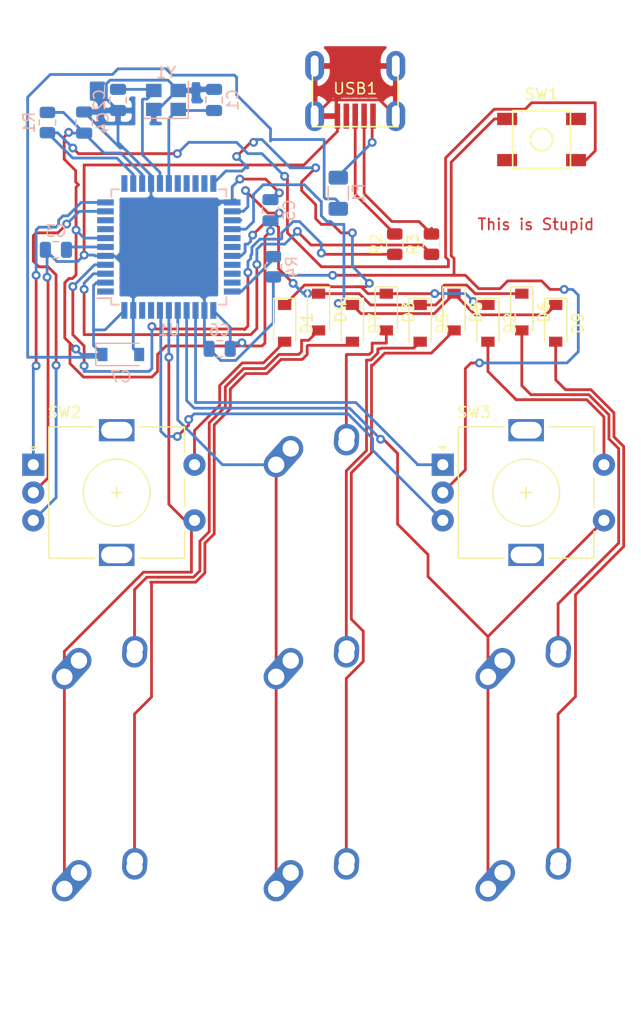
<source format=kicad_pcb>
(kicad_pcb (version 20171130) (host pcbnew "(5.1.9)-1")

  (general
    (thickness 1.6)
    (drawings 6)
    (tracks 577)
    (zones 0)
    (modules 35)
    (nets 49)
  )

  (page A4)
  (layers
    (0 F.Cu signal)
    (31 B.Cu signal)
    (32 B.Adhes user)
    (33 F.Adhes user)
    (34 B.Paste user)
    (35 F.Paste user)
    (36 B.SilkS user)
    (37 F.SilkS user)
    (38 B.Mask user)
    (39 F.Mask user)
    (40 Dwgs.User user)
    (41 Cmts.User user)
    (42 Eco1.User user)
    (43 Eco2.User user)
    (44 Edge.Cuts user)
    (45 Margin user)
    (46 B.CrtYd user)
    (47 F.CrtYd user)
    (48 B.Fab user)
    (49 F.Fab user)
  )

  (setup
    (last_trace_width 0.25)
    (trace_clearance 0.2)
    (zone_clearance 0.508)
    (zone_45_only no)
    (trace_min 0.2)
    (via_size 0.8)
    (via_drill 0.4)
    (via_min_size 0.4)
    (via_min_drill 0.3)
    (uvia_size 0.3)
    (uvia_drill 0.1)
    (uvias_allowed no)
    (uvia_min_size 0.199)
    (uvia_min_drill 0.1)
    (edge_width 0.05)
    (segment_width 0.2)
    (pcb_text_width 0.3)
    (pcb_text_size 1.5 1.5)
    (mod_edge_width 0.12)
    (mod_text_size 1 1)
    (mod_text_width 0.15)
    (pad_size 1.524 1.524)
    (pad_drill 0.762)
    (pad_to_mask_clearance 0)
    (aux_axis_origin 0 0)
    (visible_elements 7FFFFFFF)
    (pcbplotparams
      (layerselection 0x010f0_ffffffff)
      (usegerberextensions true)
      (usegerberattributes true)
      (usegerberadvancedattributes true)
      (creategerberjobfile false)
      (excludeedgelayer true)
      (linewidth 0.100000)
      (plotframeref false)
      (viasonmask false)
      (mode 1)
      (useauxorigin false)
      (hpglpennumber 1)
      (hpglpenspeed 20)
      (hpglpendiameter 15.000000)
      (psnegative false)
      (psa4output false)
      (plotreference true)
      (plotvalue true)
      (plotinvisibletext false)
      (padsonsilk false)
      (subtractmaskfromsilk true)
      (outputformat 1)
      (mirror false)
      (drillshape 0)
      (scaleselection 1)
      (outputdirectory "Gerbers/"))
  )

  (net 0 "")
  (net 1 GND)
  (net 2 "Net-(C1-Pad1)")
  (net 3 "Net-(C2-Pad1)")
  (net 4 "Net-(C3-Pad1)")
  (net 5 +5V)
  (net 6 "Net-(D1-Pad2)")
  (net 7 ROW0)
  (net 8 "Net-(D2-Pad2)")
  (net 9 "Net-(D3-Pad2)")
  (net 10 "Net-(D4-Pad2)")
  (net 11 ROW1)
  (net 12 "Net-(D5-Pad2)")
  (net 13 "Net-(D6-Pad2)")
  (net 14 "Net-(D7-Pad2)")
  (net 15 ROW2)
  (net 16 "Net-(D8-Pad2)")
  (net 17 "Net-(D9-Pad2)")
  (net 18 VCC)
  (net 19 COL1)
  (net 20 COL0)
  (net 21 COL2)
  (net 22 "Net-(R1-Pad2)")
  (net 23 D+)
  (net 24 "Net-(R2-Pad1)")
  (net 25 D-)
  (net 26 "Net-(R3-Pad1)")
  (net 27 "Net-(R4-Pad2)")
  (net 28 "Net-(U1-Pad42)")
  (net 29 "Net-(U1-Pad41)")
  (net 30 "Net-(U1-Pad32)")
  (net 31 "Net-(U1-Pad31)")
  (net 32 "Net-(U1-Pad30)")
  (net 33 "Net-(U1-Pad28)")
  (net 34 "Net-(U1-Pad27)")
  (net 35 "Net-(U1-Pad25)")
  (net 36 "Net-(U1-Pad21)")
  (net 37 "Net-(U1-Pad20)")
  (net 38 "Net-(U1-Pad19)")
  (net 39 "Net-(U1-Pad18)")
  (net 40 "Net-(U1-Pad12)")
  (net 41 "Net-(U1-Pad9)")
  (net 42 "Net-(U1-Pad8)")
  (net 43 "Net-(U1-Pad1)")
  (net 44 "Net-(USB1-Pad2)")
  (net 45 PINA)
  (net 46 PINB)
  (net 47 PINB1)
  (net 48 PINA1)

  (net_class Default "This is the default net class."
    (clearance 0.2)
    (trace_width 0.25)
    (via_dia 0.8)
    (via_drill 0.4)
    (uvia_dia 0.3)
    (uvia_drill 0.1)
    (add_net +5V)
    (add_net COL0)
    (add_net COL1)
    (add_net COL2)
    (add_net D+)
    (add_net D-)
    (add_net GND)
    (add_net "Net-(C1-Pad1)")
    (add_net "Net-(C2-Pad1)")
    (add_net "Net-(C3-Pad1)")
    (add_net "Net-(D1-Pad2)")
    (add_net "Net-(D2-Pad2)")
    (add_net "Net-(D3-Pad2)")
    (add_net "Net-(D4-Pad2)")
    (add_net "Net-(D5-Pad2)")
    (add_net "Net-(D6-Pad2)")
    (add_net "Net-(D7-Pad2)")
    (add_net "Net-(D8-Pad2)")
    (add_net "Net-(D9-Pad2)")
    (add_net "Net-(R1-Pad2)")
    (add_net "Net-(R2-Pad1)")
    (add_net "Net-(R3-Pad1)")
    (add_net "Net-(R4-Pad2)")
    (add_net "Net-(U1-Pad1)")
    (add_net "Net-(U1-Pad12)")
    (add_net "Net-(U1-Pad18)")
    (add_net "Net-(U1-Pad19)")
    (add_net "Net-(U1-Pad20)")
    (add_net "Net-(U1-Pad21)")
    (add_net "Net-(U1-Pad25)")
    (add_net "Net-(U1-Pad27)")
    (add_net "Net-(U1-Pad28)")
    (add_net "Net-(U1-Pad30)")
    (add_net "Net-(U1-Pad31)")
    (add_net "Net-(U1-Pad32)")
    (add_net "Net-(U1-Pad41)")
    (add_net "Net-(U1-Pad42)")
    (add_net "Net-(U1-Pad8)")
    (add_net "Net-(U1-Pad9)")
    (add_net "Net-(USB1-Pad2)")
    (add_net PINA)
    (add_net PINA1)
    (add_net PINB)
    (add_net PINB1)
    (add_net ROW0)
    (add_net ROW1)
    (add_net ROW2)
    (add_net VCC)
  )

  (module Logo:Logo (layer F.Cu) (tedit 0) (tstamp 60883D02)
    (at 208.026 63.246)
    (fp_text reference G*** (at 0 0) (layer F.SilkS) hide
      (effects (font (size 1.524 1.524) (thickness 0.3)))
    )
    (fp_text value LOGO (at 0.75 0) (layer F.SilkS) hide
      (effects (font (size 1.524 1.524) (thickness 0.3)))
    )
    (fp_poly (pts (xy -0.025913 -3.45053) (xy 0.111396 -3.292528) (xy 0.303305 -3.049472) (xy 0.529731 -2.749)
      (xy 0.770587 -2.418749) (xy 1.005789 -2.086355) (xy 1.215252 -1.779458) (xy 1.37889 -1.525693)
      (xy 1.476618 -1.352699) (xy 1.487874 -1.326687) (xy 1.49193 -1.26723) (xy 1.432834 -1.226212)
      (xy 1.284512 -1.199045) (xy 1.020888 -1.181141) (xy 0.615888 -1.167911) (xy 0.580479 -1.167015)
      (xy 0.159822 -1.153482) (xy -0.120391 -1.134582) (xy -0.28905 -1.105278) (xy -0.375046 -1.060535)
      (xy -0.407268 -0.995318) (xy -0.407362 -0.994834) (xy -0.40549 -0.935119) (xy -0.356048 -0.893929)
      (xy -0.233594 -0.867879) (xy -0.012684 -0.853584) (xy 0.332122 -0.847657) (xy 0.706247 -0.846667)
      (xy 1.848244 -0.846667) (xy 2.151789 -0.433157) (xy 2.312517 -0.206236) (xy 2.422558 -0.035642)
      (xy 2.455333 0.03251) (xy 2.376368 0.053468) (xy 2.162257 0.070406) (xy 1.847171 0.081409)
      (xy 1.524 0.084666) (xy 1.116412 0.086615) (xy 0.848871 0.096009) (xy 0.692106 0.11817)
      (xy 0.616844 0.158422) (xy 0.593813 0.222086) (xy 0.592666 0.254) (xy 0.603437 0.328288)
      (xy 0.655321 0.376978) (xy 0.777675 0.405437) (xy 0.999854 0.419036) (xy 1.351217 0.423144)
      (xy 1.518488 0.423333) (xy 1.919253 0.430478) (xy 2.275368 0.449788) (xy 2.541416 0.478072)
      (xy 2.654027 0.503067) (xy 2.820823 0.617232) (xy 3.017697 0.821872) (xy 3.12722 0.96575)
      (xy 3.390695 1.348698) (xy 2.520847 1.372849) (xy 2.128936 1.386143) (xy 1.876178 1.404318)
      (xy 1.732403 1.434082) (xy 1.667441 1.482147) (xy 1.651122 1.555224) (xy 1.651 1.566333)
      (xy 1.662305 1.637826) (xy 1.714694 1.68782) (xy 1.835875 1.721988) (xy 2.053558 1.746)
      (xy 2.395452 1.765528) (xy 2.685063 1.778) (xy 3.719127 1.820333) (xy 4.320018 2.688166)
      (xy 4.92091 3.556) (xy 0.042458 3.556) (xy -1.024063 3.555326) (xy -1.931992 3.55315)
      (xy -2.692067 3.549234) (xy -3.315023 3.543342) (xy -3.811599 3.535239) (xy -4.192531 3.524689)
      (xy -4.468556 3.511455) (xy -4.650411 3.495302) (xy -4.748834 3.475993) (xy -4.77456 3.453294)
      (xy -4.773175 3.450166) (xy -4.756203 3.423961) (xy -4.572 3.423961) (xy -4.489882 3.432818)
      (xy -4.253722 3.441136) (xy -3.878808 3.44876) (xy -3.380433 3.455534) (xy -2.773886 3.461302)
      (xy -2.074457 3.465908) (xy -1.297436 3.469198) (xy -0.458114 3.471014) (xy 0.081109 3.471333)
      (xy 4.734218 3.471333) (xy 4.174779 2.665551) (xy 3.952373 2.352854) (xy 3.764917 2.103645)
      (xy 3.632657 1.943868) (xy 3.576416 1.898694) (xy 3.60536 1.979598) (xy 3.71466 2.166183)
      (xy 3.885132 2.427139) (xy 4.018243 2.619809) (xy 4.498996 3.302) (xy 0.034053 3.302)
      (xy -0.815899 3.301168) (xy -1.611192 3.298777) (xy -2.336427 3.294986) (xy -2.976206 3.289953)
      (xy -3.51513 3.283836) (xy -3.937801 3.276792) (xy -4.228821 3.26898) (xy -4.372791 3.260558)
      (xy -4.385526 3.256637) (xy -4.294489 3.247887) (xy -4.050275 3.239867) (xy -3.669039 3.232729)
      (xy -3.166939 3.226626) (xy -2.560128 3.22171) (xy -1.864764 3.218133) (xy -1.097002 3.216048)
      (xy -0.272996 3.215607) (xy -0.053415 3.215779) (xy 0.780646 3.215677) (xy 1.561148 3.213689)
      (xy 2.27216 3.209987) (xy 2.897753 3.204747) (xy 3.421996 3.198139) (xy 3.828958 3.190339)
      (xy 4.102711 3.181519) (xy 4.227324 3.171852) (xy 4.233333 3.169145) (xy 4.188237 3.081278)
      (xy 4.06753 2.889166) (xy 3.893082 2.627024) (xy 3.799425 2.490336) (xy 3.365517 1.862666)
      (xy 2.450464 1.862666) (xy 2.04557 1.860487) (xy 1.778442 1.850079) (xy 1.617529 1.82564)
      (xy 1.531281 1.781364) (xy 1.488146 1.711447) (xy 1.47867 1.683892) (xy 1.459375 1.514025)
      (xy 1.53937 1.394978) (xy 1.736962 1.318622) (xy 2.070456 1.276827) (xy 2.425993 1.263175)
      (xy 3.200987 1.249301) (xy 2.976327 0.924197) (xy 2.829409 0.730648) (xy 2.714426 0.612529)
      (xy 2.682401 0.595879) (xy 2.680645 0.653165) (xy 2.7619 0.799672) (xy 2.797471 0.851541)
      (xy 2.905536 1.029257) (xy 2.941416 1.143943) (xy 2.936293 1.155928) (xy 2.867912 1.120736)
      (xy 2.749216 0.978619) (xy 2.694224 0.898101) (xy 2.497666 0.594762) (xy 1.562099 0.593714)
      (xy 1.090496 0.585237) (xy 0.764248 0.556812) (xy 0.559927 0.502099) (xy 0.454102 0.414754)
      (xy 0.423343 0.288435) (xy 0.423333 0.285447) (xy 0.483997 0.105543) (xy 0.674143 -0.012328)
      (xy 1.005998 -0.073223) (xy 1.31838 -0.084667) (xy 1.620317 -0.090899) (xy 1.843051 -0.107372)
      (xy 1.945003 -0.130753) (xy 1.947333 -0.135097) (xy 1.902779 -0.231187) (xy 1.793415 -0.401315)
      (xy 1.772234 -0.43143) (xy 1.61985 -0.645436) (xy 1.802546 -0.645436) (xy 1.823729 -0.560054)
      (xy 1.925412 -0.392358) (xy 1.991165 -0.301895) (xy 2.145729 -0.112123) (xy 2.248188 -0.00998)
      (xy 2.279479 -0.010804) (xy 2.23478 -0.105834) (xy 2.084533 -0.343256) (xy 1.941299 -0.533596)
      (xy 1.835478 -0.638901) (xy 1.802546 -0.645436) (xy 1.61985 -0.645436) (xy 1.597136 -0.677334)
      (xy 0.58988 -0.677334) (xy 0.157886 -0.679797) (xy -0.135445 -0.690231) (xy -0.320745 -0.713203)
      (xy -0.428652 -0.753281) (xy -0.4898 -0.815033) (xy -0.504718 -0.840534) (xy -0.553022 -1.066689)
      (xy -0.456554 -1.242311) (xy -0.308162 -1.312808) (xy -0.134786 -1.336363) (xy 0.147595 -1.358768)
      (xy 0.478691 -1.375268) (xy 0.487466 -1.375577) (xy 1.101932 -1.397) (xy 0.547625 -2.180167)
      (xy 0.325003 -2.491182) (xy 0.139499 -2.743706) (xy 0.01175 -2.910091) (xy -0.036834 -2.963334)
      (xy -0.088922 -2.895435) (xy -0.225668 -2.701264) (xy -0.437301 -2.395106) (xy -0.714052 -1.991249)
      (xy -1.046148 -1.503979) (xy -1.423821 -0.947583) (xy -1.837298 -0.336348) (xy -2.121588 0.085016)
      (xy -2.55297 0.722985) (xy -2.95527 1.313975) (xy -3.318707 1.843909) (xy -3.633502 2.298711)
      (xy -3.889875 2.664301) (xy -4.078045 2.926603) (xy -4.188233 3.07154) (xy -4.213475 3.096081)
      (xy -4.176589 3.020061) (xy -4.055445 2.821794) (xy -3.861701 2.518583) (xy -3.607015 2.127731)
      (xy -3.303044 1.66654) (xy -2.961446 1.152313) (xy -2.59388 0.60235) (xy -2.212004 0.033957)
      (xy -1.827475 -0.535567) (xy -1.451951 -1.088917) (xy -1.09709 -1.608792) (xy -0.774551 -2.077889)
      (xy -0.495991 -2.478906) (xy -0.273068 -2.79454) (xy -0.11744 -3.00749) (xy -0.040765 -3.100451)
      (xy -0.036673 -3.103015) (xy 0.037677 -3.045528) (xy 0.183697 -2.871954) (xy 0.381039 -2.608352)
      (xy 0.609356 -2.280785) (xy 0.635 -2.242696) (xy 0.864943 -1.907389) (xy 1.064513 -1.630171)
      (xy 1.213612 -1.437999) (xy 1.292137 -1.357833) (xy 1.295373 -1.357013) (xy 1.324075 -1.360864)
      (xy 1.327543 -1.388256) (xy 1.293496 -1.459079) (xy 1.209654 -1.593223) (xy 1.063736 -1.810576)
      (xy 0.843464 -2.131029) (xy 0.60224 -2.479634) (xy -0.023186 -3.382674) (xy -2.297593 -0.003042)
      (xy -2.751678 0.672655) (xy -3.175555 1.305249) (xy -3.560072 1.880947) (xy -3.896074 2.385957)
      (xy -4.174409 2.806488) (xy -4.385923 3.128748) (xy -4.521464 3.338945) (xy -4.571879 3.423288)
      (xy -4.572 3.423961) (xy -4.756203 3.423961) (xy -4.707156 3.348236) (xy -4.559091 3.125168)
      (xy -4.340152 2.797524) (xy -4.061508 2.381866) (xy -3.734329 1.894756) (xy -3.369784 1.352755)
      (xy -2.979044 0.772424) (xy -2.573278 0.170327) (xy -2.163657 -0.436976) (xy -1.761349 -1.032923)
      (xy -1.377524 -1.600953) (xy -1.023354 -2.124502) (xy -0.710006 -2.587011) (xy -0.448652 -2.971917)
      (xy -0.250461 -3.262658) (xy -0.126603 -3.442673) (xy -0.088534 -3.49584) (xy -0.025913 -3.45053)) (layer Eco2.User) (width 0.01))
  )

  (module random-keyboard-parts:Molex-0548190589 (layer F.Cu) (tedit 5C494815) (tstamp 60873130)
    (at 224.79 47.498 270)
    (path /60887BDA)
    (attr smd)
    (fp_text reference USB1 (at 2.032 0) (layer F.SilkS)
      (effects (font (size 1 1) (thickness 0.15)))
    )
    (fp_text value Molex-0548190589 (at -5.08 0) (layer Dwgs.User)
      (effects (font (size 1 1) (thickness 0.15)))
    )
    (fp_line (start -3.75 -3.85) (end -3.75 3.85) (layer Dwgs.User) (width 0.15))
    (fp_line (start -1.75 -4.572) (end -1.75 4.572) (layer Dwgs.User) (width 0.15))
    (fp_line (start -3.75 3.85) (end 0 3.85) (layer Dwgs.User) (width 0.15))
    (fp_line (start -3.75 -3.85) (end 0 -3.85) (layer Dwgs.User) (width 0.15))
    (fp_line (start 5.45 -3.85) (end 5.45 3.85) (layer F.SilkS) (width 0.15))
    (fp_line (start 0 3.85) (end 5.45 3.85) (layer F.SilkS) (width 0.15))
    (fp_line (start 0 -3.85) (end 5.45 -3.85) (layer F.SilkS) (width 0.15))
    (fp_line (start -3.75 -3.75) (end 5.5 -3.75) (layer F.CrtYd) (width 0.15))
    (fp_line (start 5.5 -3.75) (end 5.5 3.75) (layer F.CrtYd) (width 0.15))
    (fp_line (start 5.5 3.75) (end -3.75 3.75) (layer F.CrtYd) (width 0.15))
    (fp_line (start -3.75 3.75) (end -3.75 -3.75) (layer F.CrtYd) (width 0.15))
    (fp_line (start 5.5 -2) (end 3.25 -2) (layer F.CrtYd) (width 0.15))
    (fp_line (start 3.25 -2) (end 3.25 2) (layer F.CrtYd) (width 0.15))
    (fp_line (start 3.25 2) (end 5.5 2) (layer F.CrtYd) (width 0.15))
    (fp_line (start 5.5 1.25) (end 3.25 1.25) (layer F.CrtYd) (width 0.15))
    (fp_line (start 3.25 0.5) (end 5.5 0.5) (layer F.CrtYd) (width 0.15))
    (fp_line (start 5.5 -0.5) (end 3.25 -0.5) (layer F.CrtYd) (width 0.15))
    (fp_line (start 3.25 -1.25) (end 5.5 -1.25) (layer F.CrtYd) (width 0.15))
    (fp_text user %R (at 2 0) (layer F.CrtYd)
      (effects (font (size 1 1) (thickness 0.15)))
    )
    (pad 6 thru_hole oval (at 0 -3.65 270) (size 2.7 1.7) (drill oval 1.9 0.7) (layers *.Cu *.Mask)
      (net 1 GND))
    (pad 6 thru_hole oval (at 0 3.65 270) (size 2.7 1.7) (drill oval 1.9 0.7) (layers *.Cu *.Mask)
      (net 1 GND))
    (pad 6 thru_hole oval (at 4.5 3.65 270) (size 2.7 1.7) (drill oval 1.9 0.7) (layers *.Cu *.Mask)
      (net 1 GND))
    (pad 6 thru_hole oval (at 4.5 -3.65 270) (size 2.7 1.7) (drill oval 1.9 0.7) (layers *.Cu *.Mask)
      (net 1 GND))
    (pad 5 smd rect (at 4.5 -1.6 270) (size 2.25 0.5) (layers F.Cu F.Paste F.Mask)
      (net 18 VCC))
    (pad 4 smd rect (at 4.5 -0.8 270) (size 2.25 0.5) (layers F.Cu F.Paste F.Mask)
      (net 25 D-))
    (pad 3 smd rect (at 4.5 0 270) (size 2.25 0.5) (layers F.Cu F.Paste F.Mask)
      (net 23 D+))
    (pad 2 smd rect (at 4.5 0.8 270) (size 2.25 0.5) (layers F.Cu F.Paste F.Mask)
      (net 44 "Net-(USB1-Pad2)"))
    (pad 1 smd rect (at 4.5 1.6 270) (size 2.25 0.5) (layers F.Cu F.Paste F.Mask)
      (net 1 GND))
  )

  (module Crystal:Crystal_SMD_3225-4Pin_3.2x2.5mm (layer B.Cu) (tedit 5A0FD1B2) (tstamp 60873144)
    (at 207.772 50.546 180)
    (descr "SMD Crystal SERIES SMD3225/4 http://www.txccrystal.com/images/pdf/7m-accuracy.pdf, 3.2x2.5mm^2 package")
    (tags "SMD SMT crystal")
    (path /608914B8)
    (attr smd)
    (fp_text reference Y1 (at 0 2.45) (layer B.SilkS)
      (effects (font (size 1 1) (thickness 0.15)) (justify mirror))
    )
    (fp_text value 16Mhz (at 0 -2.45) (layer B.Fab)
      (effects (font (size 1 1) (thickness 0.15)) (justify mirror))
    )
    (fp_line (start -1.6 1.25) (end -1.6 -1.25) (layer B.Fab) (width 0.1))
    (fp_line (start -1.6 -1.25) (end 1.6 -1.25) (layer B.Fab) (width 0.1))
    (fp_line (start 1.6 -1.25) (end 1.6 1.25) (layer B.Fab) (width 0.1))
    (fp_line (start 1.6 1.25) (end -1.6 1.25) (layer B.Fab) (width 0.1))
    (fp_line (start -1.6 -0.25) (end -0.6 -1.25) (layer B.Fab) (width 0.1))
    (fp_line (start -2 1.65) (end -2 -1.65) (layer B.SilkS) (width 0.12))
    (fp_line (start -2 -1.65) (end 2 -1.65) (layer B.SilkS) (width 0.12))
    (fp_line (start -2.1 1.7) (end -2.1 -1.7) (layer B.CrtYd) (width 0.05))
    (fp_line (start -2.1 -1.7) (end 2.1 -1.7) (layer B.CrtYd) (width 0.05))
    (fp_line (start 2.1 -1.7) (end 2.1 1.7) (layer B.CrtYd) (width 0.05))
    (fp_line (start 2.1 1.7) (end -2.1 1.7) (layer B.CrtYd) (width 0.05))
    (fp_text user %R (at 0 -20.32) (layer F.Fab)
      (effects (font (size 0.7 0.7) (thickness 0.105)))
    )
    (pad 4 smd rect (at -1.1 0.85 180) (size 1.4 1.2) (layers B.Cu B.Paste B.Mask)
      (net 1 GND))
    (pad 3 smd rect (at 1.1 0.85 180) (size 1.4 1.2) (layers B.Cu B.Paste B.Mask)
      (net 3 "Net-(C2-Pad1)"))
    (pad 2 smd rect (at 1.1 -0.85 180) (size 1.4 1.2) (layers B.Cu B.Paste B.Mask)
      (net 1 GND))
    (pad 1 smd rect (at -1.1 -0.85 180) (size 1.4 1.2) (layers B.Cu B.Paste B.Mask)
      (net 2 "Net-(C1-Pad1)"))
    (model ${KISYS3DMOD}/Crystal.3dshapes/Crystal_SMD_3225-4Pin_3.2x2.5mm.wrl
      (at (xyz 0 0 0))
      (scale (xyz 1 1 1))
      (rotate (xyz 0 0 0))
    )
  )

  (module Package_QFP:TQFP-44_10x10mm_P0.8mm (layer B.Cu) (tedit 5A02F146) (tstamp 60873110)
    (at 208.026 63.754)
    (descr "44-Lead Plastic Thin Quad Flatpack (PT) - 10x10x1.0 mm Body [TQFP] (see Microchip Packaging Specification 00000049BS.pdf)")
    (tags "QFP 0.8")
    (path /60867970)
    (attr smd)
    (fp_text reference U1 (at 0 7.45 -180) (layer B.SilkS)
      (effects (font (size 1 1) (thickness 0.15)) (justify mirror))
    )
    (fp_text value ATmega32U4-AU (at 0 -7.45 -180) (layer B.Fab)
      (effects (font (size 1 1) (thickness 0.15)) (justify mirror))
    )
    (fp_line (start -4 5) (end 5 5) (layer B.Fab) (width 0.15))
    (fp_line (start 5 5) (end 5 -5) (layer B.Fab) (width 0.15))
    (fp_line (start 5 -5) (end -5 -5) (layer B.Fab) (width 0.15))
    (fp_line (start -5 -5) (end -5 4) (layer B.Fab) (width 0.15))
    (fp_line (start -5 4) (end -4 5) (layer B.Fab) (width 0.15))
    (fp_line (start -6.7 6.7) (end -6.7 -6.7) (layer B.CrtYd) (width 0.05))
    (fp_line (start 6.7 6.7) (end 6.7 -6.7) (layer B.CrtYd) (width 0.05))
    (fp_line (start -6.7 6.7) (end 6.7 6.7) (layer B.CrtYd) (width 0.05))
    (fp_line (start -6.7 -6.7) (end 6.7 -6.7) (layer B.CrtYd) (width 0.05))
    (fp_line (start -5.175 5.175) (end -5.175 4.6) (layer B.SilkS) (width 0.15))
    (fp_line (start 5.175 5.175) (end 5.175 4.5) (layer B.SilkS) (width 0.15))
    (fp_line (start 5.175 -5.175) (end 5.175 -4.5) (layer B.SilkS) (width 0.15))
    (fp_line (start -5.175 -5.175) (end -5.175 -4.5) (layer B.SilkS) (width 0.15))
    (fp_line (start -5.175 5.175) (end -4.5 5.175) (layer B.SilkS) (width 0.15))
    (fp_line (start -5.175 -5.175) (end -4.5 -5.175) (layer B.SilkS) (width 0.15))
    (fp_line (start 5.175 -5.175) (end 4.5 -5.175) (layer B.SilkS) (width 0.15))
    (fp_line (start 5.175 5.175) (end 4.5 5.175) (layer B.SilkS) (width 0.15))
    (fp_line (start -5.175 4.6) (end -6.45 4.6) (layer B.SilkS) (width 0.15))
    (fp_text user %R (at 0 0 -180) (layer B.Fab)
      (effects (font (size 1 1) (thickness 0.15)) (justify mirror))
    )
    (pad 44 smd rect (at -4 5.7 270) (size 1.5 0.55) (layers B.Cu B.Paste B.Mask)
      (net 5 +5V))
    (pad 43 smd rect (at -3.2 5.7 270) (size 1.5 0.55) (layers B.Cu B.Paste B.Mask)
      (net 1 GND))
    (pad 42 smd rect (at -2.4 5.7 270) (size 1.5 0.55) (layers B.Cu B.Paste B.Mask)
      (net 28 "Net-(U1-Pad42)"))
    (pad 41 smd rect (at -1.6 5.7 270) (size 1.5 0.55) (layers B.Cu B.Paste B.Mask)
      (net 29 "Net-(U1-Pad41)"))
    (pad 40 smd rect (at -0.8 5.7 270) (size 1.5 0.55) (layers B.Cu B.Paste B.Mask)
      (net 47 PINB1))
    (pad 39 smd rect (at 0 5.7 270) (size 1.5 0.55) (layers B.Cu B.Paste B.Mask)
      (net 20 COL0))
    (pad 38 smd rect (at 0.8 5.7 270) (size 1.5 0.55) (layers B.Cu B.Paste B.Mask)
      (net 19 COL1))
    (pad 37 smd rect (at 1.6 5.7 270) (size 1.5 0.55) (layers B.Cu B.Paste B.Mask)
      (net 21 COL2))
    (pad 36 smd rect (at 2.4 5.7 270) (size 1.5 0.55) (layers B.Cu B.Paste B.Mask)
      (net 48 PINA1))
    (pad 35 smd rect (at 3.2 5.7 270) (size 1.5 0.55) (layers B.Cu B.Paste B.Mask)
      (net 1 GND))
    (pad 34 smd rect (at 4 5.7 270) (size 1.5 0.55) (layers B.Cu B.Paste B.Mask)
      (net 5 +5V))
    (pad 33 smd rect (at 5.7 4) (size 1.5 0.55) (layers B.Cu B.Paste B.Mask)
      (net 27 "Net-(R4-Pad2)"))
    (pad 32 smd rect (at 5.7 3.2) (size 1.5 0.55) (layers B.Cu B.Paste B.Mask)
      (net 30 "Net-(U1-Pad32)"))
    (pad 31 smd rect (at 5.7 2.4) (size 1.5 0.55) (layers B.Cu B.Paste B.Mask)
      (net 31 "Net-(U1-Pad31)"))
    (pad 30 smd rect (at 5.7 1.6) (size 1.5 0.55) (layers B.Cu B.Paste B.Mask)
      (net 32 "Net-(U1-Pad30)"))
    (pad 29 smd rect (at 5.7 0.8) (size 1.5 0.55) (layers B.Cu B.Paste B.Mask)
      (net 11 ROW1))
    (pad 28 smd rect (at 5.7 0) (size 1.5 0.55) (layers B.Cu B.Paste B.Mask)
      (net 33 "Net-(U1-Pad28)"))
    (pad 27 smd rect (at 5.7 -0.8) (size 1.5 0.55) (layers B.Cu B.Paste B.Mask)
      (net 34 "Net-(U1-Pad27)"))
    (pad 26 smd rect (at 5.7 -1.6) (size 1.5 0.55) (layers B.Cu B.Paste B.Mask)
      (net 15 ROW2))
    (pad 25 smd rect (at 5.7 -2.4) (size 1.5 0.55) (layers B.Cu B.Paste B.Mask)
      (net 35 "Net-(U1-Pad25)"))
    (pad 24 smd rect (at 5.7 -3.2) (size 1.5 0.55) (layers B.Cu B.Paste B.Mask)
      (net 5 +5V))
    (pad 23 smd rect (at 5.7 -4) (size 1.5 0.55) (layers B.Cu B.Paste B.Mask)
      (net 1 GND))
    (pad 22 smd rect (at 4 -5.7 270) (size 1.5 0.55) (layers B.Cu B.Paste B.Mask)
      (net 7 ROW0))
    (pad 21 smd rect (at 3.2 -5.7 270) (size 1.5 0.55) (layers B.Cu B.Paste B.Mask)
      (net 36 "Net-(U1-Pad21)"))
    (pad 20 smd rect (at 2.4 -5.7 270) (size 1.5 0.55) (layers B.Cu B.Paste B.Mask)
      (net 37 "Net-(U1-Pad20)"))
    (pad 19 smd rect (at 1.6 -5.7 270) (size 1.5 0.55) (layers B.Cu B.Paste B.Mask)
      (net 38 "Net-(U1-Pad19)"))
    (pad 18 smd rect (at 0.8 -5.7 270) (size 1.5 0.55) (layers B.Cu B.Paste B.Mask)
      (net 39 "Net-(U1-Pad18)"))
    (pad 17 smd rect (at 0 -5.7 270) (size 1.5 0.55) (layers B.Cu B.Paste B.Mask)
      (net 2 "Net-(C1-Pad1)"))
    (pad 16 smd rect (at -0.8 -5.7 270) (size 1.5 0.55) (layers B.Cu B.Paste B.Mask)
      (net 3 "Net-(C2-Pad1)"))
    (pad 15 smd rect (at -1.6 -5.7 270) (size 1.5 0.55) (layers B.Cu B.Paste B.Mask)
      (net 1 GND))
    (pad 14 smd rect (at -2.4 -5.7 270) (size 1.5 0.55) (layers B.Cu B.Paste B.Mask)
      (net 5 +5V))
    (pad 13 smd rect (at -3.2 -5.7 270) (size 1.5 0.55) (layers B.Cu B.Paste B.Mask)
      (net 22 "Net-(R1-Pad2)"))
    (pad 12 smd rect (at -4 -5.7 270) (size 1.5 0.55) (layers B.Cu B.Paste B.Mask)
      (net 40 "Net-(U1-Pad12)"))
    (pad 11 smd rect (at -5.7 -4) (size 1.5 0.55) (layers B.Cu B.Paste B.Mask)
      (net 45 PINA))
    (pad 10 smd rect (at -5.7 -3.2) (size 1.5 0.55) (layers B.Cu B.Paste B.Mask)
      (net 46 PINB))
    (pad 9 smd rect (at -5.7 -2.4) (size 1.5 0.55) (layers B.Cu B.Paste B.Mask)
      (net 41 "Net-(U1-Pad9)"))
    (pad 8 smd rect (at -5.7 -1.6) (size 1.5 0.55) (layers B.Cu B.Paste B.Mask)
      (net 42 "Net-(U1-Pad8)"))
    (pad 7 smd rect (at -5.7 -0.8) (size 1.5 0.55) (layers B.Cu B.Paste B.Mask)
      (net 5 +5V))
    (pad 6 smd rect (at -5.7 0) (size 1.5 0.55) (layers B.Cu B.Paste B.Mask)
      (net 4 "Net-(C3-Pad1)"))
    (pad 5 smd rect (at -5.7 0.8) (size 1.5 0.55) (layers B.Cu B.Paste B.Mask)
      (net 1 GND))
    (pad 4 smd rect (at -5.7 1.6) (size 1.5 0.55) (layers B.Cu B.Paste B.Mask)
      (net 24 "Net-(R2-Pad1)"))
    (pad 3 smd rect (at -5.7 2.4) (size 1.5 0.55) (layers B.Cu B.Paste B.Mask)
      (net 26 "Net-(R3-Pad1)"))
    (pad 2 smd rect (at -5.7 3.2) (size 1.5 0.55) (layers B.Cu B.Paste B.Mask)
      (net 5 +5V))
    (pad 1 smd rect (at -5.7 4) (size 1.5 0.55) (layers B.Cu B.Paste B.Mask)
      (net 43 "Net-(U1-Pad1)"))
    (model ${KISYS3DMOD}/Package_QFP.3dshapes/TQFP-44_10x10mm_P0.8mm.wrl
      (at (xyz 0 0 0))
      (scale (xyz 1 1 1))
      (rotate (xyz 0 0 0))
    )
  )

  (module Rotary_Encoder:RotaryEncoder_Alps_EC11E-Switch_Vertical_H20mm (layer F.Cu) (tedit 5A74C8CB) (tstamp 608730CD)
    (at 232.664 83.312)
    (descr "Alps rotary encoder, EC12E... with switch, vertical shaft, http://www.alps.com/prod/info/E/HTML/Encoder/Incremental/EC11/EC11E15204A3.html")
    (tags "rotary encoder")
    (path /608BC038)
    (fp_text reference SW3 (at 2.8 -4.7) (layer F.SilkS)
      (effects (font (size 1 1) (thickness 0.15)))
    )
    (fp_text value Rotary_Encoder_Switch (at 7.5 10.4) (layer F.Fab)
      (effects (font (size 1 1) (thickness 0.15)))
    )
    (fp_line (start 7 2.5) (end 8 2.5) (layer F.SilkS) (width 0.12))
    (fp_line (start 7.5 2) (end 7.5 3) (layer F.SilkS) (width 0.12))
    (fp_line (start 13.6 6) (end 13.6 8.4) (layer F.SilkS) (width 0.12))
    (fp_line (start 13.6 1.2) (end 13.6 3.8) (layer F.SilkS) (width 0.12))
    (fp_line (start 13.6 -3.4) (end 13.6 -1) (layer F.SilkS) (width 0.12))
    (fp_line (start 4.5 2.5) (end 10.5 2.5) (layer F.Fab) (width 0.12))
    (fp_line (start 7.5 -0.5) (end 7.5 5.5) (layer F.Fab) (width 0.12))
    (fp_line (start 0.3 -1.6) (end 0 -1.3) (layer F.SilkS) (width 0.12))
    (fp_line (start -0.3 -1.6) (end 0.3 -1.6) (layer F.SilkS) (width 0.12))
    (fp_line (start 0 -1.3) (end -0.3 -1.6) (layer F.SilkS) (width 0.12))
    (fp_line (start 1.4 -3.4) (end 1.4 8.4) (layer F.SilkS) (width 0.12))
    (fp_line (start 5.5 -3.4) (end 1.4 -3.4) (layer F.SilkS) (width 0.12))
    (fp_line (start 5.5 8.4) (end 1.4 8.4) (layer F.SilkS) (width 0.12))
    (fp_line (start 13.6 8.4) (end 9.5 8.4) (layer F.SilkS) (width 0.12))
    (fp_line (start 9.5 -3.4) (end 13.6 -3.4) (layer F.SilkS) (width 0.12))
    (fp_line (start 1.5 -2.2) (end 2.5 -3.3) (layer F.Fab) (width 0.12))
    (fp_line (start 1.5 8.3) (end 1.5 -2.2) (layer F.Fab) (width 0.12))
    (fp_line (start 13.5 8.3) (end 1.5 8.3) (layer F.Fab) (width 0.12))
    (fp_line (start 13.5 -3.3) (end 13.5 8.3) (layer F.Fab) (width 0.12))
    (fp_line (start 2.5 -3.3) (end 13.5 -3.3) (layer F.Fab) (width 0.12))
    (fp_line (start -1.5 -4.6) (end 16 -4.6) (layer F.CrtYd) (width 0.05))
    (fp_line (start -1.5 -4.6) (end -1.5 9.6) (layer F.CrtYd) (width 0.05))
    (fp_line (start 16 9.6) (end 16 -4.6) (layer F.CrtYd) (width 0.05))
    (fp_line (start 16 9.6) (end -1.5 9.6) (layer F.CrtYd) (width 0.05))
    (fp_circle (center 7.5 2.5) (end 10.5 2.5) (layer F.SilkS) (width 0.12))
    (fp_circle (center 7.5 2.5) (end 10.5 2.5) (layer F.Fab) (width 0.12))
    (fp_text user %R (at 11.1 6.3) (layer F.Fab)
      (effects (font (size 1 1) (thickness 0.15)))
    )
    (pad A thru_hole rect (at 0 0) (size 2 2) (drill 1) (layers *.Cu *.Mask)
      (net 48 PINA1))
    (pad C thru_hole circle (at 0 2.5) (size 2 2) (drill 1) (layers *.Cu *.Mask)
      (net 1 GND))
    (pad B thru_hole circle (at 0 5) (size 2 2) (drill 1) (layers *.Cu *.Mask)
      (net 47 PINB1))
    (pad MP thru_hole rect (at 7.5 -3.1) (size 3.2 2) (drill oval 2.8 1.5) (layers *.Cu *.Mask))
    (pad MP thru_hole rect (at 7.5 8.1) (size 3.2 2) (drill oval 2.8 1.5) (layers *.Cu *.Mask))
    (pad S2 thru_hole circle (at 14.5 0) (size 2 2) (drill 1) (layers *.Cu *.Mask)
      (net 8 "Net-(D2-Pad2)"))
    (pad S1 thru_hole circle (at 14.5 5) (size 2 2) (drill 1) (layers *.Cu *.Mask)
      (net 21 COL2))
    (model ${KISYS3DMOD}/Rotary_Encoder.3dshapes/RotaryEncoder_Alps_EC11E-Switch_Vertical_H20mm.wrl
      (at (xyz 0 0 0))
      (scale (xyz 1 1 1))
      (rotate (xyz 0 0 0))
    )
  )

  (module Rotary_Encoder:RotaryEncoder_Alps_EC11E-Switch_Vertical_H20mm (layer F.Cu) (tedit 5A74C8CB) (tstamp 608734F7)
    (at 195.834 83.312)
    (descr "Alps rotary encoder, EC12E... with switch, vertical shaft, http://www.alps.com/prod/info/E/HTML/Encoder/Incremental/EC11/EC11E15204A3.html")
    (tags "rotary encoder")
    (path /608BA44F)
    (fp_text reference SW2 (at 2.8 -4.7) (layer F.SilkS)
      (effects (font (size 1 1) (thickness 0.15)))
    )
    (fp_text value Rotary_Encoder_Switch (at 7.5 10.4) (layer F.Fab)
      (effects (font (size 1 1) (thickness 0.15)))
    )
    (fp_line (start 7 2.5) (end 8 2.5) (layer F.SilkS) (width 0.12))
    (fp_line (start 7.5 2) (end 7.5 3) (layer F.SilkS) (width 0.12))
    (fp_line (start 13.6 6) (end 13.6 8.4) (layer F.SilkS) (width 0.12))
    (fp_line (start 13.6 1.2) (end 13.6 3.8) (layer F.SilkS) (width 0.12))
    (fp_line (start 13.6 -3.4) (end 13.6 -1) (layer F.SilkS) (width 0.12))
    (fp_line (start 4.5 2.5) (end 10.5 2.5) (layer F.Fab) (width 0.12))
    (fp_line (start 7.5 -0.5) (end 7.5 5.5) (layer F.Fab) (width 0.12))
    (fp_line (start 0.3 -1.6) (end 0 -1.3) (layer F.SilkS) (width 0.12))
    (fp_line (start -0.3 -1.6) (end 0.3 -1.6) (layer F.SilkS) (width 0.12))
    (fp_line (start 0 -1.3) (end -0.3 -1.6) (layer F.SilkS) (width 0.12))
    (fp_line (start 1.4 -3.4) (end 1.4 8.4) (layer F.SilkS) (width 0.12))
    (fp_line (start 5.5 -3.4) (end 1.4 -3.4) (layer F.SilkS) (width 0.12))
    (fp_line (start 5.5 8.4) (end 1.4 8.4) (layer F.SilkS) (width 0.12))
    (fp_line (start 13.6 8.4) (end 9.5 8.4) (layer F.SilkS) (width 0.12))
    (fp_line (start 9.5 -3.4) (end 13.6 -3.4) (layer F.SilkS) (width 0.12))
    (fp_line (start 1.5 -2.2) (end 2.5 -3.3) (layer F.Fab) (width 0.12))
    (fp_line (start 1.5 8.3) (end 1.5 -2.2) (layer F.Fab) (width 0.12))
    (fp_line (start 13.5 8.3) (end 1.5 8.3) (layer F.Fab) (width 0.12))
    (fp_line (start 13.5 -3.3) (end 13.5 8.3) (layer F.Fab) (width 0.12))
    (fp_line (start 2.5 -3.3) (end 13.5 -3.3) (layer F.Fab) (width 0.12))
    (fp_line (start -1.5 -4.6) (end 16 -4.6) (layer F.CrtYd) (width 0.05))
    (fp_line (start -1.5 -4.6) (end -1.5 9.6) (layer F.CrtYd) (width 0.05))
    (fp_line (start 16 9.6) (end 16 -4.6) (layer F.CrtYd) (width 0.05))
    (fp_line (start 16 9.6) (end -1.5 9.6) (layer F.CrtYd) (width 0.05))
    (fp_circle (center 7.5 2.5) (end 10.5 2.5) (layer F.SilkS) (width 0.12))
    (fp_circle (center 7.5 2.5) (end 10.5 2.5) (layer F.Fab) (width 0.12))
    (fp_text user %R (at 11.1 6.3) (layer F.Fab)
      (effects (font (size 1 1) (thickness 0.15)))
    )
    (pad A thru_hole rect (at 0 0) (size 2 2) (drill 1) (layers *.Cu *.Mask)
      (net 45 PINA))
    (pad C thru_hole circle (at 0 2.5) (size 2 2) (drill 1) (layers *.Cu *.Mask)
      (net 1 GND))
    (pad B thru_hole circle (at 0 5) (size 2 2) (drill 1) (layers *.Cu *.Mask)
      (net 46 PINB))
    (pad MP thru_hole rect (at 7.5 -3.1) (size 3.2 2) (drill oval 2.8 1.5) (layers *.Cu *.Mask))
    (pad MP thru_hole rect (at 7.5 8.1) (size 3.2 2) (drill oval 2.8 1.5) (layers *.Cu *.Mask))
    (pad S2 thru_hole circle (at 14.5 0) (size 2 2) (drill 1) (layers *.Cu *.Mask)
      (net 6 "Net-(D1-Pad2)"))
    (pad S1 thru_hole circle (at 14.5 5) (size 2 2) (drill 1) (layers *.Cu *.Mask)
      (net 20 COL0))
    (model ${KISYS3DMOD}/Rotary_Encoder.3dshapes/RotaryEncoder_Alps_EC11E-Switch_Vertical_H20mm.wrl
      (at (xyz 0 0 0))
      (scale (xyz 1 1 1))
      (rotate (xyz 0 0 0))
    )
  )

  (module random-keyboard-parts:SKQG-1155865 (layer F.Cu) (tedit 5E62B398) (tstamp 60873081)
    (at 241.554 54.102 180)
    (path /6088F11C)
    (attr smd)
    (fp_text reference SW1 (at 0 4.064) (layer F.SilkS)
      (effects (font (size 1 1) (thickness 0.15)))
    )
    (fp_text value SW_Push (at 0 -4.064) (layer F.Fab)
      (effects (font (size 1 1) (thickness 0.15)))
    )
    (fp_line (start -2.6 1.1) (end -1.1 2.6) (layer F.Fab) (width 0.15))
    (fp_line (start 2.6 1.1) (end 1.1 2.6) (layer F.Fab) (width 0.15))
    (fp_line (start 2.6 -1.1) (end 1.1 -2.6) (layer F.Fab) (width 0.15))
    (fp_line (start -2.6 -1.1) (end -1.1 -2.6) (layer F.Fab) (width 0.15))
    (fp_circle (center 0 0) (end 1 0) (layer F.Fab) (width 0.15))
    (fp_line (start -4.2 -1.1) (end -4.2 -2.6) (layer F.Fab) (width 0.15))
    (fp_line (start -2.6 -1.1) (end -4.2 -1.1) (layer F.Fab) (width 0.15))
    (fp_line (start -2.6 1.1) (end -2.6 -1.1) (layer F.Fab) (width 0.15))
    (fp_line (start -4.2 1.1) (end -2.6 1.1) (layer F.Fab) (width 0.15))
    (fp_line (start -4.2 2.6) (end -4.2 1.1) (layer F.Fab) (width 0.15))
    (fp_line (start 4.2 2.6) (end -4.2 2.6) (layer F.Fab) (width 0.15))
    (fp_line (start 4.2 1.1) (end 4.2 2.6) (layer F.Fab) (width 0.15))
    (fp_line (start 2.6 1.1) (end 4.2 1.1) (layer F.Fab) (width 0.15))
    (fp_line (start 2.6 -1.1) (end 2.6 1.1) (layer F.Fab) (width 0.15))
    (fp_line (start 4.2 -1.1) (end 2.6 -1.1) (layer F.Fab) (width 0.15))
    (fp_line (start 4.2 -2.6) (end 4.2 -1.2) (layer F.Fab) (width 0.15))
    (fp_line (start -4.2 -2.6) (end 4.2 -2.6) (layer F.Fab) (width 0.15))
    (fp_circle (center 0 0) (end 1 0) (layer F.SilkS) (width 0.15))
    (fp_line (start -2.6 2.6) (end -2.6 -2.6) (layer F.SilkS) (width 0.15))
    (fp_line (start 2.6 2.6) (end -2.6 2.6) (layer F.SilkS) (width 0.15))
    (fp_line (start 2.6 -2.6) (end 2.6 2.6) (layer F.SilkS) (width 0.15))
    (fp_line (start -2.6 -2.6) (end 2.6 -2.6) (layer F.SilkS) (width 0.15))
    (pad 4 smd rect (at -3.1 1.85 180) (size 1.8 1.1) (layers F.Cu F.Paste F.Mask))
    (pad 3 smd rect (at 3.1 -1.85 180) (size 1.8 1.1) (layers F.Cu F.Paste F.Mask))
    (pad 2 smd rect (at -3.1 -1.85 180) (size 1.8 1.1) (layers F.Cu F.Paste F.Mask)
      (net 22 "Net-(R1-Pad2)"))
    (pad 1 smd rect (at 3.1 1.85 180) (size 1.8 1.1) (layers F.Cu F.Paste F.Mask)
      (net 1 GND))
    (model ${KISYS3DMOD}/Button_Switch_SMD.3dshapes/SW_SPST_TL3342.step
      (at (xyz 0 0 0))
      (scale (xyz 1 1 1))
      (rotate (xyz 0 0 0))
    )
  )

  (module Resistor_SMD:R_0805_2012Metric (layer B.Cu) (tedit 5F68FEEE) (tstamp 60873063)
    (at 217.424 65.532 90)
    (descr "Resistor SMD 0805 (2012 Metric), square (rectangular) end terminal, IPC_7351 nominal, (Body size source: IPC-SM-782 page 72, https://www.pcb-3d.com/wordpress/wp-content/uploads/ipc-sm-782a_amendment_1_and_2.pdf), generated with kicad-footprint-generator")
    (tags resistor)
    (path /6086A68B)
    (attr smd)
    (fp_text reference R4 (at 0 1.65 270) (layer B.SilkS)
      (effects (font (size 1 1) (thickness 0.15)) (justify mirror))
    )
    (fp_text value 10K (at 0 -1.65 270) (layer B.Fab)
      (effects (font (size 1 1) (thickness 0.15)) (justify mirror))
    )
    (fp_line (start -1 -0.625) (end -1 0.625) (layer B.Fab) (width 0.1))
    (fp_line (start -1 0.625) (end 1 0.625) (layer B.Fab) (width 0.1))
    (fp_line (start 1 0.625) (end 1 -0.625) (layer B.Fab) (width 0.1))
    (fp_line (start 1 -0.625) (end -1 -0.625) (layer B.Fab) (width 0.1))
    (fp_line (start -0.227064 0.735) (end 0.227064 0.735) (layer B.SilkS) (width 0.12))
    (fp_line (start -0.227064 -0.735) (end 0.227064 -0.735) (layer B.SilkS) (width 0.12))
    (fp_line (start -1.68 -0.95) (end -1.68 0.95) (layer B.CrtYd) (width 0.05))
    (fp_line (start -1.68 0.95) (end 1.68 0.95) (layer B.CrtYd) (width 0.05))
    (fp_line (start 1.68 0.95) (end 1.68 -0.95) (layer B.CrtYd) (width 0.05))
    (fp_line (start 1.68 -0.95) (end -1.68 -0.95) (layer B.CrtYd) (width 0.05))
    (fp_text user %R (at 0 0 270) (layer B.Fab)
      (effects (font (size 0.5 0.5) (thickness 0.08)) (justify mirror))
    )
    (pad 2 smd roundrect (at 0.9125 0 90) (size 1.025 1.4) (layers B.Cu B.Paste B.Mask) (roundrect_rratio 0.2439014634146341)
      (net 27 "Net-(R4-Pad2)"))
    (pad 1 smd roundrect (at -0.9125 0 90) (size 1.025 1.4) (layers B.Cu B.Paste B.Mask) (roundrect_rratio 0.2439014634146341)
      (net 1 GND))
    (model ${KISYS3DMOD}/Resistor_SMD.3dshapes/R_0805_2012Metric.wrl
      (at (xyz 0 0 0))
      (scale (xyz 1 1 1))
      (rotate (xyz 0 0 0))
    )
  )

  (module Resistor_SMD:R_0805_2012Metric (layer F.Cu) (tedit 5F68FEEE) (tstamp 60873052)
    (at 231.648 63.5 90)
    (descr "Resistor SMD 0805 (2012 Metric), square (rectangular) end terminal, IPC_7351 nominal, (Body size source: IPC-SM-782 page 72, https://www.pcb-3d.com/wordpress/wp-content/uploads/ipc-sm-782a_amendment_1_and_2.pdf), generated with kicad-footprint-generator")
    (tags resistor)
    (path /6086CE58)
    (attr smd)
    (fp_text reference R3 (at 0 -1.65 90) (layer F.SilkS)
      (effects (font (size 1 1) (thickness 0.15)))
    )
    (fp_text value 22 (at 0 1.65 90) (layer F.Fab)
      (effects (font (size 1 1) (thickness 0.15)))
    )
    (fp_line (start -1 0.625) (end -1 -0.625) (layer F.Fab) (width 0.1))
    (fp_line (start -1 -0.625) (end 1 -0.625) (layer F.Fab) (width 0.1))
    (fp_line (start 1 -0.625) (end 1 0.625) (layer F.Fab) (width 0.1))
    (fp_line (start 1 0.625) (end -1 0.625) (layer F.Fab) (width 0.1))
    (fp_line (start -0.227064 -0.735) (end 0.227064 -0.735) (layer F.SilkS) (width 0.12))
    (fp_line (start -0.227064 0.735) (end 0.227064 0.735) (layer F.SilkS) (width 0.12))
    (fp_line (start -1.68 0.95) (end -1.68 -0.95) (layer F.CrtYd) (width 0.05))
    (fp_line (start -1.68 -0.95) (end 1.68 -0.95) (layer F.CrtYd) (width 0.05))
    (fp_line (start 1.68 -0.95) (end 1.68 0.95) (layer F.CrtYd) (width 0.05))
    (fp_line (start 1.68 0.95) (end -1.68 0.95) (layer F.CrtYd) (width 0.05))
    (fp_text user %R (at 0 0 90) (layer F.Fab)
      (effects (font (size 0.5 0.5) (thickness 0.08)))
    )
    (pad 2 smd roundrect (at 0.9125 0 90) (size 1.025 1.4) (layers F.Cu F.Paste F.Mask) (roundrect_rratio 0.2439014634146341)
      (net 25 D-))
    (pad 1 smd roundrect (at -0.9125 0 90) (size 1.025 1.4) (layers F.Cu F.Paste F.Mask) (roundrect_rratio 0.2439014634146341)
      (net 26 "Net-(R3-Pad1)"))
    (model ${KISYS3DMOD}/Resistor_SMD.3dshapes/R_0805_2012Metric.wrl
      (at (xyz 0 0 0))
      (scale (xyz 1 1 1))
      (rotate (xyz 0 0 0))
    )
  )

  (module Resistor_SMD:R_0805_2012Metric (layer F.Cu) (tedit 5F68FEEE) (tstamp 60873041)
    (at 228.346 63.5 90)
    (descr "Resistor SMD 0805 (2012 Metric), square (rectangular) end terminal, IPC_7351 nominal, (Body size source: IPC-SM-782 page 72, https://www.pcb-3d.com/wordpress/wp-content/uploads/ipc-sm-782a_amendment_1_and_2.pdf), generated with kicad-footprint-generator")
    (tags resistor)
    (path /6086C2AC)
    (attr smd)
    (fp_text reference R2 (at 0 -1.65 90) (layer F.SilkS)
      (effects (font (size 1 1) (thickness 0.15)))
    )
    (fp_text value 22 (at 0 1.65 90) (layer F.Fab)
      (effects (font (size 1 1) (thickness 0.15)))
    )
    (fp_line (start -1 0.625) (end -1 -0.625) (layer F.Fab) (width 0.1))
    (fp_line (start -1 -0.625) (end 1 -0.625) (layer F.Fab) (width 0.1))
    (fp_line (start 1 -0.625) (end 1 0.625) (layer F.Fab) (width 0.1))
    (fp_line (start 1 0.625) (end -1 0.625) (layer F.Fab) (width 0.1))
    (fp_line (start -0.227064 -0.735) (end 0.227064 -0.735) (layer F.SilkS) (width 0.12))
    (fp_line (start -0.227064 0.735) (end 0.227064 0.735) (layer F.SilkS) (width 0.12))
    (fp_line (start -1.68 0.95) (end -1.68 -0.95) (layer F.CrtYd) (width 0.05))
    (fp_line (start -1.68 -0.95) (end 1.68 -0.95) (layer F.CrtYd) (width 0.05))
    (fp_line (start 1.68 -0.95) (end 1.68 0.95) (layer F.CrtYd) (width 0.05))
    (fp_line (start 1.68 0.95) (end -1.68 0.95) (layer F.CrtYd) (width 0.05))
    (fp_text user %R (at 0 0 90) (layer F.Fab)
      (effects (font (size 0.5 0.5) (thickness 0.08)))
    )
    (pad 2 smd roundrect (at 0.9125 0 90) (size 1.025 1.4) (layers F.Cu F.Paste F.Mask) (roundrect_rratio 0.2439014634146341)
      (net 23 D+))
    (pad 1 smd roundrect (at -0.9125 0 90) (size 1.025 1.4) (layers F.Cu F.Paste F.Mask) (roundrect_rratio 0.2439014634146341)
      (net 24 "Net-(R2-Pad1)"))
    (model ${KISYS3DMOD}/Resistor_SMD.3dshapes/R_0805_2012Metric.wrl
      (at (xyz 0 0 0))
      (scale (xyz 1 1 1))
      (rotate (xyz 0 0 0))
    )
  )

  (module Resistor_SMD:R_0805_2012Metric (layer B.Cu) (tedit 5F68FEEE) (tstamp 60873030)
    (at 197.104 52.578 270)
    (descr "Resistor SMD 0805 (2012 Metric), square (rectangular) end terminal, IPC_7351 nominal, (Body size source: IPC-SM-782 page 72, https://www.pcb-3d.com/wordpress/wp-content/uploads/ipc-sm-782a_amendment_1_and_2.pdf), generated with kicad-footprint-generator")
    (tags resistor)
    (path /6088CB38)
    (attr smd)
    (fp_text reference R1 (at 0 1.65 90) (layer B.SilkS)
      (effects (font (size 1 1) (thickness 0.15)) (justify mirror))
    )
    (fp_text value 10k (at 0 -1.65 90) (layer B.Fab)
      (effects (font (size 1 1) (thickness 0.15)) (justify mirror))
    )
    (fp_line (start -1 -0.625) (end -1 0.625) (layer B.Fab) (width 0.1))
    (fp_line (start -1 0.625) (end 1 0.625) (layer B.Fab) (width 0.1))
    (fp_line (start 1 0.625) (end 1 -0.625) (layer B.Fab) (width 0.1))
    (fp_line (start 1 -0.625) (end -1 -0.625) (layer B.Fab) (width 0.1))
    (fp_line (start -0.227064 0.735) (end 0.227064 0.735) (layer B.SilkS) (width 0.12))
    (fp_line (start -0.227064 -0.735) (end 0.227064 -0.735) (layer B.SilkS) (width 0.12))
    (fp_line (start -1.68 -0.95) (end -1.68 0.95) (layer B.CrtYd) (width 0.05))
    (fp_line (start -1.68 0.95) (end 1.68 0.95) (layer B.CrtYd) (width 0.05))
    (fp_line (start 1.68 0.95) (end 1.68 -0.95) (layer B.CrtYd) (width 0.05))
    (fp_line (start 1.68 -0.95) (end -1.68 -0.95) (layer B.CrtYd) (width 0.05))
    (fp_text user %R (at 0 0 90) (layer B.Fab)
      (effects (font (size 0.5 0.5) (thickness 0.08)) (justify mirror))
    )
    (pad 2 smd roundrect (at 0.9125 0 270) (size 1.025 1.4) (layers B.Cu B.Paste B.Mask) (roundrect_rratio 0.2439014634146341)
      (net 22 "Net-(R1-Pad2)"))
    (pad 1 smd roundrect (at -0.9125 0 270) (size 1.025 1.4) (layers B.Cu B.Paste B.Mask) (roundrect_rratio 0.2439014634146341)
      (net 5 +5V))
    (model ${KISYS3DMOD}/Resistor_SMD.3dshapes/R_0805_2012Metric.wrl
      (at (xyz 0 0 0))
      (scale (xyz 1 1 1))
      (rotate (xyz 0 0 0))
    )
  )

  (module MX_Alps_Hybrid:MX-1U-NoLED (layer F.Cu) (tedit 5A9F5203) (tstamp 6087301F)
    (at 240.538 123.952)
    (path /608B2EFE)
    (fp_text reference MX7 (at 0 3.175) (layer Dwgs.User)
      (effects (font (size 1 1) (thickness 0.15)))
    )
    (fp_text value MX-NoLED (at 0 -7.9375) (layer Dwgs.User)
      (effects (font (size 1 1) (thickness 0.15)))
    )
    (fp_line (start 5 -7) (end 7 -7) (layer Dwgs.User) (width 0.15))
    (fp_line (start 7 -7) (end 7 -5) (layer Dwgs.User) (width 0.15))
    (fp_line (start 5 7) (end 7 7) (layer Dwgs.User) (width 0.15))
    (fp_line (start 7 7) (end 7 5) (layer Dwgs.User) (width 0.15))
    (fp_line (start -7 5) (end -7 7) (layer Dwgs.User) (width 0.15))
    (fp_line (start -7 7) (end -5 7) (layer Dwgs.User) (width 0.15))
    (fp_line (start -5 -7) (end -7 -7) (layer Dwgs.User) (width 0.15))
    (fp_line (start -7 -7) (end -7 -5) (layer Dwgs.User) (width 0.15))
    (fp_line (start -9.525 -9.525) (end 9.525 -9.525) (layer Dwgs.User) (width 0.15))
    (fp_line (start 9.525 -9.525) (end 9.525 9.525) (layer Dwgs.User) (width 0.15))
    (fp_line (start 9.525 9.525) (end -9.525 9.525) (layer Dwgs.User) (width 0.15))
    (fp_line (start -9.525 9.525) (end -9.525 -9.525) (layer Dwgs.User) (width 0.15))
    (pad "" np_thru_hole circle (at 5.08 0 48.0996) (size 1.75 1.75) (drill 1.75) (layers *.Cu *.Mask))
    (pad "" np_thru_hole circle (at -5.08 0 48.0996) (size 1.75 1.75) (drill 1.75) (layers *.Cu *.Mask))
    (pad 1 thru_hole circle (at -2.5 -4) (size 2.25 2.25) (drill 1.47) (layers *.Cu B.Mask)
      (net 21 COL2))
    (pad "" np_thru_hole circle (at 0 0) (size 3.9878 3.9878) (drill 3.9878) (layers *.Cu *.Mask))
    (pad 1 thru_hole oval (at -3.81 -2.54 48.0996) (size 4.211556 2.25) (drill 1.47 (offset 0.980778 0)) (layers *.Cu B.Mask)
      (net 21 COL2))
    (pad 2 thru_hole circle (at 2.54 -5.08) (size 2.25 2.25) (drill 1.47) (layers *.Cu B.Mask)
      (net 17 "Net-(D9-Pad2)"))
    (pad 2 thru_hole oval (at 2.5 -4.5 86.0548) (size 2.831378 2.25) (drill 1.47 (offset 0.290689 0)) (layers *.Cu B.Mask)
      (net 17 "Net-(D9-Pad2)"))
  )

  (module MX_Alps_Hybrid:MX-1U-NoLED (layer F.Cu) (tedit 5A9F5203) (tstamp 60873008)
    (at 221.488 123.952)
    (path /608B2BFF)
    (fp_text reference MX6 (at 0 3.175) (layer Dwgs.User)
      (effects (font (size 1 1) (thickness 0.15)))
    )
    (fp_text value MX-NoLED (at 0 -7.9375) (layer Dwgs.User)
      (effects (font (size 1 1) (thickness 0.15)))
    )
    (fp_line (start 5 -7) (end 7 -7) (layer Dwgs.User) (width 0.15))
    (fp_line (start 7 -7) (end 7 -5) (layer Dwgs.User) (width 0.15))
    (fp_line (start 5 7) (end 7 7) (layer Dwgs.User) (width 0.15))
    (fp_line (start 7 7) (end 7 5) (layer Dwgs.User) (width 0.15))
    (fp_line (start -7 5) (end -7 7) (layer Dwgs.User) (width 0.15))
    (fp_line (start -7 7) (end -5 7) (layer Dwgs.User) (width 0.15))
    (fp_line (start -5 -7) (end -7 -7) (layer Dwgs.User) (width 0.15))
    (fp_line (start -7 -7) (end -7 -5) (layer Dwgs.User) (width 0.15))
    (fp_line (start -9.525 -9.525) (end 9.525 -9.525) (layer Dwgs.User) (width 0.15))
    (fp_line (start 9.525 -9.525) (end 9.525 9.525) (layer Dwgs.User) (width 0.15))
    (fp_line (start 9.525 9.525) (end -9.525 9.525) (layer Dwgs.User) (width 0.15))
    (fp_line (start -9.525 9.525) (end -9.525 -9.525) (layer Dwgs.User) (width 0.15))
    (pad "" np_thru_hole circle (at 5.08 0 48.0996) (size 1.75 1.75) (drill 1.75) (layers *.Cu *.Mask))
    (pad "" np_thru_hole circle (at -5.08 0 48.0996) (size 1.75 1.75) (drill 1.75) (layers *.Cu *.Mask))
    (pad 1 thru_hole circle (at -2.5 -4) (size 2.25 2.25) (drill 1.47) (layers *.Cu B.Mask)
      (net 19 COL1))
    (pad "" np_thru_hole circle (at 0 0) (size 3.9878 3.9878) (drill 3.9878) (layers *.Cu *.Mask))
    (pad 1 thru_hole oval (at -3.81 -2.54 48.0996) (size 4.211556 2.25) (drill 1.47 (offset 0.980778 0)) (layers *.Cu B.Mask)
      (net 19 COL1))
    (pad 2 thru_hole circle (at 2.54 -5.08) (size 2.25 2.25) (drill 1.47) (layers *.Cu B.Mask)
      (net 16 "Net-(D8-Pad2)"))
    (pad 2 thru_hole oval (at 2.5 -4.5 86.0548) (size 2.831378 2.25) (drill 1.47 (offset 0.290689 0)) (layers *.Cu B.Mask)
      (net 16 "Net-(D8-Pad2)"))
  )

  (module MX_Alps_Hybrid:MX-1U-NoLED (layer F.Cu) (tedit 5A9F5203) (tstamp 60872FF1)
    (at 202.438 123.952)
    (path /608B2F12)
    (fp_text reference MX5 (at 0 3.175) (layer Dwgs.User)
      (effects (font (size 1 1) (thickness 0.15)))
    )
    (fp_text value MX-NoLED (at 0 -7.9375) (layer Dwgs.User)
      (effects (font (size 1 1) (thickness 0.15)))
    )
    (fp_line (start 5 -7) (end 7 -7) (layer Dwgs.User) (width 0.15))
    (fp_line (start 7 -7) (end 7 -5) (layer Dwgs.User) (width 0.15))
    (fp_line (start 5 7) (end 7 7) (layer Dwgs.User) (width 0.15))
    (fp_line (start 7 7) (end 7 5) (layer Dwgs.User) (width 0.15))
    (fp_line (start -7 5) (end -7 7) (layer Dwgs.User) (width 0.15))
    (fp_line (start -7 7) (end -5 7) (layer Dwgs.User) (width 0.15))
    (fp_line (start -5 -7) (end -7 -7) (layer Dwgs.User) (width 0.15))
    (fp_line (start -7 -7) (end -7 -5) (layer Dwgs.User) (width 0.15))
    (fp_line (start -9.525 -9.525) (end 9.525 -9.525) (layer Dwgs.User) (width 0.15))
    (fp_line (start 9.525 -9.525) (end 9.525 9.525) (layer Dwgs.User) (width 0.15))
    (fp_line (start 9.525 9.525) (end -9.525 9.525) (layer Dwgs.User) (width 0.15))
    (fp_line (start -9.525 9.525) (end -9.525 -9.525) (layer Dwgs.User) (width 0.15))
    (pad "" np_thru_hole circle (at 5.08 0 48.0996) (size 1.75 1.75) (drill 1.75) (layers *.Cu *.Mask))
    (pad "" np_thru_hole circle (at -5.08 0 48.0996) (size 1.75 1.75) (drill 1.75) (layers *.Cu *.Mask))
    (pad 1 thru_hole circle (at -2.5 -4) (size 2.25 2.25) (drill 1.47) (layers *.Cu B.Mask)
      (net 20 COL0))
    (pad "" np_thru_hole circle (at 0 0) (size 3.9878 3.9878) (drill 3.9878) (layers *.Cu *.Mask))
    (pad 1 thru_hole oval (at -3.81 -2.54 48.0996) (size 4.211556 2.25) (drill 1.47 (offset 0.980778 0)) (layers *.Cu B.Mask)
      (net 20 COL0))
    (pad 2 thru_hole circle (at 2.54 -5.08) (size 2.25 2.25) (drill 1.47) (layers *.Cu B.Mask)
      (net 14 "Net-(D7-Pad2)"))
    (pad 2 thru_hole oval (at 2.5 -4.5 86.0548) (size 2.831378 2.25) (drill 1.47 (offset 0.290689 0)) (layers *.Cu B.Mask)
      (net 14 "Net-(D7-Pad2)"))
  )

  (module MX_Alps_Hybrid:MX-1U-NoLED (layer F.Cu) (tedit 5A9F5203) (tstamp 60872FDA)
    (at 240.538 104.902)
    (path /608AE8E9)
    (fp_text reference MX4 (at 0 3.175) (layer Dwgs.User)
      (effects (font (size 1 1) (thickness 0.15)))
    )
    (fp_text value MX-NoLED (at 0 -7.9375) (layer Dwgs.User)
      (effects (font (size 1 1) (thickness 0.15)))
    )
    (fp_line (start 5 -7) (end 7 -7) (layer Dwgs.User) (width 0.15))
    (fp_line (start 7 -7) (end 7 -5) (layer Dwgs.User) (width 0.15))
    (fp_line (start 5 7) (end 7 7) (layer Dwgs.User) (width 0.15))
    (fp_line (start 7 7) (end 7 5) (layer Dwgs.User) (width 0.15))
    (fp_line (start -7 5) (end -7 7) (layer Dwgs.User) (width 0.15))
    (fp_line (start -7 7) (end -5 7) (layer Dwgs.User) (width 0.15))
    (fp_line (start -5 -7) (end -7 -7) (layer Dwgs.User) (width 0.15))
    (fp_line (start -7 -7) (end -7 -5) (layer Dwgs.User) (width 0.15))
    (fp_line (start -9.525 -9.525) (end 9.525 -9.525) (layer Dwgs.User) (width 0.15))
    (fp_line (start 9.525 -9.525) (end 9.525 9.525) (layer Dwgs.User) (width 0.15))
    (fp_line (start 9.525 9.525) (end -9.525 9.525) (layer Dwgs.User) (width 0.15))
    (fp_line (start -9.525 9.525) (end -9.525 -9.525) (layer Dwgs.User) (width 0.15))
    (pad "" np_thru_hole circle (at 5.08 0 48.0996) (size 1.75 1.75) (drill 1.75) (layers *.Cu *.Mask))
    (pad "" np_thru_hole circle (at -5.08 0 48.0996) (size 1.75 1.75) (drill 1.75) (layers *.Cu *.Mask))
    (pad 1 thru_hole circle (at -2.5 -4) (size 2.25 2.25) (drill 1.47) (layers *.Cu B.Mask)
      (net 21 COL2))
    (pad "" np_thru_hole circle (at 0 0) (size 3.9878 3.9878) (drill 3.9878) (layers *.Cu *.Mask))
    (pad 1 thru_hole oval (at -3.81 -2.54 48.0996) (size 4.211556 2.25) (drill 1.47 (offset 0.980778 0)) (layers *.Cu B.Mask)
      (net 21 COL2))
    (pad 2 thru_hole circle (at 2.54 -5.08) (size 2.25 2.25) (drill 1.47) (layers *.Cu B.Mask)
      (net 13 "Net-(D6-Pad2)"))
    (pad 2 thru_hole oval (at 2.5 -4.5 86.0548) (size 2.831378 2.25) (drill 1.47 (offset 0.290689 0)) (layers *.Cu B.Mask)
      (net 13 "Net-(D6-Pad2)"))
  )

  (module MX_Alps_Hybrid:MX-1U-NoLED (layer F.Cu) (tedit 5A9F5203) (tstamp 60872FC3)
    (at 221.488 104.902)
    (path /608A83B2)
    (fp_text reference MX3 (at 0 3.175) (layer Dwgs.User)
      (effects (font (size 1 1) (thickness 0.15)))
    )
    (fp_text value MX-NoLED (at 0 -7.9375) (layer Dwgs.User)
      (effects (font (size 1 1) (thickness 0.15)))
    )
    (fp_line (start 5 -7) (end 7 -7) (layer Dwgs.User) (width 0.15))
    (fp_line (start 7 -7) (end 7 -5) (layer Dwgs.User) (width 0.15))
    (fp_line (start 5 7) (end 7 7) (layer Dwgs.User) (width 0.15))
    (fp_line (start 7 7) (end 7 5) (layer Dwgs.User) (width 0.15))
    (fp_line (start -7 5) (end -7 7) (layer Dwgs.User) (width 0.15))
    (fp_line (start -7 7) (end -5 7) (layer Dwgs.User) (width 0.15))
    (fp_line (start -5 -7) (end -7 -7) (layer Dwgs.User) (width 0.15))
    (fp_line (start -7 -7) (end -7 -5) (layer Dwgs.User) (width 0.15))
    (fp_line (start -9.525 -9.525) (end 9.525 -9.525) (layer Dwgs.User) (width 0.15))
    (fp_line (start 9.525 -9.525) (end 9.525 9.525) (layer Dwgs.User) (width 0.15))
    (fp_line (start 9.525 9.525) (end -9.525 9.525) (layer Dwgs.User) (width 0.15))
    (fp_line (start -9.525 9.525) (end -9.525 -9.525) (layer Dwgs.User) (width 0.15))
    (pad "" np_thru_hole circle (at 5.08 0 48.0996) (size 1.75 1.75) (drill 1.75) (layers *.Cu *.Mask))
    (pad "" np_thru_hole circle (at -5.08 0 48.0996) (size 1.75 1.75) (drill 1.75) (layers *.Cu *.Mask))
    (pad 1 thru_hole circle (at -2.5 -4) (size 2.25 2.25) (drill 1.47) (layers *.Cu B.Mask)
      (net 19 COL1))
    (pad "" np_thru_hole circle (at 0 0) (size 3.9878 3.9878) (drill 3.9878) (layers *.Cu *.Mask))
    (pad 1 thru_hole oval (at -3.81 -2.54 48.0996) (size 4.211556 2.25) (drill 1.47 (offset 0.980778 0)) (layers *.Cu B.Mask)
      (net 19 COL1))
    (pad 2 thru_hole circle (at 2.54 -5.08) (size 2.25 2.25) (drill 1.47) (layers *.Cu B.Mask)
      (net 12 "Net-(D5-Pad2)"))
    (pad 2 thru_hole oval (at 2.5 -4.5 86.0548) (size 2.831378 2.25) (drill 1.47 (offset 0.290689 0)) (layers *.Cu B.Mask)
      (net 12 "Net-(D5-Pad2)"))
  )

  (module MX_Alps_Hybrid:MX-1U-NoLED (layer F.Cu) (tedit 5A9F5203) (tstamp 60872FAC)
    (at 202.438 104.902)
    (path /608AFB62)
    (fp_text reference MX2 (at 0 3.175) (layer Dwgs.User)
      (effects (font (size 1 1) (thickness 0.15)))
    )
    (fp_text value MX-NoLED (at 0 -7.9375) (layer Dwgs.User)
      (effects (font (size 1 1) (thickness 0.15)))
    )
    (fp_line (start 5 -7) (end 7 -7) (layer Dwgs.User) (width 0.15))
    (fp_line (start 7 -7) (end 7 -5) (layer Dwgs.User) (width 0.15))
    (fp_line (start 5 7) (end 7 7) (layer Dwgs.User) (width 0.15))
    (fp_line (start 7 7) (end 7 5) (layer Dwgs.User) (width 0.15))
    (fp_line (start -7 5) (end -7 7) (layer Dwgs.User) (width 0.15))
    (fp_line (start -7 7) (end -5 7) (layer Dwgs.User) (width 0.15))
    (fp_line (start -5 -7) (end -7 -7) (layer Dwgs.User) (width 0.15))
    (fp_line (start -7 -7) (end -7 -5) (layer Dwgs.User) (width 0.15))
    (fp_line (start -9.525 -9.525) (end 9.525 -9.525) (layer Dwgs.User) (width 0.15))
    (fp_line (start 9.525 -9.525) (end 9.525 9.525) (layer Dwgs.User) (width 0.15))
    (fp_line (start 9.525 9.525) (end -9.525 9.525) (layer Dwgs.User) (width 0.15))
    (fp_line (start -9.525 9.525) (end -9.525 -9.525) (layer Dwgs.User) (width 0.15))
    (pad "" np_thru_hole circle (at 5.08 0 48.0996) (size 1.75 1.75) (drill 1.75) (layers *.Cu *.Mask))
    (pad "" np_thru_hole circle (at -5.08 0 48.0996) (size 1.75 1.75) (drill 1.75) (layers *.Cu *.Mask))
    (pad 1 thru_hole circle (at -2.5 -4) (size 2.25 2.25) (drill 1.47) (layers *.Cu B.Mask)
      (net 20 COL0))
    (pad "" np_thru_hole circle (at 0 0) (size 3.9878 3.9878) (drill 3.9878) (layers *.Cu *.Mask))
    (pad 1 thru_hole oval (at -3.81 -2.54 48.0996) (size 4.211556 2.25) (drill 1.47 (offset 0.980778 0)) (layers *.Cu B.Mask)
      (net 20 COL0))
    (pad 2 thru_hole circle (at 2.54 -5.08) (size 2.25 2.25) (drill 1.47) (layers *.Cu B.Mask)
      (net 10 "Net-(D4-Pad2)"))
    (pad 2 thru_hole oval (at 2.5 -4.5 86.0548) (size 2.831378 2.25) (drill 1.47 (offset 0.290689 0)) (layers *.Cu B.Mask)
      (net 10 "Net-(D4-Pad2)"))
  )

  (module MX_Alps_Hybrid:MX-1U-NoLED (layer F.Cu) (tedit 5A9F5203) (tstamp 60872F95)
    (at 221.488 85.852)
    (path /608A3B39)
    (fp_text reference MX1 (at 0 3.175) (layer Dwgs.User)
      (effects (font (size 1 1) (thickness 0.15)))
    )
    (fp_text value MX-NoLED (at 0 -7.9375) (layer Dwgs.User)
      (effects (font (size 1 1) (thickness 0.15)))
    )
    (fp_line (start 5 -7) (end 7 -7) (layer Dwgs.User) (width 0.15))
    (fp_line (start 7 -7) (end 7 -5) (layer Dwgs.User) (width 0.15))
    (fp_line (start 5 7) (end 7 7) (layer Dwgs.User) (width 0.15))
    (fp_line (start 7 7) (end 7 5) (layer Dwgs.User) (width 0.15))
    (fp_line (start -7 5) (end -7 7) (layer Dwgs.User) (width 0.15))
    (fp_line (start -7 7) (end -5 7) (layer Dwgs.User) (width 0.15))
    (fp_line (start -5 -7) (end -7 -7) (layer Dwgs.User) (width 0.15))
    (fp_line (start -7 -7) (end -7 -5) (layer Dwgs.User) (width 0.15))
    (fp_line (start -9.525 -9.525) (end 9.525 -9.525) (layer Dwgs.User) (width 0.15))
    (fp_line (start 9.525 -9.525) (end 9.525 9.525) (layer Dwgs.User) (width 0.15))
    (fp_line (start 9.525 9.525) (end -9.525 9.525) (layer Dwgs.User) (width 0.15))
    (fp_line (start -9.525 9.525) (end -9.525 -9.525) (layer Dwgs.User) (width 0.15))
    (pad "" np_thru_hole circle (at 5.08 0 48.0996) (size 1.75 1.75) (drill 1.75) (layers *.Cu *.Mask))
    (pad "" np_thru_hole circle (at -5.08 0 48.0996) (size 1.75 1.75) (drill 1.75) (layers *.Cu *.Mask))
    (pad 1 thru_hole circle (at -2.5 -4) (size 2.25 2.25) (drill 1.47) (layers *.Cu B.Mask)
      (net 19 COL1))
    (pad "" np_thru_hole circle (at 0 0) (size 3.9878 3.9878) (drill 3.9878) (layers *.Cu *.Mask))
    (pad 1 thru_hole oval (at -3.81 -2.54 48.0996) (size 4.211556 2.25) (drill 1.47 (offset 0.980778 0)) (layers *.Cu B.Mask)
      (net 19 COL1))
    (pad 2 thru_hole circle (at 2.54 -5.08) (size 2.25 2.25) (drill 1.47) (layers *.Cu B.Mask)
      (net 9 "Net-(D3-Pad2)"))
    (pad 2 thru_hole oval (at 2.5 -4.5 86.0548) (size 2.831378 2.25) (drill 1.47 (offset 0.290689 0)) (layers *.Cu B.Mask)
      (net 9 "Net-(D3-Pad2)"))
  )

  (module Fuse:Fuse_1206_3216Metric (layer B.Cu) (tedit 5F68FEF1) (tstamp 60872F7E)
    (at 223.266 58.928 90)
    (descr "Fuse SMD 1206 (3216 Metric), square (rectangular) end terminal, IPC_7351 nominal, (Body size source: http://www.tortai-tech.com/upload/download/2011102023233369053.pdf), generated with kicad-footprint-generator")
    (tags fuse)
    (path /6089C935)
    (attr smd)
    (fp_text reference F1 (at 0 1.82 90) (layer B.SilkS)
      (effects (font (size 1 1) (thickness 0.15)) (justify mirror))
    )
    (fp_text value 500mA (at 0 -1.82 90) (layer B.Fab)
      (effects (font (size 1 1) (thickness 0.15)) (justify mirror))
    )
    (fp_line (start -1.6 -0.8) (end -1.6 0.8) (layer B.Fab) (width 0.1))
    (fp_line (start -1.6 0.8) (end 1.6 0.8) (layer B.Fab) (width 0.1))
    (fp_line (start 1.6 0.8) (end 1.6 -0.8) (layer B.Fab) (width 0.1))
    (fp_line (start 1.6 -0.8) (end -1.6 -0.8) (layer B.Fab) (width 0.1))
    (fp_line (start -0.602064 0.91) (end 0.602064 0.91) (layer B.SilkS) (width 0.12))
    (fp_line (start -0.602064 -0.91) (end 0.602064 -0.91) (layer B.SilkS) (width 0.12))
    (fp_line (start -2.28 -1.12) (end -2.28 1.12) (layer B.CrtYd) (width 0.05))
    (fp_line (start -2.28 1.12) (end 2.28 1.12) (layer B.CrtYd) (width 0.05))
    (fp_line (start 2.28 1.12) (end 2.28 -1.12) (layer B.CrtYd) (width 0.05))
    (fp_line (start 2.28 -1.12) (end -2.28 -1.12) (layer B.CrtYd) (width 0.05))
    (fp_text user %R (at 0 0 90) (layer B.Fab)
      (effects (font (size 0.8 0.8) (thickness 0.12)) (justify mirror))
    )
    (pad 2 smd roundrect (at 1.4 0 90) (size 1.25 1.75) (layers B.Cu B.Paste B.Mask) (roundrect_rratio 0.2)
      (net 18 VCC))
    (pad 1 smd roundrect (at -1.4 0 90) (size 1.25 1.75) (layers B.Cu B.Paste B.Mask) (roundrect_rratio 0.2)
      (net 5 +5V))
    (model ${KISYS3DMOD}/Fuse.3dshapes/Fuse_1206_3216Metric.wrl
      (at (xyz 0 0 0))
      (scale (xyz 1 1 1))
      (rotate (xyz 0 0 0))
    )
  )

  (module Diode_SMD:D_SOD-123 (layer F.Cu) (tedit 58645DC7) (tstamp 60872F6D)
    (at 242.824 70.612 270)
    (descr SOD-123)
    (tags SOD-123)
    (path /608B2F08)
    (attr smd)
    (fp_text reference D9 (at 0 -2 90) (layer F.SilkS)
      (effects (font (size 1 1) (thickness 0.15)))
    )
    (fp_text value D_Small (at 0 2.1 90) (layer F.Fab)
      (effects (font (size 1 1) (thickness 0.15)))
    )
    (fp_line (start -2.25 -1) (end -2.25 1) (layer F.SilkS) (width 0.12))
    (fp_line (start 0.25 0) (end 0.75 0) (layer F.Fab) (width 0.1))
    (fp_line (start 0.25 0.4) (end -0.35 0) (layer F.Fab) (width 0.1))
    (fp_line (start 0.25 -0.4) (end 0.25 0.4) (layer F.Fab) (width 0.1))
    (fp_line (start -0.35 0) (end 0.25 -0.4) (layer F.Fab) (width 0.1))
    (fp_line (start -0.35 0) (end -0.35 0.55) (layer F.Fab) (width 0.1))
    (fp_line (start -0.35 0) (end -0.35 -0.55) (layer F.Fab) (width 0.1))
    (fp_line (start -0.75 0) (end -0.35 0) (layer F.Fab) (width 0.1))
    (fp_line (start -1.4 0.9) (end -1.4 -0.9) (layer F.Fab) (width 0.1))
    (fp_line (start 1.4 0.9) (end -1.4 0.9) (layer F.Fab) (width 0.1))
    (fp_line (start 1.4 -0.9) (end 1.4 0.9) (layer F.Fab) (width 0.1))
    (fp_line (start -1.4 -0.9) (end 1.4 -0.9) (layer F.Fab) (width 0.1))
    (fp_line (start -2.35 -1.15) (end 2.35 -1.15) (layer F.CrtYd) (width 0.05))
    (fp_line (start 2.35 -1.15) (end 2.35 1.15) (layer F.CrtYd) (width 0.05))
    (fp_line (start 2.35 1.15) (end -2.35 1.15) (layer F.CrtYd) (width 0.05))
    (fp_line (start -2.35 -1.15) (end -2.35 1.15) (layer F.CrtYd) (width 0.05))
    (fp_line (start -2.25 1) (end 1.65 1) (layer F.SilkS) (width 0.12))
    (fp_line (start -2.25 -1) (end 1.65 -1) (layer F.SilkS) (width 0.12))
    (fp_text user %R (at 0 -2 90) (layer F.Fab)
      (effects (font (size 1 1) (thickness 0.15)))
    )
    (pad 2 smd rect (at 1.65 0 270) (size 0.9 1.2) (layers F.Cu F.Paste F.Mask)
      (net 17 "Net-(D9-Pad2)"))
    (pad 1 smd rect (at -1.65 0 270) (size 0.9 1.2) (layers F.Cu F.Paste F.Mask)
      (net 15 ROW2))
    (model ${KISYS3DMOD}/Diode_SMD.3dshapes/D_SOD-123.wrl
      (at (xyz 0 0 0))
      (scale (xyz 1 1 1))
      (rotate (xyz 0 0 0))
    )
  )

  (module Diode_SMD:D_SOD-123 (layer F.Cu) (tedit 58645DC7) (tstamp 60872F54)
    (at 233.68 69.596 270)
    (descr SOD-123)
    (tags SOD-123)
    (path /608B2EF3)
    (attr smd)
    (fp_text reference D8 (at 0 -2 90) (layer F.SilkS)
      (effects (font (size 1 1) (thickness 0.15)))
    )
    (fp_text value D_Small (at 0 2.1 90) (layer F.Fab)
      (effects (font (size 1 1) (thickness 0.15)))
    )
    (fp_line (start -2.25 -1) (end -2.25 1) (layer F.SilkS) (width 0.12))
    (fp_line (start 0.25 0) (end 0.75 0) (layer F.Fab) (width 0.1))
    (fp_line (start 0.25 0.4) (end -0.35 0) (layer F.Fab) (width 0.1))
    (fp_line (start 0.25 -0.4) (end 0.25 0.4) (layer F.Fab) (width 0.1))
    (fp_line (start -0.35 0) (end 0.25 -0.4) (layer F.Fab) (width 0.1))
    (fp_line (start -0.35 0) (end -0.35 0.55) (layer F.Fab) (width 0.1))
    (fp_line (start -0.35 0) (end -0.35 -0.55) (layer F.Fab) (width 0.1))
    (fp_line (start -0.75 0) (end -0.35 0) (layer F.Fab) (width 0.1))
    (fp_line (start -1.4 0.9) (end -1.4 -0.9) (layer F.Fab) (width 0.1))
    (fp_line (start 1.4 0.9) (end -1.4 0.9) (layer F.Fab) (width 0.1))
    (fp_line (start 1.4 -0.9) (end 1.4 0.9) (layer F.Fab) (width 0.1))
    (fp_line (start -1.4 -0.9) (end 1.4 -0.9) (layer F.Fab) (width 0.1))
    (fp_line (start -2.35 -1.15) (end 2.35 -1.15) (layer F.CrtYd) (width 0.05))
    (fp_line (start 2.35 -1.15) (end 2.35 1.15) (layer F.CrtYd) (width 0.05))
    (fp_line (start 2.35 1.15) (end -2.35 1.15) (layer F.CrtYd) (width 0.05))
    (fp_line (start -2.35 -1.15) (end -2.35 1.15) (layer F.CrtYd) (width 0.05))
    (fp_line (start -2.25 1) (end 1.65 1) (layer F.SilkS) (width 0.12))
    (fp_line (start -2.25 -1) (end 1.65 -1) (layer F.SilkS) (width 0.12))
    (fp_text user %R (at 0 -2 90) (layer F.Fab)
      (effects (font (size 1 1) (thickness 0.15)))
    )
    (pad 2 smd rect (at 1.65 0 270) (size 0.9 1.2) (layers F.Cu F.Paste F.Mask)
      (net 16 "Net-(D8-Pad2)"))
    (pad 1 smd rect (at -1.65 0 270) (size 0.9 1.2) (layers F.Cu F.Paste F.Mask)
      (net 15 ROW2))
    (model ${KISYS3DMOD}/Diode_SMD.3dshapes/D_SOD-123.wrl
      (at (xyz 0 0 0))
      (scale (xyz 1 1 1))
      (rotate (xyz 0 0 0))
    )
  )

  (module Diode_SMD:D_SOD-123 (layer F.Cu) (tedit 58645DC7) (tstamp 60872F3B)
    (at 224.536 70.612 270)
    (descr SOD-123)
    (tags SOD-123)
    (path /608B2F1C)
    (attr smd)
    (fp_text reference D7 (at 0 -2 90) (layer F.SilkS)
      (effects (font (size 1 1) (thickness 0.15)))
    )
    (fp_text value D_Small (at 0 2.1 90) (layer F.Fab)
      (effects (font (size 1 1) (thickness 0.15)))
    )
    (fp_line (start -2.25 -1) (end -2.25 1) (layer F.SilkS) (width 0.12))
    (fp_line (start 0.25 0) (end 0.75 0) (layer F.Fab) (width 0.1))
    (fp_line (start 0.25 0.4) (end -0.35 0) (layer F.Fab) (width 0.1))
    (fp_line (start 0.25 -0.4) (end 0.25 0.4) (layer F.Fab) (width 0.1))
    (fp_line (start -0.35 0) (end 0.25 -0.4) (layer F.Fab) (width 0.1))
    (fp_line (start -0.35 0) (end -0.35 0.55) (layer F.Fab) (width 0.1))
    (fp_line (start -0.35 0) (end -0.35 -0.55) (layer F.Fab) (width 0.1))
    (fp_line (start -0.75 0) (end -0.35 0) (layer F.Fab) (width 0.1))
    (fp_line (start -1.4 0.9) (end -1.4 -0.9) (layer F.Fab) (width 0.1))
    (fp_line (start 1.4 0.9) (end -1.4 0.9) (layer F.Fab) (width 0.1))
    (fp_line (start 1.4 -0.9) (end 1.4 0.9) (layer F.Fab) (width 0.1))
    (fp_line (start -1.4 -0.9) (end 1.4 -0.9) (layer F.Fab) (width 0.1))
    (fp_line (start -2.35 -1.15) (end 2.35 -1.15) (layer F.CrtYd) (width 0.05))
    (fp_line (start 2.35 -1.15) (end 2.35 1.15) (layer F.CrtYd) (width 0.05))
    (fp_line (start 2.35 1.15) (end -2.35 1.15) (layer F.CrtYd) (width 0.05))
    (fp_line (start -2.35 -1.15) (end -2.35 1.15) (layer F.CrtYd) (width 0.05))
    (fp_line (start -2.25 1) (end 1.65 1) (layer F.SilkS) (width 0.12))
    (fp_line (start -2.25 -1) (end 1.65 -1) (layer F.SilkS) (width 0.12))
    (fp_text user %R (at 0 -2 90) (layer F.Fab)
      (effects (font (size 1 1) (thickness 0.15)))
    )
    (pad 2 smd rect (at 1.65 0 270) (size 0.9 1.2) (layers F.Cu F.Paste F.Mask)
      (net 14 "Net-(D7-Pad2)"))
    (pad 1 smd rect (at -1.65 0 270) (size 0.9 1.2) (layers F.Cu F.Paste F.Mask)
      (net 15 ROW2))
    (model ${KISYS3DMOD}/Diode_SMD.3dshapes/D_SOD-123.wrl
      (at (xyz 0 0 0))
      (scale (xyz 1 1 1))
      (rotate (xyz 0 0 0))
    )
  )

  (module Diode_SMD:D_SOD-123 (layer F.Cu) (tedit 58645DC7) (tstamp 60872F22)
    (at 239.776 69.596 270)
    (descr SOD-123)
    (tags SOD-123)
    (path /608AF28C)
    (attr smd)
    (fp_text reference D6 (at 0 -2 90) (layer F.SilkS)
      (effects (font (size 1 1) (thickness 0.15)))
    )
    (fp_text value D_Small (at 0 2.1 90) (layer F.Fab)
      (effects (font (size 1 1) (thickness 0.15)))
    )
    (fp_line (start -2.25 -1) (end -2.25 1) (layer F.SilkS) (width 0.12))
    (fp_line (start 0.25 0) (end 0.75 0) (layer F.Fab) (width 0.1))
    (fp_line (start 0.25 0.4) (end -0.35 0) (layer F.Fab) (width 0.1))
    (fp_line (start 0.25 -0.4) (end 0.25 0.4) (layer F.Fab) (width 0.1))
    (fp_line (start -0.35 0) (end 0.25 -0.4) (layer F.Fab) (width 0.1))
    (fp_line (start -0.35 0) (end -0.35 0.55) (layer F.Fab) (width 0.1))
    (fp_line (start -0.35 0) (end -0.35 -0.55) (layer F.Fab) (width 0.1))
    (fp_line (start -0.75 0) (end -0.35 0) (layer F.Fab) (width 0.1))
    (fp_line (start -1.4 0.9) (end -1.4 -0.9) (layer F.Fab) (width 0.1))
    (fp_line (start 1.4 0.9) (end -1.4 0.9) (layer F.Fab) (width 0.1))
    (fp_line (start 1.4 -0.9) (end 1.4 0.9) (layer F.Fab) (width 0.1))
    (fp_line (start -1.4 -0.9) (end 1.4 -0.9) (layer F.Fab) (width 0.1))
    (fp_line (start -2.35 -1.15) (end 2.35 -1.15) (layer F.CrtYd) (width 0.05))
    (fp_line (start 2.35 -1.15) (end 2.35 1.15) (layer F.CrtYd) (width 0.05))
    (fp_line (start 2.35 1.15) (end -2.35 1.15) (layer F.CrtYd) (width 0.05))
    (fp_line (start -2.35 -1.15) (end -2.35 1.15) (layer F.CrtYd) (width 0.05))
    (fp_line (start -2.25 1) (end 1.65 1) (layer F.SilkS) (width 0.12))
    (fp_line (start -2.25 -1) (end 1.65 -1) (layer F.SilkS) (width 0.12))
    (fp_text user %R (at 0 -2 90) (layer F.Fab)
      (effects (font (size 1 1) (thickness 0.15)))
    )
    (pad 2 smd rect (at 1.65 0 270) (size 0.9 1.2) (layers F.Cu F.Paste F.Mask)
      (net 13 "Net-(D6-Pad2)"))
    (pad 1 smd rect (at -1.65 0 270) (size 0.9 1.2) (layers F.Cu F.Paste F.Mask)
      (net 11 ROW1))
    (model ${KISYS3DMOD}/Diode_SMD.3dshapes/D_SOD-123.wrl
      (at (xyz 0 0 0))
      (scale (xyz 1 1 1))
      (rotate (xyz 0 0 0))
    )
  )

  (module Diode_SMD:D_SOD-123 (layer F.Cu) (tedit 58645DC7) (tstamp 60872F09)
    (at 230.632 70.612 270)
    (descr SOD-123)
    (tags SOD-123)
    (path /608A9514)
    (attr smd)
    (fp_text reference D5 (at 0 -2 90) (layer F.SilkS)
      (effects (font (size 1 1) (thickness 0.15)))
    )
    (fp_text value D_Small (at 0 2.1 90) (layer F.Fab)
      (effects (font (size 1 1) (thickness 0.15)))
    )
    (fp_line (start -2.25 -1) (end -2.25 1) (layer F.SilkS) (width 0.12))
    (fp_line (start 0.25 0) (end 0.75 0) (layer F.Fab) (width 0.1))
    (fp_line (start 0.25 0.4) (end -0.35 0) (layer F.Fab) (width 0.1))
    (fp_line (start 0.25 -0.4) (end 0.25 0.4) (layer F.Fab) (width 0.1))
    (fp_line (start -0.35 0) (end 0.25 -0.4) (layer F.Fab) (width 0.1))
    (fp_line (start -0.35 0) (end -0.35 0.55) (layer F.Fab) (width 0.1))
    (fp_line (start -0.35 0) (end -0.35 -0.55) (layer F.Fab) (width 0.1))
    (fp_line (start -0.75 0) (end -0.35 0) (layer F.Fab) (width 0.1))
    (fp_line (start -1.4 0.9) (end -1.4 -0.9) (layer F.Fab) (width 0.1))
    (fp_line (start 1.4 0.9) (end -1.4 0.9) (layer F.Fab) (width 0.1))
    (fp_line (start 1.4 -0.9) (end 1.4 0.9) (layer F.Fab) (width 0.1))
    (fp_line (start -1.4 -0.9) (end 1.4 -0.9) (layer F.Fab) (width 0.1))
    (fp_line (start -2.35 -1.15) (end 2.35 -1.15) (layer F.CrtYd) (width 0.05))
    (fp_line (start 2.35 -1.15) (end 2.35 1.15) (layer F.CrtYd) (width 0.05))
    (fp_line (start 2.35 1.15) (end -2.35 1.15) (layer F.CrtYd) (width 0.05))
    (fp_line (start -2.35 -1.15) (end -2.35 1.15) (layer F.CrtYd) (width 0.05))
    (fp_line (start -2.25 1) (end 1.65 1) (layer F.SilkS) (width 0.12))
    (fp_line (start -2.25 -1) (end 1.65 -1) (layer F.SilkS) (width 0.12))
    (fp_text user %R (at 0 -2 90) (layer F.Fab)
      (effects (font (size 1 1) (thickness 0.15)))
    )
    (pad 2 smd rect (at 1.65 0 270) (size 0.9 1.2) (layers F.Cu F.Paste F.Mask)
      (net 12 "Net-(D5-Pad2)"))
    (pad 1 smd rect (at -1.65 0 270) (size 0.9 1.2) (layers F.Cu F.Paste F.Mask)
      (net 11 ROW1))
    (model ${KISYS3DMOD}/Diode_SMD.3dshapes/D_SOD-123.wrl
      (at (xyz 0 0 0))
      (scale (xyz 1 1 1))
      (rotate (xyz 0 0 0))
    )
  )

  (module Diode_SMD:D_SOD-123 (layer F.Cu) (tedit 58645DC7) (tstamp 60872EF0)
    (at 221.488 69.596 270)
    (descr SOD-123)
    (tags SOD-123)
    (path /608B0744)
    (attr smd)
    (fp_text reference D4 (at 0 -2 90) (layer F.SilkS)
      (effects (font (size 1 1) (thickness 0.15)))
    )
    (fp_text value D_Small (at 0 2.1 90) (layer F.Fab)
      (effects (font (size 1 1) (thickness 0.15)))
    )
    (fp_line (start -2.25 -1) (end -2.25 1) (layer F.SilkS) (width 0.12))
    (fp_line (start 0.25 0) (end 0.75 0) (layer F.Fab) (width 0.1))
    (fp_line (start 0.25 0.4) (end -0.35 0) (layer F.Fab) (width 0.1))
    (fp_line (start 0.25 -0.4) (end 0.25 0.4) (layer F.Fab) (width 0.1))
    (fp_line (start -0.35 0) (end 0.25 -0.4) (layer F.Fab) (width 0.1))
    (fp_line (start -0.35 0) (end -0.35 0.55) (layer F.Fab) (width 0.1))
    (fp_line (start -0.35 0) (end -0.35 -0.55) (layer F.Fab) (width 0.1))
    (fp_line (start -0.75 0) (end -0.35 0) (layer F.Fab) (width 0.1))
    (fp_line (start -1.4 0.9) (end -1.4 -0.9) (layer F.Fab) (width 0.1))
    (fp_line (start 1.4 0.9) (end -1.4 0.9) (layer F.Fab) (width 0.1))
    (fp_line (start 1.4 -0.9) (end 1.4 0.9) (layer F.Fab) (width 0.1))
    (fp_line (start -1.4 -0.9) (end 1.4 -0.9) (layer F.Fab) (width 0.1))
    (fp_line (start -2.35 -1.15) (end 2.35 -1.15) (layer F.CrtYd) (width 0.05))
    (fp_line (start 2.35 -1.15) (end 2.35 1.15) (layer F.CrtYd) (width 0.05))
    (fp_line (start 2.35 1.15) (end -2.35 1.15) (layer F.CrtYd) (width 0.05))
    (fp_line (start -2.35 -1.15) (end -2.35 1.15) (layer F.CrtYd) (width 0.05))
    (fp_line (start -2.25 1) (end 1.65 1) (layer F.SilkS) (width 0.12))
    (fp_line (start -2.25 -1) (end 1.65 -1) (layer F.SilkS) (width 0.12))
    (fp_text user %R (at 0 -2 90) (layer F.Fab)
      (effects (font (size 1 1) (thickness 0.15)))
    )
    (pad 2 smd rect (at 1.65 0 270) (size 0.9 1.2) (layers F.Cu F.Paste F.Mask)
      (net 10 "Net-(D4-Pad2)"))
    (pad 1 smd rect (at -1.65 0 270) (size 0.9 1.2) (layers F.Cu F.Paste F.Mask)
      (net 11 ROW1))
    (model ${KISYS3DMOD}/Diode_SMD.3dshapes/D_SOD-123.wrl
      (at (xyz 0 0 0))
      (scale (xyz 1 1 1))
      (rotate (xyz 0 0 0))
    )
  )

  (module Diode_SMD:D_SOD-123 (layer F.Cu) (tedit 58645DC7) (tstamp 60872ED7)
    (at 227.584 69.596 270)
    (descr SOD-123)
    (tags SOD-123)
    (path /608A4E1C)
    (attr smd)
    (fp_text reference D3 (at 0 -2 90) (layer F.SilkS)
      (effects (font (size 1 1) (thickness 0.15)))
    )
    (fp_text value D_Small (at 0 2.1 90) (layer F.Fab)
      (effects (font (size 1 1) (thickness 0.15)))
    )
    (fp_line (start -2.25 -1) (end -2.25 1) (layer F.SilkS) (width 0.12))
    (fp_line (start 0.25 0) (end 0.75 0) (layer F.Fab) (width 0.1))
    (fp_line (start 0.25 0.4) (end -0.35 0) (layer F.Fab) (width 0.1))
    (fp_line (start 0.25 -0.4) (end 0.25 0.4) (layer F.Fab) (width 0.1))
    (fp_line (start -0.35 0) (end 0.25 -0.4) (layer F.Fab) (width 0.1))
    (fp_line (start -0.35 0) (end -0.35 0.55) (layer F.Fab) (width 0.1))
    (fp_line (start -0.35 0) (end -0.35 -0.55) (layer F.Fab) (width 0.1))
    (fp_line (start -0.75 0) (end -0.35 0) (layer F.Fab) (width 0.1))
    (fp_line (start -1.4 0.9) (end -1.4 -0.9) (layer F.Fab) (width 0.1))
    (fp_line (start 1.4 0.9) (end -1.4 0.9) (layer F.Fab) (width 0.1))
    (fp_line (start 1.4 -0.9) (end 1.4 0.9) (layer F.Fab) (width 0.1))
    (fp_line (start -1.4 -0.9) (end 1.4 -0.9) (layer F.Fab) (width 0.1))
    (fp_line (start -2.35 -1.15) (end 2.35 -1.15) (layer F.CrtYd) (width 0.05))
    (fp_line (start 2.35 -1.15) (end 2.35 1.15) (layer F.CrtYd) (width 0.05))
    (fp_line (start 2.35 1.15) (end -2.35 1.15) (layer F.CrtYd) (width 0.05))
    (fp_line (start -2.35 -1.15) (end -2.35 1.15) (layer F.CrtYd) (width 0.05))
    (fp_line (start -2.25 1) (end 1.65 1) (layer F.SilkS) (width 0.12))
    (fp_line (start -2.25 -1) (end 1.65 -1) (layer F.SilkS) (width 0.12))
    (fp_text user %R (at 0 -2 90) (layer F.Fab)
      (effects (font (size 1 1) (thickness 0.15)))
    )
    (pad 2 smd rect (at 1.65 0 270) (size 0.9 1.2) (layers F.Cu F.Paste F.Mask)
      (net 9 "Net-(D3-Pad2)"))
    (pad 1 smd rect (at -1.65 0 270) (size 0.9 1.2) (layers F.Cu F.Paste F.Mask)
      (net 7 ROW0))
    (model ${KISYS3DMOD}/Diode_SMD.3dshapes/D_SOD-123.wrl
      (at (xyz 0 0 0))
      (scale (xyz 1 1 1))
      (rotate (xyz 0 0 0))
    )
  )

  (module Diode_SMD:D_SOD-123 (layer F.Cu) (tedit 58645DC7) (tstamp 60872EBE)
    (at 236.728 70.612 270)
    (descr SOD-123)
    (tags SOD-123)
    (path /609138DF)
    (attr smd)
    (fp_text reference D2 (at 0 -2 90) (layer F.SilkS)
      (effects (font (size 1 1) (thickness 0.15)))
    )
    (fp_text value D_Small (at 0 2.1 90) (layer F.Fab)
      (effects (font (size 1 1) (thickness 0.15)))
    )
    (fp_line (start -2.25 -1) (end -2.25 1) (layer F.SilkS) (width 0.12))
    (fp_line (start 0.25 0) (end 0.75 0) (layer F.Fab) (width 0.1))
    (fp_line (start 0.25 0.4) (end -0.35 0) (layer F.Fab) (width 0.1))
    (fp_line (start 0.25 -0.4) (end 0.25 0.4) (layer F.Fab) (width 0.1))
    (fp_line (start -0.35 0) (end 0.25 -0.4) (layer F.Fab) (width 0.1))
    (fp_line (start -0.35 0) (end -0.35 0.55) (layer F.Fab) (width 0.1))
    (fp_line (start -0.35 0) (end -0.35 -0.55) (layer F.Fab) (width 0.1))
    (fp_line (start -0.75 0) (end -0.35 0) (layer F.Fab) (width 0.1))
    (fp_line (start -1.4 0.9) (end -1.4 -0.9) (layer F.Fab) (width 0.1))
    (fp_line (start 1.4 0.9) (end -1.4 0.9) (layer F.Fab) (width 0.1))
    (fp_line (start 1.4 -0.9) (end 1.4 0.9) (layer F.Fab) (width 0.1))
    (fp_line (start -1.4 -0.9) (end 1.4 -0.9) (layer F.Fab) (width 0.1))
    (fp_line (start -2.35 -1.15) (end 2.35 -1.15) (layer F.CrtYd) (width 0.05))
    (fp_line (start 2.35 -1.15) (end 2.35 1.15) (layer F.CrtYd) (width 0.05))
    (fp_line (start 2.35 1.15) (end -2.35 1.15) (layer F.CrtYd) (width 0.05))
    (fp_line (start -2.35 -1.15) (end -2.35 1.15) (layer F.CrtYd) (width 0.05))
    (fp_line (start -2.25 1) (end 1.65 1) (layer F.SilkS) (width 0.12))
    (fp_line (start -2.25 -1) (end 1.65 -1) (layer F.SilkS) (width 0.12))
    (fp_text user %R (at 0 -2 90) (layer F.Fab)
      (effects (font (size 1 1) (thickness 0.15)))
    )
    (pad 2 smd rect (at 1.65 0 270) (size 0.9 1.2) (layers F.Cu F.Paste F.Mask)
      (net 8 "Net-(D2-Pad2)"))
    (pad 1 smd rect (at -1.65 0 270) (size 0.9 1.2) (layers F.Cu F.Paste F.Mask)
      (net 7 ROW0))
    (model ${KISYS3DMOD}/Diode_SMD.3dshapes/D_SOD-123.wrl
      (at (xyz 0 0 0))
      (scale (xyz 1 1 1))
      (rotate (xyz 0 0 0))
    )
  )

  (module Diode_SMD:D_SOD-123 (layer F.Cu) (tedit 58645DC7) (tstamp 60872EA5)
    (at 218.44 70.612 270)
    (descr SOD-123)
    (tags SOD-123)
    (path /60905B3F)
    (attr smd)
    (fp_text reference D1 (at 0 -2 90) (layer F.SilkS)
      (effects (font (size 1 1) (thickness 0.15)))
    )
    (fp_text value D_Small (at 0 2.1 90) (layer F.Fab)
      (effects (font (size 1 1) (thickness 0.15)))
    )
    (fp_line (start -2.25 -1) (end -2.25 1) (layer F.SilkS) (width 0.12))
    (fp_line (start 0.25 0) (end 0.75 0) (layer F.Fab) (width 0.1))
    (fp_line (start 0.25 0.4) (end -0.35 0) (layer F.Fab) (width 0.1))
    (fp_line (start 0.25 -0.4) (end 0.25 0.4) (layer F.Fab) (width 0.1))
    (fp_line (start -0.35 0) (end 0.25 -0.4) (layer F.Fab) (width 0.1))
    (fp_line (start -0.35 0) (end -0.35 0.55) (layer F.Fab) (width 0.1))
    (fp_line (start -0.35 0) (end -0.35 -0.55) (layer F.Fab) (width 0.1))
    (fp_line (start -0.75 0) (end -0.35 0) (layer F.Fab) (width 0.1))
    (fp_line (start -1.4 0.9) (end -1.4 -0.9) (layer F.Fab) (width 0.1))
    (fp_line (start 1.4 0.9) (end -1.4 0.9) (layer F.Fab) (width 0.1))
    (fp_line (start 1.4 -0.9) (end 1.4 0.9) (layer F.Fab) (width 0.1))
    (fp_line (start -1.4 -0.9) (end 1.4 -0.9) (layer F.Fab) (width 0.1))
    (fp_line (start -2.35 -1.15) (end 2.35 -1.15) (layer F.CrtYd) (width 0.05))
    (fp_line (start 2.35 -1.15) (end 2.35 1.15) (layer F.CrtYd) (width 0.05))
    (fp_line (start 2.35 1.15) (end -2.35 1.15) (layer F.CrtYd) (width 0.05))
    (fp_line (start -2.35 -1.15) (end -2.35 1.15) (layer F.CrtYd) (width 0.05))
    (fp_line (start -2.25 1) (end 1.65 1) (layer F.SilkS) (width 0.12))
    (fp_line (start -2.25 -1) (end 1.65 -1) (layer F.SilkS) (width 0.12))
    (fp_text user %R (at 0 -2 90) (layer F.Fab)
      (effects (font (size 1 1) (thickness 0.15)))
    )
    (pad 2 smd rect (at 1.65 0 270) (size 0.9 1.2) (layers F.Cu F.Paste F.Mask)
      (net 6 "Net-(D1-Pad2)"))
    (pad 1 smd rect (at -1.65 0 270) (size 0.9 1.2) (layers F.Cu F.Paste F.Mask)
      (net 7 ROW0))
    (model ${KISYS3DMOD}/Diode_SMD.3dshapes/D_SOD-123.wrl
      (at (xyz 0 0 0))
      (scale (xyz 1 1 1))
      (rotate (xyz 0 0 0))
    )
  )

  (module Diode_SMD:D_SOD-123 (layer B.Cu) (tedit 58645DC7) (tstamp 60872E8C)
    (at 203.708 73.406)
    (descr SOD-123)
    (tags SOD-123)
    (path /60878599)
    (attr smd)
    (fp_text reference C7 (at 0 2) (layer B.SilkS)
      (effects (font (size 1 1) (thickness 0.15)) (justify mirror))
    )
    (fp_text value 0.1uF (at 0 -2.1) (layer B.Fab)
      (effects (font (size 1 1) (thickness 0.15)) (justify mirror))
    )
    (fp_line (start -2.25 1) (end -2.25 -1) (layer B.SilkS) (width 0.12))
    (fp_line (start 0.25 0) (end 0.75 0) (layer B.Fab) (width 0.1))
    (fp_line (start 0.25 -0.4) (end -0.35 0) (layer B.Fab) (width 0.1))
    (fp_line (start 0.25 0.4) (end 0.25 -0.4) (layer B.Fab) (width 0.1))
    (fp_line (start -0.35 0) (end 0.25 0.4) (layer B.Fab) (width 0.1))
    (fp_line (start -0.35 0) (end -0.35 -0.55) (layer B.Fab) (width 0.1))
    (fp_line (start -0.35 0) (end -0.35 0.55) (layer B.Fab) (width 0.1))
    (fp_line (start -0.75 0) (end -0.35 0) (layer B.Fab) (width 0.1))
    (fp_line (start -1.4 -0.9) (end -1.4 0.9) (layer B.Fab) (width 0.1))
    (fp_line (start 1.4 -0.9) (end -1.4 -0.9) (layer B.Fab) (width 0.1))
    (fp_line (start 1.4 0.9) (end 1.4 -0.9) (layer B.Fab) (width 0.1))
    (fp_line (start -1.4 0.9) (end 1.4 0.9) (layer B.Fab) (width 0.1))
    (fp_line (start -2.35 1.15) (end 2.35 1.15) (layer B.CrtYd) (width 0.05))
    (fp_line (start 2.35 1.15) (end 2.35 -1.15) (layer B.CrtYd) (width 0.05))
    (fp_line (start 2.35 -1.15) (end -2.35 -1.15) (layer B.CrtYd) (width 0.05))
    (fp_line (start -2.35 1.15) (end -2.35 -1.15) (layer B.CrtYd) (width 0.05))
    (fp_line (start -2.25 -1) (end 1.65 -1) (layer B.SilkS) (width 0.12))
    (fp_line (start -2.25 1) (end 1.65 1) (layer B.SilkS) (width 0.12))
    (fp_text user %R (at 0 2) (layer B.Fab)
      (effects (font (size 1 1) (thickness 0.15)) (justify mirror))
    )
    (pad 2 smd rect (at 1.65 0) (size 0.9 1.2) (layers B.Cu B.Paste B.Mask)
      (net 1 GND))
    (pad 1 smd rect (at -1.65 0) (size 0.9 1.2) (layers B.Cu B.Paste B.Mask)
      (net 5 +5V))
    (model ${KISYS3DMOD}/Diode_SMD.3dshapes/D_SOD-123.wrl
      (at (xyz 0 0 0))
      (scale (xyz 1 1 1))
      (rotate (xyz 0 0 0))
    )
  )

  (module Capacitor_SMD:C_0805_2012Metric (layer B.Cu) (tedit 5F68FEEE) (tstamp 60872E73)
    (at 212.598 72.898 180)
    (descr "Capacitor SMD 0805 (2012 Metric), square (rectangular) end terminal, IPC_7351 nominal, (Body size source: IPC-SM-782 page 76, https://www.pcb-3d.com/wordpress/wp-content/uploads/ipc-sm-782a_amendment_1_and_2.pdf, https://docs.google.com/spreadsheets/d/1BsfQQcO9C6DZCsRaXUlFlo91Tg2WpOkGARC1WS5S8t0/edit?usp=sharing), generated with kicad-footprint-generator")
    (tags capacitor)
    (path /608780B6)
    (attr smd)
    (fp_text reference C6 (at 0 1.68) (layer B.SilkS)
      (effects (font (size 1 1) (thickness 0.15)) (justify mirror))
    )
    (fp_text value 0.1uF (at 0 -1.68) (layer B.Fab)
      (effects (font (size 1 1) (thickness 0.15)) (justify mirror))
    )
    (fp_line (start -1 -0.625) (end -1 0.625) (layer B.Fab) (width 0.1))
    (fp_line (start -1 0.625) (end 1 0.625) (layer B.Fab) (width 0.1))
    (fp_line (start 1 0.625) (end 1 -0.625) (layer B.Fab) (width 0.1))
    (fp_line (start 1 -0.625) (end -1 -0.625) (layer B.Fab) (width 0.1))
    (fp_line (start -0.261252 0.735) (end 0.261252 0.735) (layer B.SilkS) (width 0.12))
    (fp_line (start -0.261252 -0.735) (end 0.261252 -0.735) (layer B.SilkS) (width 0.12))
    (fp_line (start -1.7 -0.98) (end -1.7 0.98) (layer B.CrtYd) (width 0.05))
    (fp_line (start -1.7 0.98) (end 1.7 0.98) (layer B.CrtYd) (width 0.05))
    (fp_line (start 1.7 0.98) (end 1.7 -0.98) (layer B.CrtYd) (width 0.05))
    (fp_line (start 1.7 -0.98) (end -1.7 -0.98) (layer B.CrtYd) (width 0.05))
    (fp_text user %R (at 0 0) (layer B.Fab)
      (effects (font (size 0.5 0.5) (thickness 0.08)) (justify mirror))
    )
    (pad 2 smd roundrect (at 0.95 0 180) (size 1 1.45) (layers B.Cu B.Paste B.Mask) (roundrect_rratio 0.25)
      (net 1 GND))
    (pad 1 smd roundrect (at -0.95 0 180) (size 1 1.45) (layers B.Cu B.Paste B.Mask) (roundrect_rratio 0.25)
      (net 5 +5V))
    (model ${KISYS3DMOD}/Capacitor_SMD.3dshapes/C_0805_2012Metric.wrl
      (at (xyz 0 0 0))
      (scale (xyz 1 1 1))
      (rotate (xyz 0 0 0))
    )
  )

  (module Capacitor_SMD:C_0805_2012Metric (layer B.Cu) (tedit 5F68FEEE) (tstamp 60872E62)
    (at 217.17 60.452 90)
    (descr "Capacitor SMD 0805 (2012 Metric), square (rectangular) end terminal, IPC_7351 nominal, (Body size source: IPC-SM-782 page 76, https://www.pcb-3d.com/wordpress/wp-content/uploads/ipc-sm-782a_amendment_1_and_2.pdf, https://docs.google.com/spreadsheets/d/1BsfQQcO9C6DZCsRaXUlFlo91Tg2WpOkGARC1WS5S8t0/edit?usp=sharing), generated with kicad-footprint-generator")
    (tags capacitor)
    (path /608778EF)
    (attr smd)
    (fp_text reference C5 (at 0 1.68 90) (layer B.SilkS)
      (effects (font (size 1 1) (thickness 0.15)) (justify mirror))
    )
    (fp_text value 0.1uF (at 0 -1.68 90) (layer B.Fab)
      (effects (font (size 1 1) (thickness 0.15)) (justify mirror))
    )
    (fp_line (start -1 -0.625) (end -1 0.625) (layer B.Fab) (width 0.1))
    (fp_line (start -1 0.625) (end 1 0.625) (layer B.Fab) (width 0.1))
    (fp_line (start 1 0.625) (end 1 -0.625) (layer B.Fab) (width 0.1))
    (fp_line (start 1 -0.625) (end -1 -0.625) (layer B.Fab) (width 0.1))
    (fp_line (start -0.261252 0.735) (end 0.261252 0.735) (layer B.SilkS) (width 0.12))
    (fp_line (start -0.261252 -0.735) (end 0.261252 -0.735) (layer B.SilkS) (width 0.12))
    (fp_line (start -1.7 -0.98) (end -1.7 0.98) (layer B.CrtYd) (width 0.05))
    (fp_line (start -1.7 0.98) (end 1.7 0.98) (layer B.CrtYd) (width 0.05))
    (fp_line (start 1.7 0.98) (end 1.7 -0.98) (layer B.CrtYd) (width 0.05))
    (fp_line (start 1.7 -0.98) (end -1.7 -0.98) (layer B.CrtYd) (width 0.05))
    (fp_text user %R (at -5.08 0 90) (layer F.Fab)
      (effects (font (size 0.5 0.5) (thickness 0.08)))
    )
    (pad 2 smd roundrect (at 0.95 0 90) (size 1 1.45) (layers B.Cu B.Paste B.Mask) (roundrect_rratio 0.25)
      (net 1 GND))
    (pad 1 smd roundrect (at -0.95 0 90) (size 1 1.45) (layers B.Cu B.Paste B.Mask) (roundrect_rratio 0.25)
      (net 5 +5V))
    (model ${KISYS3DMOD}/Capacitor_SMD.3dshapes/C_0805_2012Metric.wrl
      (at (xyz 0 0 0))
      (scale (xyz 1 1 1))
      (rotate (xyz 0 0 0))
    )
  )

  (module Capacitor_SMD:C_0805_2012Metric (layer B.Cu) (tedit 5F68FEEE) (tstamp 60872E51)
    (at 200.406 52.578 90)
    (descr "Capacitor SMD 0805 (2012 Metric), square (rectangular) end terminal, IPC_7351 nominal, (Body size source: IPC-SM-782 page 76, https://www.pcb-3d.com/wordpress/wp-content/uploads/ipc-sm-782a_amendment_1_and_2.pdf, https://docs.google.com/spreadsheets/d/1BsfQQcO9C6DZCsRaXUlFlo91Tg2WpOkGARC1WS5S8t0/edit?usp=sharing), generated with kicad-footprint-generator")
    (tags capacitor)
    (path /60877127)
    (attr smd)
    (fp_text reference C4 (at 0 1.68 90) (layer B.SilkS)
      (effects (font (size 1 1) (thickness 0.15)) (justify mirror))
    )
    (fp_text value 0.1uF (at 0 -1.68 90) (layer B.Fab)
      (effects (font (size 1 1) (thickness 0.15)) (justify mirror))
    )
    (fp_line (start -1 -0.625) (end -1 0.625) (layer B.Fab) (width 0.1))
    (fp_line (start -1 0.625) (end 1 0.625) (layer B.Fab) (width 0.1))
    (fp_line (start 1 0.625) (end 1 -0.625) (layer B.Fab) (width 0.1))
    (fp_line (start 1 -0.625) (end -1 -0.625) (layer B.Fab) (width 0.1))
    (fp_line (start -0.261252 0.735) (end 0.261252 0.735) (layer B.SilkS) (width 0.12))
    (fp_line (start -0.261252 -0.735) (end 0.261252 -0.735) (layer B.SilkS) (width 0.12))
    (fp_line (start -1.7 -0.98) (end -1.7 0.98) (layer B.CrtYd) (width 0.05))
    (fp_line (start -1.7 0.98) (end 1.7 0.98) (layer B.CrtYd) (width 0.05))
    (fp_line (start 1.7 0.98) (end 1.7 -0.98) (layer B.CrtYd) (width 0.05))
    (fp_line (start 1.7 -0.98) (end -1.7 -0.98) (layer B.CrtYd) (width 0.05))
    (fp_text user %R (at 0 0 90) (layer B.Fab)
      (effects (font (size 0.5 0.5) (thickness 0.08)) (justify mirror))
    )
    (pad 2 smd roundrect (at 0.95 0 90) (size 1 1.45) (layers B.Cu B.Paste B.Mask) (roundrect_rratio 0.25)
      (net 1 GND))
    (pad 1 smd roundrect (at -0.95 0 90) (size 1 1.45) (layers B.Cu B.Paste B.Mask) (roundrect_rratio 0.25)
      (net 5 +5V))
    (model ${KISYS3DMOD}/Capacitor_SMD.3dshapes/C_0805_2012Metric.wrl
      (at (xyz 0 0 0))
      (scale (xyz 1 1 1))
      (rotate (xyz 0 0 0))
    )
  )

  (module Capacitor_SMD:C_0805_2012Metric (layer B.Cu) (tedit 5F68FEEE) (tstamp 60872E40)
    (at 197.866 64.008 180)
    (descr "Capacitor SMD 0805 (2012 Metric), square (rectangular) end terminal, IPC_7351 nominal, (Body size source: IPC-SM-782 page 76, https://www.pcb-3d.com/wordpress/wp-content/uploads/ipc-sm-782a_amendment_1_and_2.pdf, https://docs.google.com/spreadsheets/d/1BsfQQcO9C6DZCsRaXUlFlo91Tg2WpOkGARC1WS5S8t0/edit?usp=sharing), generated with kicad-footprint-generator")
    (tags capacitor)
    (path /608748EA)
    (attr smd)
    (fp_text reference C3 (at 0 1.68) (layer B.SilkS)
      (effects (font (size 1 1) (thickness 0.15)) (justify mirror))
    )
    (fp_text value 1uF (at 0 -1.68) (layer B.Fab)
      (effects (font (size 1 1) (thickness 0.15)) (justify mirror))
    )
    (fp_line (start -1 -0.625) (end -1 0.625) (layer B.Fab) (width 0.1))
    (fp_line (start -1 0.625) (end 1 0.625) (layer B.Fab) (width 0.1))
    (fp_line (start 1 0.625) (end 1 -0.625) (layer B.Fab) (width 0.1))
    (fp_line (start 1 -0.625) (end -1 -0.625) (layer B.Fab) (width 0.1))
    (fp_line (start -0.261252 0.735) (end 0.261252 0.735) (layer B.SilkS) (width 0.12))
    (fp_line (start -0.261252 -0.735) (end 0.261252 -0.735) (layer B.SilkS) (width 0.12))
    (fp_line (start -1.7 -0.98) (end -1.7 0.98) (layer B.CrtYd) (width 0.05))
    (fp_line (start -1.7 0.98) (end 1.7 0.98) (layer B.CrtYd) (width 0.05))
    (fp_line (start 1.7 0.98) (end 1.7 -0.98) (layer B.CrtYd) (width 0.05))
    (fp_line (start 1.7 -0.98) (end -1.7 -0.98) (layer B.CrtYd) (width 0.05))
    (fp_text user %R (at 0 0) (layer B.Fab)
      (effects (font (size 0.5 0.5) (thickness 0.08)) (justify mirror))
    )
    (pad 2 smd roundrect (at 0.95 0 180) (size 1 1.45) (layers B.Cu B.Paste B.Mask) (roundrect_rratio 0.25)
      (net 1 GND))
    (pad 1 smd roundrect (at -0.95 0 180) (size 1 1.45) (layers B.Cu B.Paste B.Mask) (roundrect_rratio 0.25)
      (net 4 "Net-(C3-Pad1)"))
    (model ${KISYS3DMOD}/Capacitor_SMD.3dshapes/C_0805_2012Metric.wrl
      (at (xyz 0 0 0))
      (scale (xyz 1 1 1))
      (rotate (xyz 0 0 0))
    )
  )

  (module Capacitor_SMD:C_0805_2012Metric (layer B.Cu) (tedit 5F68FEEE) (tstamp 60872E2F)
    (at 203.454 50.546 270)
    (descr "Capacitor SMD 0805 (2012 Metric), square (rectangular) end terminal, IPC_7351 nominal, (Body size source: IPC-SM-782 page 76, https://www.pcb-3d.com/wordpress/wp-content/uploads/ipc-sm-782a_amendment_1_and_2.pdf, https://docs.google.com/spreadsheets/d/1BsfQQcO9C6DZCsRaXUlFlo91Tg2WpOkGARC1WS5S8t0/edit?usp=sharing), generated with kicad-footprint-generator")
    (tags capacitor)
    (path /60895356)
    (attr smd)
    (fp_text reference C2 (at 0 1.68 270) (layer B.SilkS)
      (effects (font (size 1 1) (thickness 0.15)) (justify mirror))
    )
    (fp_text value 22pF (at 0 -1.68 270) (layer B.Fab)
      (effects (font (size 1 1) (thickness 0.15)) (justify mirror))
    )
    (fp_line (start -1 -0.625) (end -1 0.625) (layer B.Fab) (width 0.1))
    (fp_line (start -1 0.625) (end 1 0.625) (layer B.Fab) (width 0.1))
    (fp_line (start 1 0.625) (end 1 -0.625) (layer B.Fab) (width 0.1))
    (fp_line (start 1 -0.625) (end -1 -0.625) (layer B.Fab) (width 0.1))
    (fp_line (start -0.261252 0.735) (end 0.261252 0.735) (layer B.SilkS) (width 0.12))
    (fp_line (start -0.261252 -0.735) (end 0.261252 -0.735) (layer B.SilkS) (width 0.12))
    (fp_line (start -1.7 -0.98) (end -1.7 0.98) (layer B.CrtYd) (width 0.05))
    (fp_line (start -1.7 0.98) (end 1.7 0.98) (layer B.CrtYd) (width 0.05))
    (fp_line (start 1.7 0.98) (end 1.7 -0.98) (layer B.CrtYd) (width 0.05))
    (fp_line (start 1.7 -0.98) (end -1.7 -0.98) (layer B.CrtYd) (width 0.05))
    (fp_text user %R (at 0 0 270) (layer B.Fab)
      (effects (font (size 0.5 0.5) (thickness 0.08)) (justify mirror))
    )
    (pad 2 smd roundrect (at 0.95 0 270) (size 1 1.45) (layers B.Cu B.Paste B.Mask) (roundrect_rratio 0.25)
      (net 1 GND))
    (pad 1 smd roundrect (at -0.95 0 270) (size 1 1.45) (layers B.Cu B.Paste B.Mask) (roundrect_rratio 0.25)
      (net 3 "Net-(C2-Pad1)"))
    (model ${KISYS3DMOD}/Capacitor_SMD.3dshapes/C_0805_2012Metric.wrl
      (at (xyz 0 0 0))
      (scale (xyz 1 1 1))
      (rotate (xyz 0 0 0))
    )
  )

  (module Capacitor_SMD:C_0805_2012Metric (layer B.Cu) (tedit 5F68FEEE) (tstamp 60872E1E)
    (at 212.09 50.546 90)
    (descr "Capacitor SMD 0805 (2012 Metric), square (rectangular) end terminal, IPC_7351 nominal, (Body size source: IPC-SM-782 page 76, https://www.pcb-3d.com/wordpress/wp-content/uploads/ipc-sm-782a_amendment_1_and_2.pdf, https://docs.google.com/spreadsheets/d/1BsfQQcO9C6DZCsRaXUlFlo91Tg2WpOkGARC1WS5S8t0/edit?usp=sharing), generated with kicad-footprint-generator")
    (tags capacitor)
    (path /608943F9)
    (attr smd)
    (fp_text reference C1 (at 0 1.68 90) (layer B.SilkS)
      (effects (font (size 1 1) (thickness 0.15)) (justify mirror))
    )
    (fp_text value 22pF (at 0 -1.68 90) (layer B.Fab)
      (effects (font (size 1 1) (thickness 0.15)) (justify mirror))
    )
    (fp_line (start -1 -0.625) (end -1 0.625) (layer B.Fab) (width 0.1))
    (fp_line (start -1 0.625) (end 1 0.625) (layer B.Fab) (width 0.1))
    (fp_line (start 1 0.625) (end 1 -0.625) (layer B.Fab) (width 0.1))
    (fp_line (start 1 -0.625) (end -1 -0.625) (layer B.Fab) (width 0.1))
    (fp_line (start -0.261252 0.735) (end 0.261252 0.735) (layer B.SilkS) (width 0.12))
    (fp_line (start -0.261252 -0.735) (end 0.261252 -0.735) (layer B.SilkS) (width 0.12))
    (fp_line (start -1.7 -0.98) (end -1.7 0.98) (layer B.CrtYd) (width 0.05))
    (fp_line (start -1.7 0.98) (end 1.7 0.98) (layer B.CrtYd) (width 0.05))
    (fp_line (start 1.7 0.98) (end 1.7 -0.98) (layer B.CrtYd) (width 0.05))
    (fp_line (start 1.7 -0.98) (end -1.7 -0.98) (layer B.CrtYd) (width 0.05))
    (fp_text user %R (at -24.892 0 90) (layer F.Fab)
      (effects (font (size 0.5 0.5) (thickness 0.08)))
    )
    (pad 2 smd roundrect (at 0.95 0 90) (size 1 1.45) (layers B.Cu B.Paste B.Mask) (roundrect_rratio 0.25)
      (net 1 GND))
    (pad 1 smd roundrect (at -0.95 0 90) (size 1 1.45) (layers B.Cu B.Paste B.Mask) (roundrect_rratio 0.25)
      (net 2 "Net-(C1-Pad1)"))
    (model ${KISYS3DMOD}/Capacitor_SMD.3dshapes/C_0805_2012Metric.wrl
      (at (xyz 0 0 0))
      (scale (xyz 1 1 1))
      (rotate (xyz 0 0 0))
    )
  )

  (gr_line (start 193.04 45.72) (end 192.913 95.377) (layer Dwgs.User) (width 0.15))
  (gr_line (start 194.31 45.72) (end 193.04 45.72) (layer Dwgs.User) (width 0.15))
  (gr_line (start 229.108 45.72) (end 194.31 45.72) (layer Dwgs.User) (width 0.15))
  (gr_line (start 250.444 45.72) (end 229.108 45.72) (layer Dwgs.User) (width 0.15))
  (gr_line (start 250.063 95.377) (end 250.444 45.72) (layer Dwgs.User) (width 0.15))
  (gr_text "This is Stupid" (at 241.046 61.722) (layer F.Cu)
    (effects (font (size 1 1) (thickness 0.15)))
  )

  (segment (start 208.972 49.596) (end 208.872 49.696) (width 0.25) (layer B.Cu) (net 1))
  (segment (start 212.09 49.596) (end 208.972 49.596) (width 0.25) (layer B.Cu) (net 1))
  (segment (start 207.94699 48.77099) (end 208.872 49.696) (width 0.25) (layer B.Cu) (net 1))
  (segment (start 202.40399 49.10782) (end 202.74082 48.77099) (width 0.25) (layer B.Cu) (net 1))
  (segment (start 202.74082 48.77099) (end 207.94699 48.77099) (width 0.25) (layer B.Cu) (net 1))
  (segment (start 202.40399 50.44599) (end 202.40399 49.10782) (width 0.25) (layer B.Cu) (net 1))
  (segment (start 203.454 51.496) (end 202.40399 50.44599) (width 0.25) (layer B.Cu) (net 1))
  (segment (start 207.072 51.396) (end 206.672 51.396) (width 0.25) (layer B.Cu) (net 1))
  (segment (start 208.772 49.696) (end 207.072 51.396) (width 0.25) (layer B.Cu) (net 1))
  (segment (start 208.872 49.696) (end 208.772 49.696) (width 0.25) (layer B.Cu) (net 1))
  (segment (start 206.426 57.328) (end 206.426 58.054) (width 0.25) (layer B.Cu) (net 1))
  (segment (start 203.454 51.496) (end 203.454 54.356) (width 0.25) (layer B.Cu) (net 1))
  (segment (start 203.642 54.864) (end 203.962 54.864) (width 0.25) (layer B.Cu) (net 1))
  (segment (start 200.406 51.628) (end 203.642 54.864) (width 0.25) (layer B.Cu) (net 1))
  (segment (start 203.962 54.864) (end 206.426 57.328) (width 0.25) (layer B.Cu) (net 1))
  (segment (start 203.454 54.356) (end 203.962 54.864) (width 0.25) (layer B.Cu) (net 1))
  (segment (start 213.978 59.502) (end 213.726 59.754) (width 0.25) (layer B.Cu) (net 1))
  (segment (start 214.03618 73.94801) (end 212.69801 73.94801) (width 0.25) (layer B.Cu) (net 1))
  (segment (start 212.69801 73.94801) (end 211.648 72.898) (width 0.25) (layer B.Cu) (net 1))
  (segment (start 217.424 70.56019) (end 214.03618 73.94801) (width 0.25) (layer B.Cu) (net 1))
  (segment (start 217.424 66.4445) (end 217.424 70.56019) (width 0.25) (layer B.Cu) (net 1))
  (segment (start 211.226 72.476) (end 211.226 69.454) (width 0.25) (layer B.Cu) (net 1))
  (segment (start 211.648 72.898) (end 211.226 72.476) (width 0.25) (layer B.Cu) (net 1))
  (segment (start 204.826 72.874) (end 204.826 69.454) (width 0.25) (layer B.Cu) (net 1))
  (segment (start 205.358 73.406) (end 204.826 72.874) (width 0.25) (layer B.Cu) (net 1))
  (segment (start 223.19 53.373) (end 220.175 56.388) (width 0.25) (layer F.Cu) (net 1))
  (segment (start 223.19 51.998) (end 223.19 53.373) (width 0.25) (layer F.Cu) (net 1))
  (segment (start 220.175 56.388) (end 200.406 56.388) (width 0.25) (layer F.Cu) (net 1))
  (segment (start 200.406 56.388) (end 200.406 64.262) (width 0.25) (layer F.Cu) (net 1))
  (segment (start 201.384 64.554) (end 202.326 64.554) (width 0.25) (layer B.Cu) (net 1))
  (via (at 222.758 66.294) (size 0.8) (drill 0.4) (layers F.Cu B.Cu) (net 1))
  (segment (start 217.5745 66.294) (end 217.424 66.4445) (width 0.25) (layer B.Cu) (net 1))
  (segment (start 222.758 66.294) (end 217.5745 66.294) (width 0.25) (layer B.Cu) (net 1))
  (segment (start 238.454 52.252) (end 237.308 52.252) (width 0.25) (layer F.Cu) (net 1))
  (segment (start 237.308 52.252) (end 233.426 56.134) (width 0.25) (layer F.Cu) (net 1))
  (segment (start 233.68 64.79378) (end 233.68 66.294) (width 0.25) (layer F.Cu) (net 1))
  (segment (start 233.426 64.53978) (end 233.68 64.79378) (width 0.25) (layer F.Cu) (net 1))
  (segment (start 233.426 56.134) (end 233.426 64.53978) (width 0.25) (layer F.Cu) (net 1))
  (via (at 200.406 64.479) (size 0.8) (drill 0.4) (layers F.Cu B.Cu) (net 1))
  (segment (start 200.406 64.262) (end 200.406 64.479) (width 0.25) (layer F.Cu) (net 1))
  (segment (start 201.309 64.479) (end 201.384 64.554) (width 0.25) (layer B.Cu) (net 1))
  (segment (start 200.406 64.479) (end 201.309 64.479) (width 0.25) (layer B.Cu) (net 1))
  (segment (start 199.82699 65.05801) (end 200.406 64.479) (width 0.25) (layer B.Cu) (net 1))
  (segment (start 197.96601 65.05801) (end 199.82699 65.05801) (width 0.25) (layer B.Cu) (net 1))
  (segment (start 196.916 64.008) (end 197.96601 65.05801) (width 0.25) (layer B.Cu) (net 1))
  (segment (start 204.826 66.243998) (end 204.826 69.454) (width 0.25) (layer B.Cu) (net 1))
  (segment (start 203.136002 64.554) (end 204.826 66.243998) (width 0.25) (layer B.Cu) (net 1))
  (segment (start 202.326 64.554) (end 203.136002 64.554) (width 0.25) (layer B.Cu) (net 1))
  (segment (start 211.226 69.454) (end 211.226 68.454) (width 0.25) (layer B.Cu) (net 1))
  (segment (start 211.226 68.454) (end 209.015998 66.243998) (width 0.25) (layer B.Cu) (net 1))
  (segment (start 206.426 65.355996) (end 207.314002 66.243998) (width 0.25) (layer B.Cu) (net 1))
  (segment (start 207.314002 66.243998) (end 204.826 66.243998) (width 0.25) (layer B.Cu) (net 1))
  (segment (start 209.015998 66.243998) (end 207.314002 66.243998) (width 0.25) (layer B.Cu) (net 1))
  (segment (start 212.726 59.754) (end 212.536 59.944) (width 0.25) (layer B.Cu) (net 1))
  (segment (start 213.726 59.754) (end 212.726 59.754) (width 0.25) (layer B.Cu) (net 1))
  (segment (start 206.604 59.944) (end 206.426 60.122) (width 0.25) (layer B.Cu) (net 1))
  (segment (start 212.536 59.944) (end 206.604 59.944) (width 0.25) (layer B.Cu) (net 1))
  (segment (start 206.426 60.122) (end 206.426 65.355996) (width 0.25) (layer B.Cu) (net 1))
  (segment (start 206.426 58.054) (end 206.426 60.122) (width 0.25) (layer B.Cu) (net 1))
  (via (at 214.413 57.658) (size 0.8) (drill 0.4) (layers F.Cu B.Cu) (net 1))
  (segment (start 213.726 58.345) (end 214.413 57.658) (width 0.25) (layer B.Cu) (net 1))
  (segment (start 213.726 59.754) (end 213.726 58.345) (width 0.25) (layer B.Cu) (net 1))
  (via (at 217.969 58.891) (size 0.8) (drill 0.4) (layers F.Cu B.Cu) (net 1))
  (segment (start 216.736 57.658) (end 217.969 58.891) (width 0.25) (layer F.Cu) (net 1))
  (segment (start 214.413 57.658) (end 216.736 57.658) (width 0.25) (layer F.Cu) (net 1))
  (segment (start 217.781 58.891) (end 217.17 59.502) (width 0.25) (layer B.Cu) (net 1))
  (segment (start 217.969 58.891) (end 217.781 58.891) (width 0.25) (layer B.Cu) (net 1))
  (segment (start 232.664 85.812) (end 234.696 83.78) (width 0.25) (layer F.Cu) (net 1))
  (segment (start 234.696 83.78) (end 234.696 74.676) (width 0.25) (layer F.Cu) (net 1))
  (via (at 235.966 74.168) (size 0.8) (drill 0.4) (layers F.Cu B.Cu) (net 1))
  (segment (start 235.204 74.168) (end 235.966 74.168) (width 0.25) (layer F.Cu) (net 1))
  (segment (start 234.696 74.676) (end 235.204 74.168) (width 0.25) (layer F.Cu) (net 1))
  (segment (start 235.966 74.168) (end 243.84 74.168) (width 0.25) (layer B.Cu) (net 1))
  (segment (start 243.84 74.168) (end 244.856 73.152) (width 0.25) (layer B.Cu) (net 1))
  (segment (start 244.856 73.152) (end 244.856 68.072) (width 0.25) (layer B.Cu) (net 1))
  (via (at 243.586 67.564) (size 0.8) (drill 0.4) (layers F.Cu B.Cu) (net 1))
  (segment (start 244.348 67.564) (end 243.586 67.564) (width 0.25) (layer B.Cu) (net 1))
  (segment (start 244.856 68.072) (end 244.348 67.564) (width 0.25) (layer B.Cu) (net 1))
  (segment (start 243.586 67.564) (end 242.316 67.564) (width 0.25) (layer F.Cu) (net 1))
  (segment (start 242.316 67.564) (end 241.554 66.802) (width 0.25) (layer F.Cu) (net 1))
  (segment (start 238.506 66.802) (end 237.81201 67.49599) (width 0.25) (layer F.Cu) (net 1))
  (segment (start 241.554 66.802) (end 238.506 66.802) (width 0.25) (layer F.Cu) (net 1))
  (segment (start 237.81201 67.49599) (end 235.89799 67.49599) (width 0.25) (layer F.Cu) (net 1))
  (segment (start 234.696 66.294) (end 233.426 66.294) (width 0.25) (layer F.Cu) (net 1))
  (segment (start 235.89799 67.49599) (end 234.696 66.294) (width 0.25) (layer F.Cu) (net 1))
  (segment (start 233.426 66.294) (end 222.758 66.294) (width 0.25) (layer F.Cu) (net 1))
  (segment (start 233.68 66.294) (end 233.426 66.294) (width 0.25) (layer F.Cu) (net 1))
  (segment (start 197.159001 84.486999) (end 197.159001 76.652999) (width 0.25) (layer F.Cu) (net 1))
  (segment (start 195.834 85.812) (end 197.159001 84.486999) (width 0.25) (layer F.Cu) (net 1))
  (segment (start 197.159001 76.652999) (end 197.159001 66.603001) (width 0.25) (layer F.Cu) (net 1))
  (segment (start 221.14 51.998) (end 221.14 47.498) (width 0.25) (layer F.Cu) (net 1))
  (segment (start 221.14 47.498) (end 228.44 47.498) (width 0.25) (layer F.Cu) (net 1))
  (segment (start 228.44 47.498) (end 228.44 51.998) (width 0.25) (layer F.Cu) (net 1))
  (segment (start 222.590001 50.547999) (end 221.14 51.998) (width 0.25) (layer F.Cu) (net 1))
  (segment (start 226.989999 50.547999) (end 222.590001 50.547999) (width 0.25) (layer F.Cu) (net 1))
  (segment (start 228.44 51.998) (end 226.989999 50.547999) (width 0.25) (layer F.Cu) (net 1))
  (segment (start 221.14 51.998) (end 223.19 51.998) (width 0.25) (layer F.Cu) (net 1))
  (via (at 197.072588 66.468891) (size 0.8) (drill 0.4) (layers F.Cu B.Cu) (net 1))
  (segment (start 197.159001 66.555304) (end 197.072588 66.468891) (width 0.25) (layer F.Cu) (net 1))
  (segment (start 197.159001 66.603001) (end 197.159001 66.555304) (width 0.25) (layer F.Cu) (net 1))
  (segment (start 197.072588 64.164588) (end 196.916 64.008) (width 0.25) (layer B.Cu) (net 1))
  (segment (start 197.072588 66.468891) (end 197.072588 64.164588) (width 0.25) (layer B.Cu) (net 1))
  (segment (start 208.972 51.496) (end 208.872 51.396) (width 0.25) (layer B.Cu) (net 2))
  (segment (start 212.09 51.496) (end 208.972 51.496) (width 0.25) (layer B.Cu) (net 2))
  (segment (start 208.026 52.242) (end 208.026 58.054) (width 0.25) (layer B.Cu) (net 2))
  (segment (start 208.872 51.396) (end 208.026 52.242) (width 0.25) (layer B.Cu) (net 2))
  (segment (start 206.572 49.596) (end 206.672 49.696) (width 0.25) (layer B.Cu) (net 3))
  (segment (start 203.454 49.596) (end 206.572 49.596) (width 0.25) (layer B.Cu) (net 3))
  (segment (start 205.646999 55.474999) (end 207.226 57.054) (width 0.25) (layer B.Cu) (net 3))
  (segment (start 205.646999 50.535999) (end 205.646999 55.474999) (width 0.25) (layer B.Cu) (net 3))
  (segment (start 205.711999 50.470999) (end 205.646999 50.535999) (width 0.25) (layer B.Cu) (net 3))
  (segment (start 206.069001 50.470999) (end 205.711999 50.470999) (width 0.25) (layer B.Cu) (net 3))
  (segment (start 206.672 49.868) (end 206.069001 50.470999) (width 0.25) (layer B.Cu) (net 3))
  (segment (start 207.226 57.054) (end 207.226 58.054) (width 0.25) (layer B.Cu) (net 3))
  (segment (start 206.672 49.696) (end 206.672 49.868) (width 0.25) (layer B.Cu) (net 3))
  (segment (start 199.07 63.754) (end 202.326 63.754) (width 0.25) (layer B.Cu) (net 4))
  (segment (start 198.816 64.008) (end 199.07 63.754) (width 0.25) (layer B.Cu) (net 4))
  (segment (start 198.5435 51.6655) (end 200.406 53.528) (width 0.25) (layer B.Cu) (net 5))
  (segment (start 197.104 51.6655) (end 198.5435 51.6655) (width 0.25) (layer B.Cu) (net 5))
  (segment (start 205.626 57.243998) (end 205.626 58.054) (width 0.25) (layer B.Cu) (net 5))
  (segment (start 203.696012 55.31401) (end 205.626 57.243998) (width 0.25) (layer B.Cu) (net 5))
  (segment (start 202.19201 55.31401) (end 203.696012 55.31401) (width 0.25) (layer B.Cu) (net 5))
  (segment (start 200.406 53.528) (end 202.19201 55.31401) (width 0.25) (layer B.Cu) (net 5))
  (segment (start 213.548 70.976) (end 212.026 69.454) (width 0.25) (layer B.Cu) (net 5))
  (segment (start 213.548 72.898) (end 213.548 70.976) (width 0.25) (layer B.Cu) (net 5))
  (segment (start 201.515998 66.954) (end 202.326 66.954) (width 0.25) (layer B.Cu) (net 5))
  (segment (start 201.250999 67.218999) (end 201.515998 66.954) (width 0.25) (layer B.Cu) (net 5))
  (segment (start 202.058 73.406) (end 201.250999 72.598999) (width 0.25) (layer B.Cu) (net 5))
  (segment (start 202.277001 71.202999) (end 204.026 69.454) (width 0.25) (layer B.Cu) (net 5))
  (segment (start 201.250999 71.202999) (end 202.277001 71.202999) (width 0.25) (layer B.Cu) (net 5))
  (segment (start 201.250999 72.598999) (end 201.250999 71.202999) (width 0.25) (layer B.Cu) (net 5))
  (segment (start 201.250999 71.202999) (end 201.250999 67.218999) (width 0.25) (layer B.Cu) (net 5))
  (via (at 199.013653 53.462347) (size 0.8) (drill 0.4) (layers F.Cu B.Cu) (net 5))
  (segment (start 199.079306 53.528) (end 199.013653 53.462347) (width 0.25) (layer B.Cu) (net 5))
  (segment (start 200.406 53.528) (end 199.079306 53.528) (width 0.25) (layer B.Cu) (net 5))
  (segment (start 198.613654 53.862346) (end 198.613654 55.865654) (width 0.25) (layer F.Cu) (net 5))
  (segment (start 199.013653 53.462347) (end 198.613654 53.862346) (width 0.25) (layer F.Cu) (net 5))
  (segment (start 198.613654 55.865654) (end 199.644 56.896) (width 0.25) (layer F.Cu) (net 5))
  (segment (start 199.644 56.896) (end 199.644 57.912) (width 0.25) (layer F.Cu) (net 5))
  (segment (start 199.644 57.912) (end 199.898 58.166) (width 0.25) (layer F.Cu) (net 5))
  (via (at 199.681 62.23) (size 0.8) (drill 0.4) (layers F.Cu B.Cu) (net 5))
  (segment (start 199.898 58.166) (end 199.681 58.383) (width 0.25) (layer F.Cu) (net 5))
  (segment (start 200.405 62.954) (end 202.326 62.954) (width 0.25) (layer B.Cu) (net 5))
  (segment (start 199.681 62.23) (end 200.405 62.954) (width 0.25) (layer B.Cu) (net 5))
  (via (at 199.681 62.23) (size 0.8) (drill 0.4) (layers F.Cu B.Cu) (net 5))
  (segment (start 199.353001 66.584999) (end 199.041999 66.584999) (width 0.25) (layer F.Cu) (net 5))
  (segment (start 199.681 66.257) (end 199.353001 66.584999) (width 0.25) (layer F.Cu) (net 5))
  (segment (start 199.681 61.251) (end 199.681 66.257) (width 0.25) (layer F.Cu) (net 5))
  (segment (start 199.681 58.383) (end 199.681 61.251) (width 0.25) (layer F.Cu) (net 5))
  (segment (start 199.681 61.251) (end 199.681 62.23) (width 0.25) (layer F.Cu) (net 5))
  (segment (start 199.041999 66.584999) (end 198.853499 66.773499) (width 0.25) (layer F.Cu) (net 5))
  (via (at 199.657847 72.921153) (size 0.8) (drill 0.4) (layers F.Cu B.Cu) (net 5))
  (segment (start 198.664999 66.961999) (end 198.664999 71.928305) (width 0.25) (layer F.Cu) (net 5))
  (segment (start 198.853499 66.773499) (end 198.664999 66.961999) (width 0.25) (layer F.Cu) (net 5))
  (segment (start 200.142694 73.406) (end 202.058 73.406) (width 0.25) (layer B.Cu) (net 5))
  (segment (start 199.657847 72.921153) (end 200.142694 73.406) (width 0.25) (layer B.Cu) (net 5))
  (segment (start 199.131347 72.394653) (end 199.131347 74.220349) (width 0.25) (layer F.Cu) (net 5))
  (segment (start 198.664999 71.928305) (end 199.131347 72.394653) (width 0.25) (layer F.Cu) (net 5))
  (segment (start 199.131347 74.220349) (end 200.348998 75.438) (width 0.25) (layer F.Cu) (net 5))
  (segment (start 199.131347 72.394653) (end 199.657847 72.921153) (width 0.25) (layer F.Cu) (net 5))
  (segment (start 200.348998 75.438) (end 206.502 75.438) (width 0.25) (layer F.Cu) (net 5))
  (segment (start 206.502 75.438) (end 207.01 74.93) (width 0.25) (layer F.Cu) (net 5))
  (segment (start 207.01 74.93) (end 207.01 73.406) (width 0.25) (layer F.Cu) (net 5))
  (segment (start 207.01 73.406) (end 207.772 72.644) (width 0.25) (layer F.Cu) (net 5))
  (via (at 217.169999 62.32499) (size 0.8) (drill 0.4) (layers F.Cu B.Cu) (net 5))
  (segment (start 216.668349 62.82664) (end 217.169999 62.32499) (width 0.25) (layer F.Cu) (net 5))
  (segment (start 216.668349 72.383651) (end 216.668349 62.82664) (width 0.25) (layer F.Cu) (net 5))
  (segment (start 216.408 72.644) (end 216.668349 72.383651) (width 0.25) (layer F.Cu) (net 5))
  (segment (start 217.169999 61.402001) (end 217.17 61.402) (width 0.25) (layer B.Cu) (net 5))
  (segment (start 217.169999 62.32499) (end 217.169999 61.402001) (width 0.25) (layer B.Cu) (net 5))
  (via (at 214.599442 72.359442) (size 0.8) (drill 0.4) (layers F.Cu B.Cu) (net 5))
  (segment (start 214.314884 72.644) (end 214.599442 72.359442) (width 0.25) (layer F.Cu) (net 5))
  (segment (start 214.086558 72.359442) (end 213.548 72.898) (width 0.25) (layer B.Cu) (net 5))
  (segment (start 214.599442 72.359442) (end 214.086558 72.359442) (width 0.25) (layer B.Cu) (net 5))
  (segment (start 214.122 72.644) (end 216.408 72.644) (width 0.25) (layer F.Cu) (net 5))
  (segment (start 207.772 72.644) (end 214.122 72.644) (width 0.25) (layer F.Cu) (net 5))
  (segment (start 214.122 72.644) (end 214.314884 72.644) (width 0.25) (layer F.Cu) (net 5))
  (segment (start 195.326 73.66) (end 201.804 73.66) (width 0.25) (layer B.Cu) (net 5))
  (segment (start 203.454 47.752) (end 202.946 48.26) (width 0.25) (layer B.Cu) (net 5))
  (segment (start 207.772 47.752) (end 203.454 47.752) (width 0.25) (layer B.Cu) (net 5))
  (segment (start 223.266 60.328) (end 223.266 59.703) (width 0.25) (layer B.Cu) (net 5))
  (segment (start 213.92898 48.32098) (end 208.34098 48.32098) (width 0.25) (layer B.Cu) (net 5))
  (segment (start 195.326 50.292) (end 195.326 73.66) (width 0.25) (layer B.Cu) (net 5))
  (segment (start 223.266 59.703) (end 222.999 59.436) (width 0.25) (layer B.Cu) (net 5))
  (segment (start 201.804 73.66) (end 202.058 73.406) (width 0.25) (layer B.Cu) (net 5))
  (segment (start 197.358 48.26) (end 195.326 50.292) (width 0.25) (layer B.Cu) (net 5))
  (segment (start 202.946 48.26) (end 197.358 48.26) (width 0.25) (layer B.Cu) (net 5))
  (segment (start 217.3 54.102) (end 217.17 54.232) (width 0.25) (layer B.Cu) (net 5))
  (segment (start 208.34098 48.32098) (end 207.772 47.752) (width 0.25) (layer B.Cu) (net 5))
  (segment (start 222.999 59.436) (end 222.12441 59.436) (width 0.25) (layer B.Cu) (net 5))
  (segment (start 222.12441 59.436) (end 221.996 59.30759) (width 0.25) (layer B.Cu) (net 5))
  (segment (start 221.996 54.102) (end 217.3 54.102) (width 0.25) (layer B.Cu) (net 5))
  (segment (start 217.17 54.232) (end 217.17 53.13781) (width 0.25) (layer B.Cu) (net 5))
  (segment (start 217.17 53.13781) (end 214.122 50.08981) (width 0.25) (layer B.Cu) (net 5))
  (segment (start 214.122 50.08981) (end 214.122 48.514) (width 0.25) (layer B.Cu) (net 5))
  (segment (start 221.996 59.30759) (end 221.996 54.102) (width 0.25) (layer B.Cu) (net 5))
  (segment (start 214.122 48.514) (end 213.92898 48.32098) (width 0.25) (layer B.Cu) (net 5))
  (segment (start 214.726 60.554) (end 214.801001 60.478999) (width 0.25) (layer B.Cu) (net 5))
  (segment (start 213.726 60.554) (end 214.726 60.554) (width 0.25) (layer B.Cu) (net 5))
  (via (at 214.921 58.682953) (size 0.8) (drill 0.4) (layers F.Cu B.Cu) (net 5))
  (segment (start 215.138001 60.141999) (end 215.138001 58.899954) (width 0.25) (layer B.Cu) (net 5))
  (segment (start 215.138001 58.899954) (end 214.921 58.682953) (width 0.25) (layer B.Cu) (net 5))
  (segment (start 214.801001 60.478999) (end 215.138001 60.141999) (width 0.25) (layer B.Cu) (net 5))
  (segment (start 216.944047 60.706) (end 217.969 60.706) (width 0.25) (layer F.Cu) (net 5))
  (via (at 217.969 60.706) (size 0.8) (drill 0.4) (layers F.Cu B.Cu) (net 5))
  (segment (start 214.921 58.682953) (end 216.944047 60.706) (width 0.25) (layer F.Cu) (net 5))
  (segment (start 217.866 60.706) (end 217.17 61.402) (width 0.25) (layer B.Cu) (net 5))
  (segment (start 217.969 60.706) (end 217.866 60.706) (width 0.25) (layer B.Cu) (net 5))
  (segment (start 210.334 83.312) (end 210.334 80.242) (width 0.25) (layer F.Cu) (net 6))
  (segment (start 210.334 80.242) (end 212.598 77.978) (width 0.25) (layer F.Cu) (net 6))
  (segment (start 212.598 77.978) (end 212.598 76.2) (width 0.25) (layer F.Cu) (net 6))
  (segment (start 212.598 76.2) (end 214.63 74.168) (width 0.25) (layer F.Cu) (net 6))
  (segment (start 216.534 74.168) (end 218.44 72.262) (width 0.25) (layer F.Cu) (net 6))
  (segment (start 214.63 74.168) (end 216.534 74.168) (width 0.25) (layer F.Cu) (net 6))
  (segment (start 222.348001 67.170999) (end 222.504 67.326998) (width 0.25) (layer F.Cu) (net 7))
  (segment (start 218.44 68.962) (end 220.231001 67.170999) (width 0.25) (layer F.Cu) (net 7))
  (segment (start 225.934 67.946) (end 227.584 67.946) (width 0.25) (layer F.Cu) (net 7))
  (segment (start 225.314998 67.326998) (end 225.934 67.946) (width 0.25) (layer F.Cu) (net 7))
  (segment (start 231.933142 67.946) (end 231.939 67.940142) (width 0.25) (layer F.Cu) (net 7))
  (via (at 231.939 67.940142) (size 0.8) (drill 0.4) (layers F.Cu B.Cu) (net 7))
  (segment (start 227.584 67.946) (end 231.933142 67.946) (width 0.25) (layer F.Cu) (net 7))
  (via (at 235.422782 68.652389) (size 0.8) (drill 0.4) (layers F.Cu B.Cu) (net 7))
  (segment (start 234.710535 67.940142) (end 235.422782 68.652389) (width 0.25) (layer B.Cu) (net 7))
  (segment (start 231.939 67.940142) (end 234.710535 67.940142) (width 0.25) (layer B.Cu) (net 7))
  (segment (start 236.418389 68.652389) (end 236.728 68.962) (width 0.25) (layer F.Cu) (net 7))
  (segment (start 235.422782 68.652389) (end 236.418389 68.652389) (width 0.25) (layer F.Cu) (net 7))
  (segment (start 220.231001 67.170999) (end 222.348001 67.170999) (width 0.25) (layer F.Cu) (net 7))
  (via (at 226.06 67.019) (size 0.8) (drill 0.4) (layers F.Cu B.Cu) (net 7))
  (segment (start 225.752002 67.326998) (end 226.06 67.019) (width 0.25) (layer F.Cu) (net 7))
  (segment (start 224.806998 67.326998) (end 225.752002 67.326998) (width 0.25) (layer F.Cu) (net 7))
  (segment (start 222.504 67.326998) (end 224.806998 67.326998) (width 0.25) (layer F.Cu) (net 7))
  (segment (start 224.806998 67.326998) (end 225.314998 67.326998) (width 0.25) (layer F.Cu) (net 7))
  (via (at 224.536 62.484) (size 0.8) (drill 0.4) (layers F.Cu B.Cu) (net 7))
  (segment (start 224.536 65.495) (end 224.536 62.484) (width 0.25) (layer B.Cu) (net 7))
  (segment (start 226.06 67.019) (end 224.536 65.495) (width 0.25) (layer B.Cu) (net 7))
  (segment (start 224.536 62.484) (end 223.52 62.484) (width 0.25) (layer F.Cu) (net 7))
  (segment (start 223.52 62.484) (end 222.758 61.722) (width 0.25) (layer F.Cu) (net 7))
  (segment (start 222.758 61.722) (end 221.742 61.722) (width 0.25) (layer F.Cu) (net 7))
  (segment (start 221.742 61.722) (end 221.234 61.214) (width 0.25) (layer F.Cu) (net 7))
  (segment (start 221.234 61.214) (end 221.234 59.944) (width 0.25) (layer F.Cu) (net 7))
  (segment (start 221.234 59.944) (end 219.964 58.674) (width 0.25) (layer F.Cu) (net 7))
  (via (at 221.234 56.642) (size 0.8) (drill 0.4) (layers F.Cu B.Cu) (net 7))
  (segment (start 219.964 57.912) (end 221.234 56.642) (width 0.25) (layer F.Cu) (net 7))
  (segment (start 219.964 58.674) (end 219.964 57.912) (width 0.25) (layer F.Cu) (net 7))
  (segment (start 218.94359 56.642) (end 216.40359 54.102) (width 0.25) (layer B.Cu) (net 7))
  (segment (start 221.234 56.642) (end 218.94359 56.642) (width 0.25) (layer B.Cu) (net 7))
  (via (at 215.646 54.356) (size 0.8) (drill 0.4) (layers F.Cu B.Cu) (net 7))
  (segment (start 215.9 54.102) (end 215.646 54.356) (width 0.25) (layer B.Cu) (net 7))
  (segment (start 216.40359 54.102) (end 215.9 54.102) (width 0.25) (layer B.Cu) (net 7))
  (via (at 214.122 55.626) (size 0.8) (drill 0.4) (layers F.Cu B.Cu) (net 7))
  (segment (start 215.392 54.356) (end 214.122 55.626) (width 0.25) (layer F.Cu) (net 7))
  (segment (start 215.646 54.356) (end 215.392 54.356) (width 0.25) (layer F.Cu) (net 7))
  (segment (start 214.122 55.626) (end 215.138 56.642) (width 0.25) (layer B.Cu) (net 7))
  (segment (start 213.147001 56.932999) (end 212.026 58.054) (width 0.25) (layer B.Cu) (net 7))
  (segment (start 214.593001 56.932999) (end 213.147001 56.932999) (width 0.25) (layer B.Cu) (net 7))
  (segment (start 214.884 56.642) (end 214.593001 56.932999) (width 0.25) (layer B.Cu) (net 7))
  (segment (start 215.138 56.642) (end 214.884 56.642) (width 0.25) (layer B.Cu) (net 7))
  (segment (start 247.164 83.312) (end 247.164 79.016) (width 0.25) (layer F.Cu) (net 8))
  (segment (start 247.164 79.016) (end 245.618 77.47) (width 0.25) (layer F.Cu) (net 8))
  (segment (start 245.618 77.47) (end 239.268 77.47) (width 0.25) (layer F.Cu) (net 8))
  (segment (start 236.728 74.93) (end 236.728 72.262) (width 0.25) (layer F.Cu) (net 8))
  (segment (start 239.268 77.47) (end 236.728 74.93) (width 0.25) (layer F.Cu) (net 8))
  (segment (start 223.988 81.352) (end 223.988 73.446) (width 0.25) (layer F.Cu) (net 9))
  (segment (start 223.988 73.446) (end 224.028 73.406) (width 0.25) (layer F.Cu) (net 9))
  (segment (start 224.028 73.406) (end 226.06 73.406) (width 0.25) (layer F.Cu) (net 9))
  (segment (start 226.06 73.406) (end 226.314 73.152) (width 0.25) (layer F.Cu) (net 9))
  (segment (start 226.314 73.152) (end 226.314 72.39) (width 0.25) (layer F.Cu) (net 9))
  (segment (start 226.314 72.39) (end 227.584 72.39) (width 0.25) (layer F.Cu) (net 9))
  (segment (start 227.584 72.39) (end 227.584 71.246) (width 0.25) (layer F.Cu) (net 9))
  (segment (start 204.938 100.402) (end 204.938 100.878) (width 0.25) (layer F.Cu) (net 10))
  (segment (start 204.938 100.402) (end 204.938 94.528) (width 0.25) (layer F.Cu) (net 10))
  (segment (start 210.2444 93.41401) (end 210.82 92.83841) (width 0.25) (layer F.Cu) (net 10))
  (segment (start 206.05199 93.41401) (end 210.2444 93.41401) (width 0.25) (layer F.Cu) (net 10))
  (segment (start 204.938 94.528) (end 206.05199 93.41401) (width 0.25) (layer F.Cu) (net 10))
  (segment (start 210.82 92.83841) (end 210.82 90.17) (width 0.25) (layer F.Cu) (net 10))
  (segment (start 211.659001 79.553409) (end 213.106 78.10641) (width 0.25) (layer F.Cu) (net 10))
  (segment (start 211.659001 89.330999) (end 211.659001 79.553409) (width 0.25) (layer F.Cu) (net 10))
  (segment (start 210.82 90.17) (end 211.659001 89.330999) (width 0.25) (layer F.Cu) (net 10))
  (segment (start 213.106 78.10641) (end 213.106 76.32841) (width 0.25) (layer F.Cu) (net 10))
  (segment (start 213.106 76.32841) (end 214.75841 74.676) (width 0.25) (layer F.Cu) (net 10))
  (segment (start 214.75841 74.676) (end 216.662 74.676) (width 0.25) (layer F.Cu) (net 10))
  (segment (start 216.71999 74.61801) (end 216.720401 74.618009) (width 0.25) (layer F.Cu) (net 10))
  (segment (start 216.662 74.676) (end 216.71999 74.61801) (width 0.25) (layer F.Cu) (net 10))
  (segment (start 216.720401 74.618009) (end 217.93241 73.406) (width 0.25) (layer F.Cu) (net 10))
  (segment (start 217.93241 73.406) (end 219.71 73.406) (width 0.25) (layer F.Cu) (net 10))
  (segment (start 219.71 73.406) (end 219.964 73.152) (width 0.25) (layer F.Cu) (net 10))
  (segment (start 219.964 73.152) (end 219.964 72.136) (width 0.25) (layer F.Cu) (net 10))
  (segment (start 220.598 72.136) (end 221.488 71.246) (width 0.25) (layer F.Cu) (net 10))
  (segment (start 219.964 72.136) (end 220.598 72.136) (width 0.25) (layer F.Cu) (net 10))
  (segment (start 226.171002 68.962) (end 230.632 68.962) (width 0.25) (layer F.Cu) (net 11))
  (segment (start 225.155002 67.946) (end 226.171002 68.962) (width 0.25) (layer F.Cu) (net 11))
  (segment (start 221.488 67.946) (end 225.155002 67.946) (width 0.25) (layer F.Cu) (net 11))
  (segment (start 230.632 68.962) (end 232.02759 68.962) (width 0.25) (layer F.Cu) (net 11))
  (segment (start 232.02759 68.962) (end 232.664 68.32559) (width 0.25) (layer F.Cu) (net 11))
  (segment (start 232.819999 67.170999) (end 234.810999 67.170999) (width 0.25) (layer F.Cu) (net 11))
  (segment (start 232.664 67.326998) (end 232.819999 67.170999) (width 0.25) (layer F.Cu) (net 11))
  (segment (start 232.664 68.32559) (end 232.664 67.326998) (width 0.25) (layer F.Cu) (net 11))
  (segment (start 235.586 67.946) (end 239.776 67.946) (width 0.25) (layer F.Cu) (net 11))
  (segment (start 234.810999 67.170999) (end 235.586 67.946) (width 0.25) (layer F.Cu) (net 11))
  (via (at 220.501653 67.925652) (size 0.8) (drill 0.4) (layers F.Cu B.Cu) (net 11))
  (segment (start 220.522001 67.946) (end 220.501653 67.925652) (width 0.25) (layer F.Cu) (net 11))
  (segment (start 221.488 67.946) (end 220.522001 67.946) (width 0.25) (layer F.Cu) (net 11))
  (via (at 219.202 67.019) (size 0.8) (drill 0.4) (layers F.Cu B.Cu) (net 11))
  (segment (start 220.108652 67.925652) (end 219.202 67.019) (width 0.25) (layer B.Cu) (net 11))
  (segment (start 220.501653 67.925652) (end 220.108652 67.925652) (width 0.25) (layer B.Cu) (net 11))
  (via (at 215.562993 62.683292) (size 0.8) (drill 0.4) (layers F.Cu B.Cu) (net 11))
  (segment (start 217.518 61.599989) (end 216.646296 61.599989) (width 0.25) (layer F.Cu) (net 11))
  (segment (start 216.646296 61.599989) (end 215.562993 62.683292) (width 0.25) (layer F.Cu) (net 11))
  (segment (start 217.895 61.976989) (end 217.518 61.599989) (width 0.25) (layer F.Cu) (net 11))
  (segment (start 217.895 65.712) (end 217.895 61.976989) (width 0.25) (layer F.Cu) (net 11))
  (segment (start 219.202 67.019) (end 217.895 65.712) (width 0.25) (layer F.Cu) (net 11))
  (segment (start 215.392 62.854285) (end 215.392 63.24318) (width 0.25) (layer B.Cu) (net 11))
  (segment (start 215.562993 62.683292) (end 215.392 62.854285) (width 0.25) (layer B.Cu) (net 11))
  (segment (start 215.392 63.24318) (end 215.13659 63.49859) (width 0.25) (layer B.Cu) (net 11))
  (segment (start 214.536002 64.554) (end 213.726 64.554) (width 0.25) (layer B.Cu) (net 11))
  (segment (start 215.13659 63.49859) (end 214.88541 63.49859) (width 0.25) (layer B.Cu) (net 11))
  (segment (start 214.88541 64.204592) (end 214.536002 64.554) (width 0.25) (layer B.Cu) (net 11))
  (segment (start 214.88541 63.49859) (end 214.88541 64.204592) (width 0.25) (layer B.Cu) (net 11))
  (segment (start 223.988 100.402) (end 223.988 83.86) (width 0.25) (layer F.Cu) (net 12))
  (segment (start 223.988 83.86) (end 225.806 82.042) (width 0.25) (layer F.Cu) (net 12))
  (segment (start 225.806 82.042) (end 225.806 73.914) (width 0.25) (layer F.Cu) (net 12))
  (segment (start 226.18841 73.914) (end 226.822 73.28041) (width 0.25) (layer F.Cu) (net 12))
  (segment (start 225.806 73.914) (end 226.18841 73.914) (width 0.25) (layer F.Cu) (net 12))
  (segment (start 226.822 73.28041) (end 226.822 72.898) (width 0.25) (layer F.Cu) (net 12))
  (segment (start 230.05399 72.84001) (end 230.632 72.262) (width 0.25) (layer F.Cu) (net 12))
  (segment (start 227.13399 72.84001) (end 230.05399 72.84001) (width 0.25) (layer F.Cu) (net 12))
  (segment (start 227.076 72.898) (end 227.13399 72.84001) (width 0.25) (layer F.Cu) (net 12))
  (segment (start 226.822 72.898) (end 227.076 72.898) (width 0.25) (layer F.Cu) (net 12))
  (segment (start 243.038 100.402) (end 243.038 95.798) (width 0.25) (layer F.Cu) (net 13))
  (segment (start 248.489001 90.346999) (end 248.489001 81.865001) (width 0.25) (layer F.Cu) (net 13))
  (segment (start 243.038 95.798) (end 248.489001 90.346999) (width 0.25) (layer F.Cu) (net 13))
  (segment (start 248.489001 81.865001) (end 247.61401 80.99001) (width 0.25) (layer F.Cu) (net 13))
  (segment (start 247.614009 78.829599) (end 245.8044 77.01999) (width 0.25) (layer F.Cu) (net 13))
  (segment (start 247.61401 80.99001) (end 247.614009 78.829599) (width 0.25) (layer F.Cu) (net 13))
  (segment (start 245.8044 77.01999) (end 240.59599 77.01999) (width 0.25) (layer F.Cu) (net 13))
  (segment (start 239.776 76.2) (end 239.776 71.246) (width 0.25) (layer F.Cu) (net 13))
  (segment (start 240.59599 77.01999) (end 239.776 76.2) (width 0.25) (layer F.Cu) (net 13))
  (segment (start 206.465896 104.178102) (end 206.465896 93.943896) (width 0.25) (layer F.Cu) (net 14))
  (segment (start 204.938 105.705998) (end 206.465896 104.178102) (width 0.25) (layer F.Cu) (net 14))
  (segment (start 206.465896 93.943896) (end 206.38602 93.86402) (width 0.25) (layer F.Cu) (net 14))
  (segment (start 204.938 119.452) (end 204.938 105.705998) (width 0.25) (layer F.Cu) (net 14))
  (segment (start 210.430801 93.864019) (end 211.27001 93.02481) (width 0.25) (layer F.Cu) (net 14))
  (segment (start 206.38602 93.86402) (end 210.430801 93.864019) (width 0.25) (layer F.Cu) (net 14))
  (segment (start 211.27001 90.3564) (end 212.10901 89.5174) (width 0.25) (layer F.Cu) (net 14))
  (segment (start 211.27001 93.02481) (end 211.27001 90.3564) (width 0.25) (layer F.Cu) (net 14))
  (segment (start 212.10901 89.5174) (end 212.10901 79.73981) (width 0.25) (layer F.Cu) (net 14))
  (segment (start 213.55601 78.29281) (end 213.55601 76.51481) (width 0.25) (layer F.Cu) (net 14))
  (segment (start 212.10901 79.73981) (end 213.55601 78.29281) (width 0.25) (layer F.Cu) (net 14))
  (segment (start 213.55601 76.51481) (end 214.94481 75.12601) (width 0.25) (layer F.Cu) (net 14))
  (segment (start 214.94481 75.12601) (end 216.84881 75.12601) (width 0.25) (layer F.Cu) (net 14))
  (segment (start 218.11881 73.85601) (end 220.02199 73.85601) (width 0.25) (layer F.Cu) (net 14))
  (segment (start 216.84881 75.12601) (end 218.11881 73.85601) (width 0.25) (layer F.Cu) (net 14))
  (segment (start 220.02199 73.85601) (end 220.472 73.406) (width 0.25) (layer F.Cu) (net 14))
  (segment (start 220.472 73.406) (end 220.472 72.644) (width 0.25) (layer F.Cu) (net 14))
  (segment (start 224.21199 72.58601) (end 224.536 72.262) (width 0.25) (layer F.Cu) (net 14))
  (segment (start 220.52999 72.58601) (end 224.21199 72.58601) (width 0.25) (layer F.Cu) (net 14))
  (segment (start 220.472 72.644) (end 220.52999 72.58601) (width 0.25) (layer F.Cu) (net 14))
  (segment (start 231.888999 69.737001) (end 233.68 67.946) (width 0.25) (layer F.Cu) (net 15))
  (segment (start 225.311001 69.737001) (end 231.888999 69.737001) (width 0.25) (layer F.Cu) (net 15))
  (segment (start 224.536 68.962) (end 225.311001 69.737001) (width 0.25) (layer F.Cu) (net 15))
  (segment (start 233.68 67.946) (end 235.584 69.85) (width 0.25) (layer F.Cu) (net 15))
  (segment (start 241.936 69.85) (end 242.824 68.962) (width 0.25) (layer F.Cu) (net 15))
  (segment (start 235.584 69.85) (end 241.936 69.85) (width 0.25) (layer F.Cu) (net 15))
  (via (at 223.266 68.834) (size 0.8) (drill 0.4) (layers F.Cu B.Cu) (net 15))
  (segment (start 223.394 68.962) (end 223.266 68.834) (width 0.25) (layer F.Cu) (net 15))
  (segment (start 224.536 68.962) (end 223.394 68.962) (width 0.25) (layer F.Cu) (net 15))
  (segment (start 222.84681 61.722) (end 223.774 61.722) (width 0.25) (layer B.Cu) (net 15))
  (segment (start 223.774 68.326) (end 223.266 68.834) (width 0.25) (layer B.Cu) (net 15))
  (segment (start 221.742 59.69) (end 221.742 60.96) (width 0.25) (layer B.Cu) (net 15))
  (segment (start 222.59281 61.468) (end 222.84681 61.722) (width 0.25) (layer B.Cu) (net 15))
  (segment (start 220.218 58.166) (end 221.742 59.69) (width 0.25) (layer B.Cu) (net 15))
  (segment (start 216.511 58.166) (end 220.218 58.166) (width 0.25) (layer B.Cu) (net 15))
  (segment (start 215.646 59.031) (end 216.511 58.166) (width 0.25) (layer B.Cu) (net 15))
  (segment (start 223.774 61.722) (end 223.774 68.326) (width 0.25) (layer B.Cu) (net 15))
  (segment (start 215.646 61.468) (end 215.646 59.031) (width 0.25) (layer B.Cu) (net 15))
  (segment (start 222.25 61.468) (end 222.59281 61.468) (width 0.25) (layer B.Cu) (net 15))
  (segment (start 221.742 60.96) (end 222.25 61.468) (width 0.25) (layer B.Cu) (net 15))
  (segment (start 214.96 62.154) (end 215.646 61.468) (width 0.25) (layer B.Cu) (net 15))
  (segment (start 213.726 62.154) (end 214.96 62.154) (width 0.25) (layer B.Cu) (net 15))
  (segment (start 225.515896 98.261896) (end 224.43801 97.18401) (width 0.25) (layer F.Cu) (net 16))
  (segment (start 225.515896 100.978306) (end 225.515896 98.261896) (width 0.25) (layer F.Cu) (net 16))
  (segment (start 223.988 102.506202) (end 225.515896 100.978306) (width 0.25) (layer F.Cu) (net 16))
  (segment (start 223.988 119.452) (end 223.988 102.506202) (width 0.25) (layer F.Cu) (net 16))
  (segment (start 224.43801 84.0464) (end 226.25601 82.2284) (width 0.25) (layer F.Cu) (net 16))
  (segment (start 224.43801 97.18401) (end 224.43801 84.0464) (width 0.25) (layer F.Cu) (net 16))
  (segment (start 226.25601 74.36401) (end 226.374811 74.364009) (width 0.25) (layer F.Cu) (net 16))
  (segment (start 226.25601 82.2284) (end 226.25601 74.36401) (width 0.25) (layer F.Cu) (net 16))
  (segment (start 231.63598 73.29002) (end 233.68 71.246) (width 0.25) (layer F.Cu) (net 16))
  (segment (start 227.4488 73.29002) (end 231.63598 73.29002) (width 0.25) (layer F.Cu) (net 16))
  (segment (start 226.374811 74.364009) (end 227.4488 73.29002) (width 0.25) (layer F.Cu) (net 16))
  (segment (start 243.038 105.705998) (end 244.602 104.141998) (width 0.25) (layer F.Cu) (net 17))
  (segment (start 243.038 119.452) (end 243.038 105.705998) (width 0.25) (layer F.Cu) (net 17))
  (segment (start 244.602 104.141998) (end 244.602 94.996) (width 0.25) (layer F.Cu) (net 17))
  (segment (start 248.939011 90.658989) (end 248.93901 81.6786) (width 0.25) (layer F.Cu) (net 17))
  (segment (start 244.602 94.996) (end 248.939011 90.658989) (width 0.25) (layer F.Cu) (net 17))
  (segment (start 248.064018 78.643198) (end 245.9908 76.56998) (width 0.25) (layer F.Cu) (net 17))
  (segment (start 248.064018 80.803608) (end 248.064018 78.643198) (width 0.25) (layer F.Cu) (net 17))
  (segment (start 248.93901 81.6786) (end 248.064018 80.803608) (width 0.25) (layer F.Cu) (net 17))
  (segment (start 245.9908 76.56998) (end 243.70198 76.56998) (width 0.25) (layer F.Cu) (net 17))
  (segment (start 242.824 75.692) (end 242.824 72.262) (width 0.25) (layer F.Cu) (net 17))
  (segment (start 243.70198 76.56998) (end 242.824 75.692) (width 0.25) (layer F.Cu) (net 17))
  (via (at 226.315 54.356) (size 0.8) (drill 0.4) (layers F.Cu B.Cu) (net 18))
  (segment (start 223.266 57.405) (end 226.315 54.356) (width 0.25) (layer B.Cu) (net 18))
  (segment (start 223.266 57.528) (end 223.266 57.405) (width 0.25) (layer B.Cu) (net 18))
  (segment (start 226.315 52.073) (end 226.39 51.998) (width 0.25) (layer F.Cu) (net 18))
  (segment (start 226.315 54.356) (end 226.315 52.073) (width 0.25) (layer F.Cu) (net 18))
  (segment (start 217.678 83.312) (end 217.678 102.362) (width 0.25) (layer F.Cu) (net 19))
  (segment (start 217.678 102.362) (end 217.678 121.412) (width 0.25) (layer F.Cu) (net 19))
  (segment (start 217.678 83.312) (end 212.852 83.312) (width 0.25) (layer B.Cu) (net 19))
  (segment (start 208.826 79.286) (end 208.826 69.454) (width 0.25) (layer B.Cu) (net 19))
  (segment (start 212.852 83.312) (end 208.826 79.286) (width 0.25) (layer B.Cu) (net 19))
  (segment (start 198.628 121.412) (end 198.628 102.362) (width 0.25) (layer F.Cu) (net 20))
  (segment (start 198.628 102.362) (end 198.628 100.076) (width 0.25) (layer F.Cu) (net 20))
  (segment (start 198.628 100.076) (end 205.74 92.964) (width 0.25) (layer F.Cu) (net 20))
  (segment (start 205.74 92.964) (end 210.058 92.964) (width 0.25) (layer F.Cu) (net 20))
  (segment (start 210.058 88.588) (end 210.334 88.312) (width 0.25) (layer F.Cu) (net 20))
  (segment (start 210.058 92.964) (end 210.058 88.588) (width 0.25) (layer F.Cu) (net 20))
  (segment (start 210.334 88.312) (end 209.47 88.312) (width 0.25) (layer F.Cu) (net 20))
  (via (at 208.026 73.66) (size 0.8) (drill 0.4) (layers F.Cu B.Cu) (net 20))
  (segment (start 208.026 86.868) (end 208.026 73.66) (width 0.25) (layer F.Cu) (net 20))
  (segment (start 209.47 88.312) (end 208.026 86.868) (width 0.25) (layer F.Cu) (net 20))
  (segment (start 208.026 73.66) (end 208.026 69.454) (width 0.25) (layer B.Cu) (net 20))
  (segment (start 236.728 102.212) (end 238.038 100.902) (width 0.25) (layer F.Cu) (net 21))
  (segment (start 236.728 121.412) (end 236.728 102.212) (width 0.25) (layer F.Cu) (net 21))
  (segment (start 236.728 98.748) (end 247.164 88.312) (width 0.25) (layer F.Cu) (net 21))
  (segment (start 236.728 102.362) (end 236.728 98.748) (width 0.25) (layer F.Cu) (net 21))
  (segment (start 231.338999 93.358999) (end 231.338999 91.384999) (width 0.25) (layer F.Cu) (net 21))
  (segment (start 236.728 98.748) (end 231.338999 93.358999) (width 0.25) (layer F.Cu) (net 21))
  (segment (start 231.338999 91.384999) (end 228.6 88.646) (width 0.25) (layer F.Cu) (net 21))
  (segment (start 228.6 88.646) (end 228.6 82.296) (width 0.25) (layer F.Cu) (net 21))
  (segment (start 227.33 81.026) (end 227.076 81.026) (width 0.25) (layer F.Cu) (net 21))
  (via (at 227.076 81.026) (size 0.8) (drill 0.4) (layers F.Cu B.Cu) (net 21))
  (segment (start 228.6 82.296) (end 227.33 81.026) (width 0.25) (layer F.Cu) (net 21))
  (segment (start 227.076 81.026) (end 224.282 78.232) (width 0.25) (layer B.Cu) (net 21))
  (segment (start 224.282 78.232) (end 210.312 78.232) (width 0.25) (layer B.Cu) (net 21))
  (segment (start 209.626 77.546) (end 209.626 69.454) (width 0.25) (layer B.Cu) (net 21))
  (segment (start 210.312 78.232) (end 209.626 77.546) (width 0.25) (layer B.Cu) (net 21))
  (segment (start 204.826 57.243998) (end 204.826 58.054) (width 0.25) (layer B.Cu) (net 22))
  (segment (start 203.346022 55.76402) (end 204.826 57.243998) (width 0.25) (layer B.Cu) (net 22))
  (segment (start 199.37752 55.76402) (end 203.346022 55.76402) (width 0.25) (layer B.Cu) (net 22))
  (segment (start 197.104 53.4905) (end 199.37752 55.76402) (width 0.25) (layer B.Cu) (net 22))
  (segment (start 237.293999 51.376999) (end 232.918 55.752998) (width 0.25) (layer F.Cu) (net 22))
  (segment (start 240.078999 51.376999) (end 237.293999 51.376999) (width 0.25) (layer F.Cu) (net 22))
  (segment (start 232.918 64.66819) (end 233.172 64.92219) (width 0.25) (layer F.Cu) (net 22))
  (segment (start 232.918 55.752998) (end 232.918 64.66819) (width 0.25) (layer F.Cu) (net 22))
  (segment (start 233.172 64.92219) (end 233.172 65.532) (width 0.25) (layer F.Cu) (net 22))
  (segment (start 233.172 65.532) (end 221.742 65.532) (width 0.25) (layer F.Cu) (net 22))
  (segment (start 221.742 65.532) (end 218.694 62.484) (width 0.25) (layer F.Cu) (net 22))
  (via (at 218.44 57.404) (size 0.8) (drill 0.4) (layers F.Cu B.Cu) (net 22))
  (segment (start 218.694 57.658) (end 218.44 57.404) (width 0.25) (layer F.Cu) (net 22))
  (segment (start 218.694 62.484) (end 218.694 57.658) (width 0.25) (layer F.Cu) (net 22))
  (via (at 208.788 55.372) (size 0.8) (drill 0.4) (layers F.Cu B.Cu) (net 22))
  (segment (start 218.44 57.404) (end 216.408 55.372) (width 0.25) (layer B.Cu) (net 22))
  (via (at 199.39 54.864) (size 0.8) (drill 0.4) (layers F.Cu B.Cu) (net 22))
  (segment (start 199.898 55.372) (end 199.39 54.864) (width 0.25) (layer F.Cu) (net 22))
  (segment (start 208.788 55.372) (end 199.898 55.372) (width 0.25) (layer F.Cu) (net 22))
  (segment (start 198.0165 53.4905) (end 197.104 53.4905) (width 0.25) (layer B.Cu) (net 22))
  (segment (start 199.39 54.864) (end 198.0165 53.4905) (width 0.25) (layer B.Cu) (net 22))
  (segment (start 244.654 55.952) (end 245.546 55.952) (width 0.25) (layer F.Cu) (net 22))
  (segment (start 245.546 55.952) (end 246.38 55.118) (width 0.25) (layer F.Cu) (net 22))
  (segment (start 246.38 55.118) (end 246.38 50.8) (width 0.25) (layer F.Cu) (net 22))
  (segment (start 240.655998 50.8) (end 240.078999 51.376999) (width 0.25) (layer F.Cu) (net 22))
  (segment (start 246.38 50.8) (end 240.655998 50.8) (width 0.25) (layer F.Cu) (net 22))
  (segment (start 208.788 55.372) (end 209.804 54.356) (width 0.25) (layer B.Cu) (net 22))
  (segment (start 209.804 54.356) (end 214.122 54.356) (width 0.25) (layer B.Cu) (net 22))
  (segment (start 215.138 55.372) (end 216.408 55.372) (width 0.25) (layer B.Cu) (net 22))
  (segment (start 214.122 54.356) (end 215.138 55.372) (width 0.25) (layer B.Cu) (net 22))
  (segment (start 224.79 59.0315) (end 224.79 51.998) (width 0.25) (layer F.Cu) (net 23))
  (segment (start 228.346 62.5875) (end 224.79 59.0315) (width 0.25) (layer F.Cu) (net 23))
  (via (at 221.742 64.29999) (size 0.8) (drill 0.4) (layers F.Cu B.Cu) (net 24))
  (segment (start 221.85451 64.4125) (end 221.742 64.29999) (width 0.25) (layer F.Cu) (net 24))
  (segment (start 228.346 64.4125) (end 221.85451 64.4125) (width 0.25) (layer F.Cu) (net 24))
  (via (at 215.138 66.04) (size 0.8) (drill 0.4) (layers F.Cu B.Cu) (net 24))
  (segment (start 215.138 66.04) (end 215.138 70.866) (width 0.25) (layer F.Cu) (net 24))
  (segment (start 215.138 70.866) (end 214.884 71.12) (width 0.25) (layer F.Cu) (net 24))
  (segment (start 214.884 71.12) (end 214.82601 71.17799) (width 0.25) (layer F.Cu) (net 24))
  (via (at 206.502 70.903) (size 0.8) (drill 0.4) (layers F.Cu B.Cu) (net 24))
  (segment (start 206.719 71.12) (end 206.502 70.903) (width 0.25) (layer F.Cu) (net 24))
  (segment (start 214.884 71.12) (end 206.719 71.12) (width 0.25) (layer F.Cu) (net 24))
  (segment (start 206.502 70.903) (end 206.502 74.676) (width 0.25) (layer B.Cu) (net 24))
  (segment (start 206.502 74.676) (end 206.248 74.93) (width 0.25) (layer B.Cu) (net 24))
  (segment (start 206.248 74.93) (end 200.406 74.93) (width 0.25) (layer B.Cu) (net 24))
  (via (at 200.406 74.422) (size 0.8) (drill 0.4) (layers F.Cu B.Cu) (net 24))
  (segment (start 200.406 74.93) (end 200.406 74.422) (width 0.25) (layer B.Cu) (net 24))
  (segment (start 200.406 74.422) (end 200.406 72.644) (width 0.25) (layer F.Cu) (net 24))
  (via (at 199.39 67.31) (size 0.8) (drill 0.4) (layers F.Cu B.Cu) (net 24))
  (segment (start 199.39 71.628) (end 199.39 67.31) (width 0.25) (layer F.Cu) (net 24))
  (segment (start 200.406 72.644) (end 199.39 71.628) (width 0.25) (layer F.Cu) (net 24))
  (segment (start 201.346 65.354) (end 202.326 65.354) (width 0.25) (layer B.Cu) (net 24))
  (segment (start 199.39 67.31) (end 201.346 65.354) (width 0.25) (layer B.Cu) (net 24))
  (segment (start 219.776308 61.468) (end 221.742 63.433692) (width 0.25) (layer B.Cu) (net 24))
  (segment (start 218.186 62.992) (end 218.186 62.484) (width 0.25) (layer B.Cu) (net 24))
  (segment (start 218.12801 63.04999) (end 218.186 62.992) (width 0.25) (layer B.Cu) (net 24))
  (segment (start 221.742 63.433692) (end 221.742 64.29999) (width 0.25) (layer B.Cu) (net 24))
  (segment (start 218.186 62.484) (end 219.202 61.468) (width 0.25) (layer B.Cu) (net 24))
  (segment (start 215.493339 63.778251) (end 216.221599 63.049991) (width 0.25) (layer B.Cu) (net 24))
  (segment (start 215.493338 64.414662) (end 215.493339 63.778251) (width 0.25) (layer B.Cu) (net 24))
  (segment (start 215.392 64.516) (end 215.493338 64.414662) (width 0.25) (layer B.Cu) (net 24))
  (segment (start 216.221599 63.049991) (end 218.12801 63.04999) (width 0.25) (layer B.Cu) (net 24))
  (segment (start 215.392 64.799694) (end 215.392 64.516) (width 0.25) (layer B.Cu) (net 24))
  (segment (start 215.138 65.053694) (end 215.392 64.799694) (width 0.25) (layer B.Cu) (net 24))
  (segment (start 219.202 61.468) (end 219.776308 61.468) (width 0.25) (layer B.Cu) (net 24))
  (segment (start 215.138 66.04) (end 215.138 65.053694) (width 0.25) (layer B.Cu) (net 24))
  (segment (start 231.648 62.5875) (end 231.648 62.075) (width 0.25) (layer F.Cu) (net 25))
  (segment (start 230.5285 61.468) (end 231.648 62.5875) (width 0.25) (layer F.Cu) (net 25))
  (segment (start 228.092 61.468) (end 230.5285 61.468) (width 0.25) (layer F.Cu) (net 25))
  (segment (start 225.59 58.966) (end 228.092 61.468) (width 0.25) (layer F.Cu) (net 25))
  (segment (start 225.59 51.998) (end 225.59 58.966) (width 0.25) (layer F.Cu) (net 25))
  (via (at 219.587653 62.352347) (size 0.8) (drill 0.4) (layers F.Cu B.Cu) (net 26))
  (segment (start 220.810296 63.57499) (end 219.587653 62.352347) (width 0.25) (layer F.Cu) (net 26))
  (segment (start 230.81049 63.57499) (end 220.810296 63.57499) (width 0.25) (layer F.Cu) (net 26))
  (segment (start 231.648 64.4125) (end 230.81049 63.57499) (width 0.25) (layer F.Cu) (net 26))
  (segment (start 219.587653 62.352347) (end 218.44 63.5) (width 0.25) (layer B.Cu) (net 26))
  (segment (start 218.44 63.5) (end 216.408 63.5) (width 0.25) (layer B.Cu) (net 26))
  (segment (start 216.408 63.5) (end 216.154 63.754) (width 0.25) (layer B.Cu) (net 26))
  (via (at 215.943348 65.321348) (size 0.8) (drill 0.4) (layers F.Cu B.Cu) (net 26))
  (segment (start 215.943348 63.964652) (end 215.943348 65.321348) (width 0.25) (layer B.Cu) (net 26))
  (segment (start 216.154 63.754) (end 215.943348 63.964652) (width 0.25) (layer B.Cu) (net 26))
  (segment (start 215.943348 65.321348) (end 215.943348 71.076652) (width 0.25) (layer F.Cu) (net 26))
  (segment (start 215.943348 71.076652) (end 215.392 71.628) (width 0.25) (layer F.Cu) (net 26))
  (segment (start 215.392 71.628) (end 200.406 71.628) (width 0.25) (layer F.Cu) (net 26))
  (via (at 200.406 67.564) (size 0.8) (drill 0.4) (layers F.Cu B.Cu) (net 26))
  (segment (start 200.406 71.628) (end 200.406 67.564) (width 0.25) (layer F.Cu) (net 26))
  (segment (start 201.250315 66.154) (end 202.326 66.154) (width 0.25) (layer B.Cu) (net 26))
  (segment (start 200.406 66.998315) (end 201.250315 66.154) (width 0.25) (layer B.Cu) (net 26))
  (segment (start 200.406 67.564) (end 200.406 66.998315) (width 0.25) (layer B.Cu) (net 26))
  (segment (start 214.536002 67.754) (end 213.726 67.754) (width 0.25) (layer B.Cu) (net 27))
  (segment (start 217.424 64.866002) (end 214.536002 67.754) (width 0.25) (layer B.Cu) (net 27))
  (segment (start 217.424 64.6195) (end 217.424 64.866002) (width 0.25) (layer B.Cu) (net 27))
  (segment (start 213.726 61.354) (end 214.516 61.354) (width 0.25) (layer B.Cu) (net 35))
  (via (at 196.088 74.422) (size 0.8) (drill 0.4) (layers F.Cu B.Cu) (net 45))
  (segment (start 195.834 74.676) (end 196.088 74.422) (width 0.25) (layer B.Cu) (net 45))
  (segment (start 195.834 83.312) (end 195.834 74.676) (width 0.25) (layer B.Cu) (net 45))
  (via (at 196.088 66.294) (size 0.8) (drill 0.4) (layers F.Cu B.Cu) (net 45))
  (segment (start 196.088 74.422) (end 196.088 66.294) (width 0.25) (layer F.Cu) (net 45))
  (segment (start 196.088 66.294) (end 196.088 62.23) (width 0.25) (layer B.Cu) (net 45))
  (segment (start 196.088 62.23) (end 196.342 61.976) (width 0.25) (layer B.Cu) (net 45))
  (segment (start 197.866 61.976) (end 198.112119 61.729881) (width 0.25) (layer B.Cu) (net 45))
  (segment (start 196.342 61.976) (end 197.866 61.976) (width 0.25) (layer B.Cu) (net 45))
  (segment (start 198.497583 60.96) (end 198.934175 60.96) (width 0.25) (layer B.Cu) (net 45))
  (segment (start 198.112119 61.345464) (end 198.497583 60.96) (width 0.25) (layer B.Cu) (net 45))
  (segment (start 198.112119 61.729881) (end 198.112119 61.345464) (width 0.25) (layer B.Cu) (net 45))
  (segment (start 200.140175 59.754) (end 202.326 59.754) (width 0.25) (layer B.Cu) (net 45))
  (segment (start 198.934175 60.96) (end 200.140175 59.754) (width 0.25) (layer B.Cu) (net 45))
  (via (at 197.884001 74.385) (size 0.8) (drill 0.4) (layers F.Cu B.Cu) (net 46))
  (segment (start 197.884001 86.261999) (end 197.884001 74.385) (width 0.25) (layer B.Cu) (net 46))
  (segment (start 195.834 88.312) (end 197.884001 86.261999) (width 0.25) (layer B.Cu) (net 46))
  (segment (start 197.884001 66.254999) (end 197.161002 65.532) (width 0.25) (layer F.Cu) (net 46))
  (segment (start 197.884001 74.385) (end 197.884001 66.254999) (width 0.25) (layer F.Cu) (net 46))
  (segment (start 197.161002 65.532) (end 196.342 65.532) (width 0.25) (layer F.Cu) (net 46))
  (segment (start 196.342 65.532) (end 195.834 65.024) (width 0.25) (layer F.Cu) (net 46))
  (segment (start 195.834 65.024) (end 195.834 62.738) (width 0.25) (layer F.Cu) (net 46))
  (segment (start 195.834 62.738) (end 196.088 62.484) (width 0.25) (layer F.Cu) (net 46))
  (via (at 198.83712 61.693465) (size 0.8) (drill 0.4) (layers F.Cu B.Cu) (net 46))
  (segment (start 198.046585 62.484) (end 198.83712 61.693465) (width 0.25) (layer F.Cu) (net 46))
  (segment (start 196.088 62.484) (end 198.046585 62.484) (width 0.25) (layer F.Cu) (net 46))
  (segment (start 199.976585 60.554) (end 202.326 60.554) (width 0.25) (layer B.Cu) (net 46))
  (segment (start 198.83712 61.693465) (end 199.976585 60.554) (width 0.25) (layer B.Cu) (net 46))
  (segment (start 226.350999 80.948997) (end 224.142002 78.74) (width 0.25) (layer B.Cu) (net 47))
  (segment (start 226.350999 81.998999) (end 226.350999 80.948997) (width 0.25) (layer B.Cu) (net 47))
  (segment (start 232.664 88.312) (end 226.350999 81.998999) (width 0.25) (layer B.Cu) (net 47))
  (via (at 209.808653 79.243347) (size 0.8) (drill 0.4) (layers F.Cu B.Cu) (net 47))
  (segment (start 210.312 78.74) (end 209.808653 79.243347) (width 0.25) (layer B.Cu) (net 47))
  (segment (start 224.142002 78.74) (end 210.312 78.74) (width 0.25) (layer B.Cu) (net 47))
  (via (at 208.788 80.772) (size 0.8) (drill 0.4) (layers F.Cu B.Cu) (net 47))
  (segment (start 209.808653 79.751347) (end 208.788 80.772) (width 0.25) (layer F.Cu) (net 47))
  (segment (start 209.808653 79.243347) (end 209.808653 79.751347) (width 0.25) (layer F.Cu) (net 47))
  (segment (start 208.788 80.772) (end 207.772 80.772) (width 0.25) (layer B.Cu) (net 47))
  (segment (start 207.300999 69.528999) (end 207.226 69.454) (width 0.25) (layer B.Cu) (net 47))
  (segment (start 207.300999 80.300999) (end 207.300999 69.528999) (width 0.25) (layer B.Cu) (net 47))
  (segment (start 207.772 80.772) (end 207.300999 80.300999) (width 0.25) (layer B.Cu) (net 47))
  (segment (start 210.426 77.70959) (end 210.426 69.454) (width 0.25) (layer B.Cu) (net 48))
  (segment (start 210.44041 77.724) (end 210.426 77.70959) (width 0.25) (layer B.Cu) (net 48))
  (segment (start 224.847002 77.724) (end 210.44041 77.724) (width 0.25) (layer B.Cu) (net 48))
  (segment (start 230.378 83.254998) (end 224.847002 77.724) (width 0.25) (layer B.Cu) (net 48))
  (segment (start 230.378 83.312) (end 230.378 83.254998) (width 0.25) (layer B.Cu) (net 48))
  (segment (start 232.664 83.312) (end 230.378 83.312) (width 0.25) (layer B.Cu) (net 48))

  (zone (net 1) (net_name GND) (layer F.Cu) (tstamp 608885CF) (hatch edge 0.508)
    (connect_pads (clearance 0.508))
    (min_thickness 0.254)
    (fill yes (arc_segments 32) (thermal_gap 0.508) (thermal_bridge_width 0.508))
    (polygon
      (pts
        (xy 228.6 52.832) (xy 220.98 52.832) (xy 220.98 45.72) (xy 228.6 45.72)
      )
    )
    (filled_polygon
      (pts
        (xy 227.479748 45.858143) (xy 227.275824 46.067381) (xy 227.116639 46.312382) (xy 227.00831 46.583731) (xy 226.955 46.871)
        (xy 226.955 47.371) (xy 228.313 47.371) (xy 228.313 47.351) (xy 228.473 47.351) (xy 228.473 52.145)
        (xy 228.313 52.145) (xy 228.313 52.125) (xy 228.293 52.125) (xy 228.293 51.871) (xy 228.313 51.871)
        (xy 228.313 50.177845) (xy 228.08311 50.056524) (xy 227.989047 50.077437) (xy 227.720574 50.192709) (xy 227.479748 50.358143)
        (xy 227.275824 50.567381) (xy 227.23154 50.635538) (xy 227.229502 50.62882) (xy 227.170537 50.518506) (xy 227.091185 50.421815)
        (xy 226.994494 50.342463) (xy 226.88418 50.283498) (xy 226.764482 50.247188) (xy 226.64 50.234928) (xy 226.14 50.234928)
        (xy 226.015518 50.247188) (xy 225.99 50.254929) (xy 225.964482 50.247188) (xy 225.84 50.234928) (xy 225.34 50.234928)
        (xy 225.215518 50.247188) (xy 225.19 50.254929) (xy 225.164482 50.247188) (xy 225.04 50.234928) (xy 224.54 50.234928)
        (xy 224.415518 50.247188) (xy 224.39 50.254929) (xy 224.364482 50.247188) (xy 224.24 50.234928) (xy 223.74 50.234928)
        (xy 223.615518 50.247188) (xy 223.590734 50.254706) (xy 223.571361 50.248596) (xy 223.47175 50.238) (xy 223.313 50.39675)
        (xy 223.313 50.401967) (xy 223.288815 50.421815) (xy 223.209463 50.518506) (xy 223.150498 50.62882) (xy 223.114188 50.748518)
        (xy 223.101928 50.873) (xy 223.101928 52.145) (xy 223.067 52.145) (xy 223.067 52.125) (xy 221.267 52.125)
        (xy 221.267 52.145) (xy 221.107 52.145) (xy 221.107 50.177845) (xy 221.267 50.177845) (xy 221.267 51.871)
        (xy 223.067 51.871) (xy 223.067 50.39675) (xy 222.90825 50.238) (xy 222.808639 50.248596) (xy 222.689348 50.286221)
        (xy 222.579689 50.346396) (xy 222.483877 50.426807) (xy 222.405594 50.524366) (xy 222.348057 50.634918) (xy 222.304176 50.567381)
        (xy 222.100252 50.358143) (xy 221.859426 50.192709) (xy 221.590953 50.077437) (xy 221.49689 50.056524) (xy 221.267 50.177845)
        (xy 221.107 50.177845) (xy 221.107 47.625) (xy 221.267 47.625) (xy 221.267 49.318155) (xy 221.49689 49.439476)
        (xy 221.590953 49.418563) (xy 221.859426 49.303291) (xy 222.100252 49.137857) (xy 222.304176 48.928619) (xy 222.463361 48.683618)
        (xy 222.57169 48.412269) (xy 222.625 48.125) (xy 222.625 47.625) (xy 226.955 47.625) (xy 226.955 48.125)
        (xy 227.00831 48.412269) (xy 227.116639 48.683618) (xy 227.275824 48.928619) (xy 227.479748 49.137857) (xy 227.720574 49.303291)
        (xy 227.989047 49.418563) (xy 228.08311 49.439476) (xy 228.313 49.318155) (xy 228.313 47.625) (xy 226.955 47.625)
        (xy 222.625 47.625) (xy 221.267 47.625) (xy 221.107 47.625) (xy 221.107 47.351) (xy 221.267 47.351)
        (xy 221.267 47.371) (xy 222.625 47.371) (xy 222.625 46.871) (xy 222.57169 46.583731) (xy 222.463361 46.312382)
        (xy 222.304176 46.067381) (xy 222.100252 45.858143) (xy 222.084031 45.847) (xy 227.495969 45.847)
      )
    )
  )
  (zone (net 1) (net_name GND) (layer B.Cu) (tstamp 608885CC) (hatch edge 0.508)
    (connect_pads (clearance 0.508))
    (min_thickness 0.254)
    (fill yes (arc_segments 32) (thermal_gap 0.508) (thermal_bridge_width 0.508))
    (polygon
      (pts
        (xy 213.106 68.834) (xy 202.946 68.834) (xy 202.946 58.674) (xy 213.106 58.674)
      )
    )
    (filled_polygon
      (pts
        (xy 206.499815 59.255185) (xy 206.596506 59.334537) (xy 206.619667 59.346917) (xy 206.71175 59.439) (xy 206.825337 59.429454)
        (xy 206.826518 59.429812) (xy 206.951 59.442072) (xy 207.501 59.442072) (xy 207.625482 59.429812) (xy 207.626 59.429655)
        (xy 207.626518 59.429812) (xy 207.751 59.442072) (xy 208.301 59.442072) (xy 208.425482 59.429812) (xy 208.426 59.429655)
        (xy 208.426518 59.429812) (xy 208.551 59.442072) (xy 209.101 59.442072) (xy 209.225482 59.429812) (xy 209.226 59.429655)
        (xy 209.226518 59.429812) (xy 209.351 59.442072) (xy 209.901 59.442072) (xy 210.025482 59.429812) (xy 210.026 59.429655)
        (xy 210.026518 59.429812) (xy 210.151 59.442072) (xy 210.701 59.442072) (xy 210.825482 59.429812) (xy 210.826 59.429655)
        (xy 210.826518 59.429812) (xy 210.951 59.442072) (xy 211.501 59.442072) (xy 211.625482 59.429812) (xy 211.626 59.429655)
        (xy 211.626518 59.429812) (xy 211.751 59.442072) (xy 212.301 59.442072) (xy 212.343552 59.437881) (xy 212.341 59.46825)
        (xy 212.49975 59.627) (xy 212.979 59.627) (xy 212.979 59.640928) (xy 212.976 59.640928) (xy 212.851518 59.653188)
        (xy 212.73182 59.689498) (xy 212.621506 59.748463) (xy 212.524815 59.827815) (xy 212.445463 59.924506) (xy 212.433083 59.947667)
        (xy 212.341 60.03975) (xy 212.350546 60.153337) (xy 212.350188 60.154518) (xy 212.337928 60.279) (xy 212.337928 60.829)
        (xy 212.350188 60.953482) (xy 212.350345 60.954) (xy 212.350188 60.954518) (xy 212.337928 61.079) (xy 212.337928 61.629)
        (xy 212.350188 61.753482) (xy 212.350345 61.754) (xy 212.350188 61.754518) (xy 212.337928 61.879) (xy 212.337928 62.429)
        (xy 212.350188 62.553482) (xy 212.350345 62.554) (xy 212.350188 62.554518) (xy 212.337928 62.679) (xy 212.337928 63.229)
        (xy 212.350188 63.353482) (xy 212.350345 63.354) (xy 212.350188 63.354518) (xy 212.337928 63.479) (xy 212.337928 64.029)
        (xy 212.350188 64.153482) (xy 212.350345 64.154) (xy 212.350188 64.154518) (xy 212.337928 64.279) (xy 212.337928 64.829)
        (xy 212.350188 64.953482) (xy 212.350345 64.954) (xy 212.350188 64.954518) (xy 212.337928 65.079) (xy 212.337928 65.629)
        (xy 212.350188 65.753482) (xy 212.350345 65.754) (xy 212.350188 65.754518) (xy 212.337928 65.879) (xy 212.337928 66.429)
        (xy 212.350188 66.553482) (xy 212.350345 66.554) (xy 212.350188 66.554518) (xy 212.337928 66.679) (xy 212.337928 67.229)
        (xy 212.350188 67.353482) (xy 212.350345 67.354) (xy 212.350188 67.354518) (xy 212.337928 67.479) (xy 212.337928 68.029)
        (xy 212.341962 68.069962) (xy 212.301 68.065928) (xy 211.751 68.065928) (xy 211.626518 68.078188) (xy 211.625337 68.078546)
        (xy 211.51175 68.069) (xy 211.419667 68.161083) (xy 211.396506 68.173463) (xy 211.299815 68.252815) (xy 211.226 68.342759)
        (xy 211.152185 68.252815) (xy 211.055494 68.173463) (xy 211.032333 68.161083) (xy 210.94025 68.069) (xy 210.826663 68.078546)
        (xy 210.825482 68.078188) (xy 210.701 68.065928) (xy 210.151 68.065928) (xy 210.026518 68.078188) (xy 210.026 68.078345)
        (xy 210.025482 68.078188) (xy 209.901 68.065928) (xy 209.351 68.065928) (xy 209.226518 68.078188) (xy 209.226 68.078345)
        (xy 209.225482 68.078188) (xy 209.101 68.065928) (xy 208.551 68.065928) (xy 208.426518 68.078188) (xy 208.426 68.078345)
        (xy 208.425482 68.078188) (xy 208.301 68.065928) (xy 207.751 68.065928) (xy 207.626518 68.078188) (xy 207.626 68.078345)
        (xy 207.625482 68.078188) (xy 207.501 68.065928) (xy 206.951 68.065928) (xy 206.826518 68.078188) (xy 206.826 68.078345)
        (xy 206.825482 68.078188) (xy 206.701 68.065928) (xy 206.151 68.065928) (xy 206.026518 68.078188) (xy 206.026 68.078345)
        (xy 206.025482 68.078188) (xy 205.901 68.065928) (xy 205.351 68.065928) (xy 205.226518 68.078188) (xy 205.225337 68.078546)
        (xy 205.11175 68.069) (xy 205.019667 68.161083) (xy 204.996506 68.173463) (xy 204.899815 68.252815) (xy 204.826 68.342759)
        (xy 204.752185 68.252815) (xy 204.655494 68.173463) (xy 204.632333 68.161083) (xy 204.54025 68.069) (xy 204.426663 68.078546)
        (xy 204.425482 68.078188) (xy 204.301 68.065928) (xy 203.751 68.065928) (xy 203.710038 68.069962) (xy 203.714072 68.029)
        (xy 203.714072 67.479) (xy 203.701812 67.354518) (xy 203.701655 67.354) (xy 203.701812 67.353482) (xy 203.714072 67.229)
        (xy 203.714072 66.679) (xy 203.701812 66.554518) (xy 203.701655 66.554) (xy 203.701812 66.553482) (xy 203.714072 66.429)
        (xy 203.714072 65.879) (xy 203.701812 65.754518) (xy 203.701655 65.754) (xy 203.701812 65.753482) (xy 203.714072 65.629)
        (xy 203.714072 65.079) (xy 203.701812 64.954518) (xy 203.701454 64.953337) (xy 203.711 64.83975) (xy 203.618917 64.747667)
        (xy 203.606537 64.724506) (xy 203.527185 64.627815) (xy 203.437241 64.554) (xy 203.527185 64.480185) (xy 203.606537 64.383494)
        (xy 203.618917 64.360333) (xy 203.711 64.26825) (xy 203.701454 64.154663) (xy 203.701812 64.153482) (xy 203.714072 64.029)
        (xy 203.714072 63.479) (xy 203.701812 63.354518) (xy 203.701655 63.354) (xy 203.701812 63.353482) (xy 203.714072 63.229)
        (xy 203.714072 62.679) (xy 203.701812 62.554518) (xy 203.701655 62.554) (xy 203.701812 62.553482) (xy 203.714072 62.429)
        (xy 203.714072 61.879) (xy 203.701812 61.754518) (xy 203.701655 61.754) (xy 203.701812 61.753482) (xy 203.714072 61.629)
        (xy 203.714072 61.079) (xy 203.701812 60.954518) (xy 203.701655 60.954) (xy 203.701812 60.953482) (xy 203.714072 60.829)
        (xy 203.714072 60.279) (xy 203.701812 60.154518) (xy 203.701655 60.154) (xy 203.701812 60.153482) (xy 203.714072 60.029)
        (xy 203.714072 59.479) (xy 203.710038 59.438038) (xy 203.751 59.442072) (xy 204.301 59.442072) (xy 204.425482 59.429812)
        (xy 204.426 59.429655) (xy 204.426518 59.429812) (xy 204.551 59.442072) (xy 205.101 59.442072) (xy 205.225482 59.429812)
        (xy 205.226 59.429655) (xy 205.226518 59.429812) (xy 205.351 59.442072) (xy 205.901 59.442072) (xy 206.025482 59.429812)
        (xy 206.026663 59.429454) (xy 206.14025 59.439) (xy 206.232333 59.346917) (xy 206.255494 59.334537) (xy 206.352185 59.255185)
        (xy 206.426 59.165241)
      )
    )
  )
  (zone (net 1) (net_name GND) (layer B.Cu) (tstamp 608885C9) (hatch edge 0.508)
    (connect_pads (clearance 0.508))
    (min_thickness 0.254)
    (fill yes (arc_segments 32) (thermal_gap 0.508) (thermal_bridge_width 0.508))
    (polygon
      (pts
        (xy 214.376 52.832) (xy 200.914 52.832) (xy 200.914 46.736) (xy 214.376 46.736)
      )
    )
    (filled_polygon
      (pts
        (xy 202.107992 49.172746) (xy 202.090928 49.346) (xy 202.090928 49.846) (xy 202.107992 50.019254) (xy 202.158528 50.18585)
        (xy 202.240595 50.339386) (xy 202.351038 50.473962) (xy 202.357594 50.479342) (xy 202.277815 50.544815) (xy 202.198463 50.641506)
        (xy 202.139498 50.75182) (xy 202.103188 50.871518) (xy 202.090928 50.996) (xy 202.094 51.21025) (xy 202.25275 51.369)
        (xy 203.327 51.369) (xy 203.327 51.349) (xy 203.581 51.349) (xy 203.581 51.369) (xy 204.65525 51.369)
        (xy 204.814 51.21025) (xy 204.817072 50.996) (xy 204.804812 50.871518) (xy 204.768502 50.75182) (xy 204.709537 50.641506)
        (xy 204.630185 50.544815) (xy 204.550406 50.479342) (xy 204.556962 50.473962) (xy 204.65377 50.356) (xy 204.907404 50.356)
        (xy 204.897996 50.387014) (xy 204.886999 50.498667) (xy 204.886999 50.498677) (xy 204.883323 50.535999) (xy 204.886999 50.573322)
        (xy 204.886999 52.705) (xy 201.554068 52.705) (xy 201.508962 52.650038) (xy 201.502406 52.644658) (xy 201.582185 52.579185)
        (xy 201.661537 52.482494) (xy 201.720502 52.37218) (xy 201.756812 52.252482) (xy 201.769072 52.128) (xy 201.76718 51.996)
        (xy 202.090928 51.996) (xy 202.103188 52.120482) (xy 202.139498 52.24018) (xy 202.198463 52.350494) (xy 202.277815 52.447185)
        (xy 202.374506 52.526537) (xy 202.48482 52.585502) (xy 202.604518 52.621812) (xy 202.729 52.634072) (xy 203.16825 52.631)
        (xy 203.327 52.47225) (xy 203.327 51.623) (xy 203.581 51.623) (xy 203.581 52.47225) (xy 203.73975 52.631)
        (xy 204.179 52.634072) (xy 204.303482 52.621812) (xy 204.42318 52.585502) (xy 204.533494 52.526537) (xy 204.630185 52.447185)
        (xy 204.709537 52.350494) (xy 204.768502 52.24018) (xy 204.804812 52.120482) (xy 204.817072 51.996) (xy 204.814 51.78175)
        (xy 204.65525 51.623) (xy 203.581 51.623) (xy 203.327 51.623) (xy 202.25275 51.623) (xy 202.094 51.78175)
        (xy 202.090928 51.996) (xy 201.76718 51.996) (xy 201.766 51.91375) (xy 201.60725 51.755) (xy 201.041 51.755)
        (xy 201.041 51.501) (xy 201.60725 51.501) (xy 201.766 51.34225) (xy 201.769072 51.128) (xy 201.756812 51.003518)
        (xy 201.720502 50.88382) (xy 201.661537 50.773506) (xy 201.582185 50.676815) (xy 201.485494 50.597463) (xy 201.37518 50.538498)
        (xy 201.255482 50.502188) (xy 201.131 50.489928) (xy 201.041 50.490557) (xy 201.041 49.02) (xy 202.154327 49.02)
      )
    )
    (filled_polygon
      (pts
        (xy 206.799 51.269) (xy 206.819 51.269) (xy 206.819 51.523) (xy 206.799 51.523) (xy 206.799 52.47225)
        (xy 206.95775 52.631) (xy 207.266 52.633286) (xy 207.266 52.705) (xy 206.406999 52.705) (xy 206.406999 52.610251)
        (xy 206.545 52.47225) (xy 206.545 51.523) (xy 206.525 51.523) (xy 206.525 51.269) (xy 206.545 51.269)
        (xy 206.545 51.249) (xy 206.799 51.249)
      )
    )
    (filled_polygon
      (pts
        (xy 210.726928 49.096) (xy 210.73 49.31025) (xy 210.88875 49.469) (xy 211.963 49.469) (xy 211.963 49.449)
        (xy 212.217 49.449) (xy 212.217 49.469) (xy 212.237 49.469) (xy 212.237 49.723) (xy 212.217 49.723)
        (xy 212.217 49.743) (xy 211.963 49.743) (xy 211.963 49.723) (xy 210.88875 49.723) (xy 210.73 49.88175)
        (xy 210.726928 50.096) (xy 210.739188 50.220482) (xy 210.775498 50.34018) (xy 210.834463 50.450494) (xy 210.913815 50.547185)
        (xy 210.993594 50.612658) (xy 210.987038 50.618038) (xy 210.89023 50.736) (xy 210.204163 50.736) (xy 210.197812 50.671518)
        (xy 210.161502 50.55182) (xy 210.158391 50.546) (xy 210.161502 50.54018) (xy 210.197812 50.420482) (xy 210.210072 50.296)
        (xy 210.207 49.98175) (xy 210.04825 49.823) (xy 208.999 49.823) (xy 208.999 49.843) (xy 208.745 49.843)
        (xy 208.745 49.823) (xy 208.725 49.823) (xy 208.725 49.569) (xy 208.745 49.569) (xy 208.745 49.549)
        (xy 208.999 49.549) (xy 208.999 49.569) (xy 210.04825 49.569) (xy 210.207 49.41025) (xy 210.210072 49.096)
        (xy 210.208593 49.08098) (xy 210.728407 49.08098)
      )
    )
  )
)

</source>
